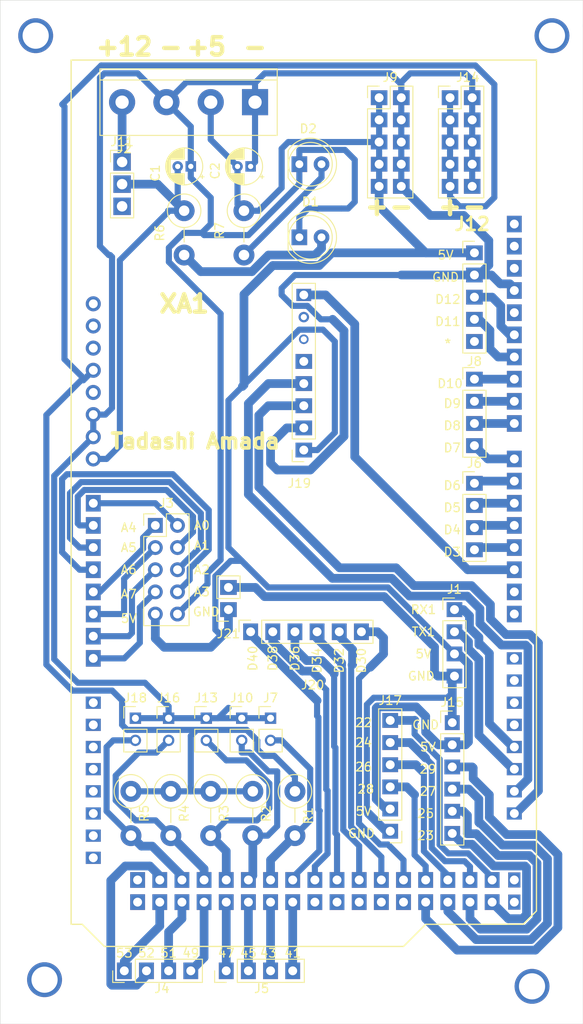
<source format=kicad_pcb>
(kicad_pcb (version 20171130) (host pcbnew "(5.1.2)-2")

  (general
    (thickness 1.6)
    (drawings 67)
    (tracks 566)
    (zones 0)
    (modules 33)
    (nets 93)
  )

  (page A4)
  (layers
    (0 F.Cu signal)
    (31 B.Cu signal)
    (32 B.Adhes user)
    (33 F.Adhes user)
    (34 B.Paste user)
    (35 F.Paste user)
    (36 B.SilkS user)
    (37 F.SilkS user)
    (38 B.Mask user)
    (39 F.Mask user)
    (40 Dwgs.User user)
    (41 Cmts.User user)
    (42 Eco1.User user)
    (43 Eco2.User user)
    (44 Edge.Cuts user)
    (45 Margin user)
    (46 B.CrtYd user)
    (47 F.CrtYd user)
    (48 B.Fab user)
    (49 F.Fab user)
  )

  (setup
    (last_trace_width 1)
    (user_trace_width 0.5)
    (user_trace_width 0.7)
    (user_trace_width 1)
    (trace_clearance 0.2)
    (zone_clearance 0.508)
    (zone_45_only no)
    (trace_min 0.2)
    (via_size 0.8)
    (via_drill 0.4)
    (via_min_size 0.4)
    (via_min_drill 0.3)
    (uvia_size 0.3)
    (uvia_drill 0.1)
    (uvias_allowed no)
    (uvia_min_size 0.2)
    (uvia_min_drill 0.1)
    (edge_width 0.05)
    (segment_width 0.2)
    (pcb_text_width 0.3)
    (pcb_text_size 1.5 1.5)
    (mod_edge_width 0.12)
    (mod_text_size 1 1)
    (mod_text_width 0.15)
    (pad_size 2 2)
    (pad_drill 1.2)
    (pad_to_mask_clearance 0.051)
    (solder_mask_min_width 0.25)
    (aux_axis_origin 0 0)
    (visible_elements 7FFFEFFF)
    (pcbplotparams
      (layerselection 0x010fc_ffffffff)
      (usegerberextensions false)
      (usegerberattributes false)
      (usegerberadvancedattributes false)
      (creategerberjobfile false)
      (excludeedgelayer true)
      (linewidth 0.100000)
      (plotframeref false)
      (viasonmask false)
      (mode 1)
      (useauxorigin false)
      (hpglpennumber 1)
      (hpglpenspeed 20)
      (hpglpendiameter 15.000000)
      (psnegative false)
      (psa4output false)
      (plotreference true)
      (plotvalue true)
      (plotinvisibletext false)
      (padsonsilk false)
      (subtractmaskfromsilk false)
      (outputformat 1)
      (mirror false)
      (drillshape 0)
      (scaleselection 1)
      (outputdirectory ""))
  )

  (net 0 "")
  (net 1 GND)
  (net 2 +12V)
  (net 3 +5V)
  (net 4 "Net-(D1-Pad2)")
  (net 5 "Net-(D2-Pad2)")
  (net 6 "Net-(J1-Pad1)")
  (net 7 "Net-(J1-Pad2)")
  (net 8 "Net-(J3-Pad2)")
  (net 9 "Net-(J3-Pad3)")
  (net 10 "Net-(J3-Pad4)")
  (net 11 "Net-(J3-Pad5)")
  (net 12 "Net-(J3-Pad6)")
  (net 13 "Net-(J3-Pad7)")
  (net 14 "Net-(J3-Pad8)")
  (net 15 "Net-(J4-Pad1)")
  (net 16 "Net-(J4-Pad2)")
  (net 17 "Net-(J4-Pad3)")
  (net 18 "Net-(J4-Pad4)")
  (net 19 "Net-(J5-Pad4)")
  (net 20 "Net-(J5-Pad3)")
  (net 21 "Net-(J5-Pad2)")
  (net 22 "Net-(J5-Pad1)")
  (net 23 "Net-(J6-Pad4)")
  (net 24 "Net-(J6-Pad3)")
  (net 25 "Net-(J6-Pad2)")
  (net 26 "Net-(J6-Pad1)")
  (net 27 "Net-(J7-Pad2)")
  (net 28 "Net-(J8-Pad1)")
  (net 29 "Net-(J8-Pad2)")
  (net 30 "Net-(J8-Pad3)")
  (net 31 "Net-(J8-Pad4)")
  (net 32 "Net-(J10-Pad2)")
  (net 33 "Net-(J12-Pad3)")
  (net 34 "Net-(J12-Pad4)")
  (net 35 "Net-(J12-Pad5)")
  (net 36 "Net-(J13-Pad2)")
  (net 37 +3V3)
  (net 38 "Net-(J15-Pad6)")
  (net 39 "Net-(J15-Pad5)")
  (net 40 "Net-(J15-Pad4)")
  (net 41 "Net-(J15-Pad3)")
  (net 42 "Net-(J16-Pad2)")
  (net 43 "Net-(J17-Pad3)")
  (net 44 "Net-(J17-Pad4)")
  (net 45 "Net-(J17-Pad5)")
  (net 46 "Net-(J17-Pad6)")
  (net 47 "Net-(J18-Pad2)")
  (net 48 SCL)
  (net 49 SDA)
  (net 50 "Net-(J19-Pad5)")
  (net 51 "Net-(J19-Pad6)")
  (net 52 "Net-(J19-Pad7)")
  (net 53 Interupt)
  (net 54 "Net-(J20-Pad1)")
  (net 55 "Net-(J20-Pad2)")
  (net 56 "Net-(J20-Pad3)")
  (net 57 "Net-(J20-Pad4)")
  (net 58 "Net-(J20-Pad5)")
  (net 59 "Net-(J20-Pad6)")
  (net 60 "Net-(XA1-Pad5V1)")
  (net 61 "Net-(XA1-PadRST1)")
  (net 62 "Net-(XA1-PadIORF)")
  (net 63 "Net-(XA1-PadD17)")
  (net 64 "Net-(XA1-PadD16)")
  (net 65 "Net-(XA1-PadD15)")
  (net 66 "Net-(XA1-PadD14)")
  (net 67 "Net-(XA1-PadD0)")
  (net 68 "Net-(XA1-PadD1)")
  (net 69 "Net-(XA1-PadSCL1)")
  (net 70 "Net-(XA1-PadSDA1)")
  (net 71 "Net-(XA1-PadAREF)")
  (net 72 "Net-(XA1-PadD13)")
  (net 73 "Net-(XA1-PadA8)")
  (net 74 "Net-(XA1-PadA9)")
  (net 75 "Net-(XA1-PadA10)")
  (net 76 "Net-(XA1-PadA11)")
  (net 77 "Net-(XA1-PadDAC0)")
  (net 78 "Net-(XA1-PadDAC1)")
  (net 79 "Net-(XA1-PadCANR)")
  (net 80 "Net-(XA1-PadCANT)")
  (net 81 "Net-(XA1-Pad5V3)")
  (net 82 "Net-(XA1-Pad5V4)")
  (net 83 "Net-(XA1-PadD31)")
  (net 84 "Net-(XA1-PadD33)")
  (net 85 "Net-(XA1-PadD35)")
  (net 86 "Net-(XA1-PadD37)")
  (net 87 "Net-(XA1-PadD39)")
  (net 88 "Net-(J3-Pad1)")
  (net 89 "Net-(XA1-PadGND5)")
  (net 90 "Net-(XA1-PadGND6)")
  (net 91 "Net-(J11-Pad1)")
  (net 92 "Net-(J11-Pad3)")

  (net_class Default "This is the default net class."
    (clearance 0.2)
    (trace_width 0.25)
    (via_dia 0.8)
    (via_drill 0.4)
    (uvia_dia 0.3)
    (uvia_drill 0.1)
    (add_net +12V)
    (add_net +3V3)
    (add_net +5V)
    (add_net GND)
    (add_net Interupt)
    (add_net "Net-(D1-Pad2)")
    (add_net "Net-(D2-Pad2)")
    (add_net "Net-(J1-Pad1)")
    (add_net "Net-(J1-Pad2)")
    (add_net "Net-(J10-Pad2)")
    (add_net "Net-(J11-Pad1)")
    (add_net "Net-(J11-Pad3)")
    (add_net "Net-(J12-Pad3)")
    (add_net "Net-(J12-Pad4)")
    (add_net "Net-(J12-Pad5)")
    (add_net "Net-(J13-Pad2)")
    (add_net "Net-(J15-Pad3)")
    (add_net "Net-(J15-Pad4)")
    (add_net "Net-(J15-Pad5)")
    (add_net "Net-(J15-Pad6)")
    (add_net "Net-(J16-Pad2)")
    (add_net "Net-(J17-Pad3)")
    (add_net "Net-(J17-Pad4)")
    (add_net "Net-(J17-Pad5)")
    (add_net "Net-(J17-Pad6)")
    (add_net "Net-(J18-Pad2)")
    (add_net "Net-(J19-Pad5)")
    (add_net "Net-(J19-Pad6)")
    (add_net "Net-(J19-Pad7)")
    (add_net "Net-(J20-Pad1)")
    (add_net "Net-(J20-Pad2)")
    (add_net "Net-(J20-Pad3)")
    (add_net "Net-(J20-Pad4)")
    (add_net "Net-(J20-Pad5)")
    (add_net "Net-(J20-Pad6)")
    (add_net "Net-(J3-Pad1)")
    (add_net "Net-(J3-Pad2)")
    (add_net "Net-(J3-Pad3)")
    (add_net "Net-(J3-Pad4)")
    (add_net "Net-(J3-Pad5)")
    (add_net "Net-(J3-Pad6)")
    (add_net "Net-(J3-Pad7)")
    (add_net "Net-(J3-Pad8)")
    (add_net "Net-(J4-Pad1)")
    (add_net "Net-(J4-Pad2)")
    (add_net "Net-(J4-Pad3)")
    (add_net "Net-(J4-Pad4)")
    (add_net "Net-(J5-Pad1)")
    (add_net "Net-(J5-Pad2)")
    (add_net "Net-(J5-Pad3)")
    (add_net "Net-(J5-Pad4)")
    (add_net "Net-(J6-Pad1)")
    (add_net "Net-(J6-Pad2)")
    (add_net "Net-(J6-Pad3)")
    (add_net "Net-(J6-Pad4)")
    (add_net "Net-(J7-Pad2)")
    (add_net "Net-(J8-Pad1)")
    (add_net "Net-(J8-Pad2)")
    (add_net "Net-(J8-Pad3)")
    (add_net "Net-(J8-Pad4)")
    (add_net "Net-(XA1-Pad5V1)")
    (add_net "Net-(XA1-Pad5V3)")
    (add_net "Net-(XA1-Pad5V4)")
    (add_net "Net-(XA1-PadA10)")
    (add_net "Net-(XA1-PadA11)")
    (add_net "Net-(XA1-PadA8)")
    (add_net "Net-(XA1-PadA9)")
    (add_net "Net-(XA1-PadAREF)")
    (add_net "Net-(XA1-PadCANR)")
    (add_net "Net-(XA1-PadCANT)")
    (add_net "Net-(XA1-PadD0)")
    (add_net "Net-(XA1-PadD1)")
    (add_net "Net-(XA1-PadD13)")
    (add_net "Net-(XA1-PadD14)")
    (add_net "Net-(XA1-PadD15)")
    (add_net "Net-(XA1-PadD16)")
    (add_net "Net-(XA1-PadD17)")
    (add_net "Net-(XA1-PadD31)")
    (add_net "Net-(XA1-PadD33)")
    (add_net "Net-(XA1-PadD35)")
    (add_net "Net-(XA1-PadD37)")
    (add_net "Net-(XA1-PadD39)")
    (add_net "Net-(XA1-PadDAC0)")
    (add_net "Net-(XA1-PadDAC1)")
    (add_net "Net-(XA1-PadGND5)")
    (add_net "Net-(XA1-PadGND6)")
    (add_net "Net-(XA1-PadIORF)")
    (add_net "Net-(XA1-PadRST1)")
    (add_net "Net-(XA1-PadSCL1)")
    (add_net "Net-(XA1-PadSDA1)")
    (add_net SCL)
    (add_net SDA)
  )

  (module Arduino:Arduino_Due_Shield (layer F.Cu) (tedit 5E93F365) (tstamp 5E8F2960)
    (at 96.266 40.894 270)
    (descr https://store.arduino.cc/arduino-due)
    (path /5E8FAD0D)
    (fp_text reference XA1 (at 27.94 -12.954 180) (layer F.SilkS)
      (effects (font (size 2 2) (thickness 0.5)))
    )
    (fp_text value Arduino_Due_Shield (at 15.494 -54.356 90) (layer F.Fab)
      (effects (font (size 1 1) (thickness 0.15)))
    )
    (fp_line (start 11.43 -12.065) (end 11.43 -3.175) (layer B.CrtYd) (width 0.15))
    (fp_line (start -1.905 -3.175) (end 11.43 -3.175) (layer B.CrtYd) (width 0.15))
    (fp_line (start -1.905 -12.065) (end -1.905 -3.175) (layer B.CrtYd) (width 0.15))
    (fp_line (start -1.905 -12.065) (end 11.43 -12.065) (layer B.CrtYd) (width 0.15))
    (fp_line (start 0 -53.34) (end 0 0) (layer F.SilkS) (width 0.15))
    (fp_line (start 99.06 -40.64) (end 99.06 -51.816) (layer F.SilkS) (width 0.15))
    (fp_line (start 101.6 -38.1) (end 99.06 -40.64) (layer F.SilkS) (width 0.15))
    (fp_line (start 101.6 -3.81) (end 101.6 -38.1) (layer F.SilkS) (width 0.15))
    (fp_line (start 99.06 -1.27) (end 101.6 -3.81) (layer F.SilkS) (width 0.15))
    (fp_line (start 99.06 0) (end 99.06 -1.27) (layer F.SilkS) (width 0.15))
    (fp_line (start 97.536 -53.34) (end 99.06 -51.816) (layer F.SilkS) (width 0.15))
    (fp_line (start 0 0) (end 99.06 0) (layer F.SilkS) (width 0.15))
    (fp_line (start 0 -53.34) (end 97.536 -53.34) (layer F.SilkS) (width 0.15))
    (pad A0 thru_hole rect (at 50.8 -2.54 270) (size 1.9 1.7) (drill 1.016) (layers *.Cu *.Mask)
      (net 8 "Net-(J3-Pad2)"))
    (pad VIN thru_hole oval (at 45.72 -2.54 270) (size 1.7272 1.7272) (drill 1.016) (layers *.Cu *.Mask)
      (net 2 +12V))
    (pad GND3 thru_hole oval (at 43.18 -2.54 270) (size 1.7272 1.7272) (drill 1.016) (layers *.Cu *.Mask)
      (net 1 GND))
    (pad GND2 thru_hole oval (at 40.64 -2.54 270) (size 1.7272 1.7272) (drill 1.016) (layers *.Cu *.Mask)
      (net 1 GND))
    (pad 5V1 thru_hole oval (at 38.1 -2.54 270) (size 1.7272 1.7272) (drill 1.016) (layers *.Cu *.Mask)
      (net 60 "Net-(XA1-Pad5V1)"))
    (pad 3V3 thru_hole oval (at 35.56 -2.54 270) (size 1.7272 1.7272) (drill 1.016) (layers *.Cu *.Mask)
      (net 37 +3V3))
    (pad RST1 thru_hole oval (at 33.02 -2.54 270) (size 1.7272 1.7272) (drill 1.016) (layers *.Cu *.Mask)
      (net 61 "Net-(XA1-PadRST1)"))
    (pad IORF thru_hole oval (at 30.48 -2.54 270) (size 1.7272 1.7272) (drill 1.016) (layers *.Cu *.Mask)
      (net 62 "Net-(XA1-PadIORF)"))
    (pad D21 thru_hole rect (at 86.36 -50.8 270) (size 1.4 1.7272) (drill 1.016) (layers *.Cu *.Mask)
      (net 48 SCL))
    (pad D20 thru_hole rect (at 83.82 -50.8 270) (size 1.4 1.7272) (drill 1.016) (layers *.Cu *.Mask)
      (net 49 SDA))
    (pad D19 thru_hole rect (at 81.28 -50.8 270) (size 1.4 1.7272) (drill 1.016) (layers *.Cu *.Mask)
      (net 7 "Net-(J1-Pad2)"))
    (pad D18 thru_hole rect (at 78.74 -50.8 270) (size 1.4 1.7272) (drill 1.016) (layers *.Cu *.Mask)
      (net 6 "Net-(J1-Pad1)"))
    (pad D17 thru_hole rect (at 76.2 -50.8 270) (size 1.4 1.7272) (drill 1.016) (layers *.Cu *.Mask)
      (net 63 "Net-(XA1-PadD17)"))
    (pad D16 thru_hole rect (at 73.66 -50.8 270) (size 1.4 1.7272) (drill 1.016) (layers *.Cu *.Mask)
      (net 64 "Net-(XA1-PadD16)"))
    (pad D15 thru_hole rect (at 71.12 -50.8 270) (size 1.4 1.7272) (drill 1.016) (layers *.Cu *.Mask)
      (net 65 "Net-(XA1-PadD15)"))
    (pad D14 thru_hole rect (at 68.58 -50.8 270) (size 1.4 1.7272) (drill 1.016) (layers *.Cu *.Mask)
      (net 66 "Net-(XA1-PadD14)"))
    (pad D0 thru_hole rect (at 63.5 -50.8 270) (size 1.9 1.7) (drill 1.016) (layers *.Cu *.Mask)
      (net 67 "Net-(XA1-PadD0)"))
    (pad D1 thru_hole rect (at 60.96 -50.8 270) (size 1.9 1.7) (drill 1.016) (layers *.Cu *.Mask)
      (net 68 "Net-(XA1-PadD1)"))
    (pad D2 thru_hole rect (at 58.42 -50.8 270) (size 1.9 1.7) (drill 1.016) (layers *.Cu *.Mask)
      (net 53 Interupt))
    (pad D3 thru_hole rect (at 55.88 -50.8 270) (size 1.9 1.7) (drill 1.016) (layers *.Cu *.Mask)
      (net 23 "Net-(J6-Pad4)"))
    (pad D4 thru_hole rect (at 53.34 -50.8 270) (size 1.9 1.7) (drill 1.016) (layers *.Cu *.Mask)
      (net 24 "Net-(J6-Pad3)"))
    (pad D5 thru_hole rect (at 50.8 -50.8 270) (size 1.9 1.7) (drill 1.016) (layers *.Cu *.Mask)
      (net 25 "Net-(J6-Pad2)"))
    (pad D6 thru_hole rect (at 48.26 -50.8 270) (size 1.9 1.7) (drill 1.016) (layers *.Cu *.Mask)
      (net 26 "Net-(J6-Pad1)"))
    (pad D7 thru_hole rect (at 45.72 -50.8 270) (size 1.9 1.7) (drill 1.016) (layers *.Cu *.Mask)
      (net 31 "Net-(J8-Pad4)"))
    (pad GND1 thru_hole rect (at 26.416 -50.8 270) (size 1.9 1.7) (drill 1.016) (layers *.Cu *.Mask)
      (net 1 GND))
    (pad D8 thru_hole rect (at 41.656 -50.8 270) (size 1.9 1.7) (drill 1.016) (layers *.Cu *.Mask)
      (net 30 "Net-(J8-Pad3)"))
    (pad D9 thru_hole rect (at 39.116 -50.8 270) (size 1.9 1.7) (drill 1.016) (layers *.Cu *.Mask)
      (net 29 "Net-(J8-Pad2)"))
    (pad D10 thru_hole rect (at 36.576 -50.8 270) (size 1.9 1.7) (drill 1.016) (layers *.Cu *.Mask)
      (net 28 "Net-(J8-Pad1)"))
    (pad SCL1 thru_hole rect (at 18.796 -50.8 270) (size 1.9 1.7) (drill 1.016) (layers *.Cu *.Mask)
      (net 69 "Net-(XA1-PadSCL1)"))
    (pad SDA1 thru_hole rect (at 21.336 -50.8 270) (size 1.9 1.7) (drill 1.016) (layers *.Cu *.Mask)
      (net 70 "Net-(XA1-PadSDA1)"))
    (pad AREF thru_hole rect (at 23.876 -50.8 270) (size 1.9 1.7) (drill 1.016) (layers *.Cu *.Mask)
      (net 71 "Net-(XA1-PadAREF)"))
    (pad D13 thru_hole rect (at 28.956 -50.8 270) (size 1.9 1.7) (drill 1.016) (layers *.Cu *.Mask)
      (net 72 "Net-(XA1-PadD13)"))
    (pad D12 thru_hole rect (at 31.496 -50.8 270) (size 1.9 1.7) (drill 1.016) (layers *.Cu *.Mask)
      (net 33 "Net-(J12-Pad3)"))
    (pad D11 thru_hole rect (at 34.036 -50.8 270) (size 1.9 1.7) (drill 1.016) (layers *.Cu *.Mask)
      (net 34 "Net-(J12-Pad4)"))
    (pad "" thru_hole oval (at 27.94 -2.54 270) (size 1.7272 1.7272) (drill 1.016) (layers *.Cu *.Mask))
    (pad A1 thru_hole rect (at 53.34 -2.54 270) (size 1.9 1.7) (drill 1.016) (layers *.Cu *.Mask)
      (net 10 "Net-(J3-Pad4)"))
    (pad A2 thru_hole rect (at 55.88 -2.54 270) (size 1.9 1.7) (drill 1.016) (layers *.Cu *.Mask)
      (net 12 "Net-(J3-Pad6)"))
    (pad A3 thru_hole rect (at 58.42 -2.54 270) (size 1.9 1.7) (drill 1.016) (layers *.Cu *.Mask)
      (net 14 "Net-(J3-Pad8)"))
    (pad A4 thru_hole rect (at 60.96 -2.54 270) (size 1.9 1.7) (drill 1.016) (layers *.Cu *.Mask)
      (net 88 "Net-(J3-Pad1)"))
    (pad A5 thru_hole rect (at 63.5 -2.54 270) (size 1.9 1.7) (drill 1.016) (layers *.Cu *.Mask)
      (net 9 "Net-(J3-Pad3)"))
    (pad A6 thru_hole rect (at 66.04 -2.54 270) (size 1.9 1.7) (drill 1.016) (layers *.Cu *.Mask)
      (net 11 "Net-(J3-Pad5)"))
    (pad A7 thru_hole rect (at 68.58 -2.54 270) (size 1.9 1.7) (drill 1.016) (layers *.Cu *.Mask)
      (net 13 "Net-(J3-Pad7)"))
    (pad A8 thru_hole rect (at 73.66 -2.54 270) (size 1.4 1.7272) (drill 1.016) (layers *.Cu *.Mask)
      (net 73 "Net-(XA1-PadA8)"))
    (pad A9 thru_hole rect (at 76.2 -2.54 270) (size 1.4 1.7272) (drill 1.016) (layers *.Cu *.Mask)
      (net 74 "Net-(XA1-PadA9)"))
    (pad A10 thru_hole rect (at 78.74 -2.54 270) (size 1.4 1.7272) (drill 1.016) (layers *.Cu *.Mask)
      (net 75 "Net-(XA1-PadA10)"))
    (pad A11 thru_hole rect (at 81.28 -2.54 270) (size 1.4 1.7272) (drill 1.016) (layers *.Cu *.Mask)
      (net 76 "Net-(XA1-PadA11)"))
    (pad DAC0 thru_hole rect (at 83.82 -2.54 270) (size 1.4 1.7272) (drill 1.016) (layers *.Cu *.Mask)
      (net 77 "Net-(XA1-PadDAC0)"))
    (pad DAC1 thru_hole rect (at 86.36 -2.54 270) (size 1.4 1.7272) (drill 1.016) (layers *.Cu *.Mask)
      (net 78 "Net-(XA1-PadDAC1)"))
    (pad CANR thru_hole rect (at 88.9 -2.54 270) (size 1.4 1.7272) (drill 1.016) (layers *.Cu *.Mask)
      (net 79 "Net-(XA1-PadCANR)"))
    (pad CANT thru_hole rect (at 91.44 -2.54 270) (size 1.4 1.7272) (drill 1.016) (layers *.Cu *.Mask)
      (net 80 "Net-(XA1-PadCANT)"))
    (pad 5V3 thru_hole rect (at 93.98 -50.8 270) (size 1.7272 1.4) (drill 1.016) (layers *.Cu *.Mask)
      (net 81 "Net-(XA1-Pad5V3)"))
    (pad 5V4 thru_hole rect (at 96.52 -50.8 270) (size 1.7272 1.4) (drill 1.016) (layers *.Cu *.Mask)
      (net 82 "Net-(XA1-Pad5V4)"))
    (pad D22 thru_hole rect (at 93.98 -48.26 270) (size 1.8 1.7) (drill 1.016) (layers *.Cu *.Mask)
      (net 46 "Net-(J17-Pad6)"))
    (pad D23 thru_hole rect (at 96.52 -48.26 270) (size 1.8 1.7) (drill 1.016) (layers *.Cu *.Mask)
      (net 38 "Net-(J15-Pad6)"))
    (pad D24 thru_hole rect (at 93.98 -45.72 270) (size 1.8 1.7) (drill 1.016) (layers *.Cu *.Mask)
      (net 45 "Net-(J17-Pad5)"))
    (pad D25 thru_hole rect (at 96.52 -45.72 270) (size 1.8 1.7) (drill 1.016) (layers *.Cu *.Mask)
      (net 39 "Net-(J15-Pad5)"))
    (pad D26 thru_hole rect (at 93.98 -43.18 270) (size 1.8 1.7) (drill 1.016) (layers *.Cu *.Mask)
      (net 44 "Net-(J17-Pad4)"))
    (pad D27 thru_hole rect (at 96.52 -43.18 270) (size 1.8 1.7) (drill 1.016) (layers *.Cu *.Mask)
      (net 40 "Net-(J15-Pad4)"))
    (pad D28 thru_hole rect (at 93.98 -40.64 270) (size 1.8 1.7) (drill 1.016) (layers *.Cu *.Mask)
      (net 43 "Net-(J17-Pad3)"))
    (pad D29 thru_hole rect (at 96.52 -40.64 270) (size 1.8 1.7) (drill 1.016) (layers *.Cu *.Mask)
      (net 41 "Net-(J15-Pad3)"))
    (pad D30 thru_hole rect (at 93.98 -38.1 270) (size 1.8 1.7) (drill 1.016) (layers *.Cu *.Mask)
      (net 59 "Net-(J20-Pad6)"))
    (pad D31 thru_hole rect (at 96.52 -38.1 270) (size 1.8 1.7) (drill 1.016) (layers *.Cu *.Mask)
      (net 83 "Net-(XA1-PadD31)"))
    (pad D32 thru_hole rect (at 93.98 -35.56 270) (size 1.8 1.7) (drill 1.016) (layers *.Cu *.Mask)
      (net 58 "Net-(J20-Pad5)"))
    (pad D33 thru_hole rect (at 96.52 -35.56 270) (size 1.8 1.7) (drill 1.016) (layers *.Cu *.Mask)
      (net 84 "Net-(XA1-PadD33)"))
    (pad D34 thru_hole rect (at 93.98 -33.02 270) (size 1.8 1.7) (drill 1.016) (layers *.Cu *.Mask)
      (net 57 "Net-(J20-Pad4)"))
    (pad D35 thru_hole rect (at 96.52 -33.02 270) (size 1.8 1.7) (drill 1.016) (layers *.Cu *.Mask)
      (net 85 "Net-(XA1-PadD35)"))
    (pad D36 thru_hole rect (at 93.98 -30.48 270) (size 1.8 1.7) (drill 1.016) (layers *.Cu *.Mask)
      (net 56 "Net-(J20-Pad3)"))
    (pad D37 thru_hole rect (at 96.52 -30.48 270) (size 1.8 1.7) (drill 1.016) (layers *.Cu *.Mask)
      (net 86 "Net-(XA1-PadD37)"))
    (pad D38 thru_hole rect (at 93.98 -27.94 270) (size 1.8 1.7) (drill 1.016) (layers *.Cu *.Mask)
      (net 55 "Net-(J20-Pad2)"))
    (pad D39 thru_hole rect (at 96.52 -27.94 270) (size 1.8 1.7) (drill 1.016) (layers *.Cu *.Mask)
      (net 87 "Net-(XA1-PadD39)"))
    (pad D40 thru_hole rect (at 93.98 -25.4 270) (size 1.8 1.7) (drill 1.016) (layers *.Cu *.Mask)
      (net 54 "Net-(J20-Pad1)"))
    (pad D41 thru_hole rect (at 96.52 -25.4 270) (size 1.8 1.7) (drill 1.016) (layers *.Cu *.Mask)
      (net 19 "Net-(J5-Pad4)"))
    (pad D42 thru_hole rect (at 93.98 -22.86 270) (size 1.8 1.7) (drill 1.016) (layers *.Cu *.Mask)
      (net 27 "Net-(J7-Pad2)"))
    (pad D43 thru_hole rect (at 96.52 -22.86 270) (size 1.8 1.7) (drill 1.016) (layers *.Cu *.Mask)
      (net 20 "Net-(J5-Pad3)"))
    (pad D44 thru_hole rect (at 93.98 -20.32 270) (size 1.8 1.7) (drill 1.016) (layers *.Cu *.Mask)
      (net 32 "Net-(J10-Pad2)"))
    (pad D45 thru_hole rect (at 96.52 -20.32 270) (size 1.8 1.7) (drill 1.016) (layers *.Cu *.Mask)
      (net 21 "Net-(J5-Pad2)"))
    (pad D46 thru_hole rect (at 93.98 -17.78 270) (size 1.8 1.7) (drill 1.016) (layers *.Cu *.Mask)
      (net 36 "Net-(J13-Pad2)"))
    (pad D47 thru_hole rect (at 96.52 -17.78 270) (size 1.8 1.7) (drill 1.016) (layers *.Cu *.Mask)
      (net 22 "Net-(J5-Pad1)"))
    (pad D48 thru_hole rect (at 93.98 -15.24 270) (size 1.8 1.7) (drill 1.016) (layers *.Cu *.Mask)
      (net 42 "Net-(J16-Pad2)"))
    (pad D49 thru_hole rect (at 96.52 -15.24 270) (size 1.8 1.7) (drill 1.016) (layers *.Cu *.Mask)
      (net 18 "Net-(J4-Pad4)"))
    (pad D50 thru_hole rect (at 93.98 -12.7 270) (size 1.8 1.7) (drill 1.016) (layers *.Cu *.Mask)
      (net 47 "Net-(J18-Pad2)"))
    (pad D51 thru_hole rect (at 96.52 -12.7 270) (size 1.8 1.7) (drill 1.016) (layers *.Cu *.Mask)
      (net 17 "Net-(J4-Pad3)"))
    (pad D52 thru_hole rect (at 93.98 -10.16 270) (size 1.8 1.7) (drill 1.016) (layers *.Cu *.Mask)
      (net 16 "Net-(J4-Pad2)"))
    (pad D53 thru_hole rect (at 96.52 -10.16 270) (size 1.8 1.7) (drill 1.016) (layers *.Cu *.Mask)
      (net 15 "Net-(J4-Pad1)"))
    (pad GND5 thru_hole rect (at 93.98 -7.62 270) (size 1.8 1.7) (drill 1.016) (layers *.Cu *.Mask)
      (net 89 "Net-(XA1-PadGND5)"))
    (pad GND6 thru_hole rect (at 96.52 -7.62 270) (size 1.8 1.7) (drill 1.016) (layers *.Cu *.Mask)
      (net 90 "Net-(XA1-PadGND6)"))
  )

  (module Connector_PinSocket_2.54mm:PinSocket_1x02_P2.54mm_Vertical (layer F.Cu) (tedit 5A19A420) (tstamp 5E8E36B4)
    (at 114.3 103.886 180)
    (descr "Through hole straight socket strip, 1x02, 2.54mm pitch, single row (from Kicad 4.0.7), script generated")
    (tags "Through hole socket strip THT 1x02 2.54mm single row")
    (path /5E9424A0)
    (fp_text reference J21 (at 0 -2.77) (layer F.SilkS)
      (effects (font (size 1 1) (thickness 0.15)))
    )
    (fp_text value power (at 0 5.31) (layer F.Fab)
      (effects (font (size 1 1) (thickness 0.15)))
    )
    (fp_line (start -1.27 -1.27) (end 0.635 -1.27) (layer F.Fab) (width 0.1))
    (fp_line (start 0.635 -1.27) (end 1.27 -0.635) (layer F.Fab) (width 0.1))
    (fp_line (start 1.27 -0.635) (end 1.27 3.81) (layer F.Fab) (width 0.1))
    (fp_line (start 1.27 3.81) (end -1.27 3.81) (layer F.Fab) (width 0.1))
    (fp_line (start -1.27 3.81) (end -1.27 -1.27) (layer F.Fab) (width 0.1))
    (fp_line (start -1.33 1.27) (end 1.33 1.27) (layer F.SilkS) (width 0.12))
    (fp_line (start -1.33 1.27) (end -1.33 3.87) (layer F.SilkS) (width 0.12))
    (fp_line (start -1.33 3.87) (end 1.33 3.87) (layer F.SilkS) (width 0.12))
    (fp_line (start 1.33 1.27) (end 1.33 3.87) (layer F.SilkS) (width 0.12))
    (fp_line (start 1.33 -1.33) (end 1.33 0) (layer F.SilkS) (width 0.12))
    (fp_line (start 0 -1.33) (end 1.33 -1.33) (layer F.SilkS) (width 0.12))
    (fp_line (start -1.8 -1.8) (end 1.75 -1.8) (layer F.CrtYd) (width 0.05))
    (fp_line (start 1.75 -1.8) (end 1.75 4.3) (layer F.CrtYd) (width 0.05))
    (fp_line (start 1.75 4.3) (end -1.8 4.3) (layer F.CrtYd) (width 0.05))
    (fp_line (start -1.8 4.3) (end -1.8 -1.8) (layer F.CrtYd) (width 0.05))
    (fp_text user %R (at 0.254 -1.524 90) (layer F.Fab)
      (effects (font (size 1 1) (thickness 0.15)))
    )
    (pad 1 thru_hole rect (at 0 0 180) (size 1.9 1.7) (drill 1.016) (layers *.Cu *.Mask)
      (net 3 +5V))
    (pad 2 thru_hole rect (at 0 2.54 180) (size 1.9 1.7) (drill 1.016) (layers *.Cu *.Mask)
      (net 1 GND))
    (model ${KISYS3DMOD}/Connector_PinSocket_2.54mm.3dshapes/PinSocket_1x02_P2.54mm_Vertical.wrl
      (at (xyz 0 0 0))
      (scale (xyz 1 1 1))
      (rotate (xyz 0 0 0))
    )
  )

  (module Connector_PinHeader_2.54mm:PinHeader_1x05_P2.54mm_Vertical (layer F.Cu) (tedit 59FED5CC) (tstamp 5E8E35D2)
    (at 142.494 62.992)
    (descr "Through hole straight pin header, 1x05, 2.54mm pitch, single row")
    (tags "Through hole pin header THT 1x05 2.54mm single row")
    (path /5E8D273C)
    (fp_text reference J12 (at -0.254 -3.302 180) (layer F.SilkS)
      (effects (font (size 1.5 1.5) (thickness 0.3)))
    )
    (fp_text value GPS (at 0 12.49) (layer F.Fab)
      (effects (font (size 1 1) (thickness 0.15)))
    )
    (fp_line (start -0.635 -1.27) (end 1.27 -1.27) (layer F.Fab) (width 0.1))
    (fp_line (start 1.27 -1.27) (end 1.27 11.43) (layer F.Fab) (width 0.1))
    (fp_line (start 1.27 11.43) (end -1.27 11.43) (layer F.Fab) (width 0.1))
    (fp_line (start -1.27 11.43) (end -1.27 -0.635) (layer F.Fab) (width 0.1))
    (fp_line (start -1.27 -0.635) (end -0.635 -1.27) (layer F.Fab) (width 0.1))
    (fp_line (start -1.33 11.49) (end 1.33 11.49) (layer F.SilkS) (width 0.12))
    (fp_line (start -1.33 1.27) (end -1.33 11.49) (layer F.SilkS) (width 0.12))
    (fp_line (start 1.33 1.27) (end 1.33 11.49) (layer F.SilkS) (width 0.12))
    (fp_line (start -1.33 1.27) (end 1.33 1.27) (layer F.SilkS) (width 0.12))
    (fp_line (start -1.33 0) (end -1.33 -1.33) (layer F.SilkS) (width 0.12))
    (fp_line (start -1.33 -1.33) (end 0 -1.33) (layer F.SilkS) (width 0.12))
    (fp_line (start -1.8 -1.8) (end -1.8 11.95) (layer F.CrtYd) (width 0.05))
    (fp_line (start -1.8 11.95) (end 1.8 11.95) (layer F.CrtYd) (width 0.05))
    (fp_line (start 1.8 11.95) (end 1.8 -1.8) (layer F.CrtYd) (width 0.05))
    (fp_line (start 1.8 -1.8) (end -1.8 -1.8) (layer F.CrtYd) (width 0.05))
    (fp_text user %R (at 0 5.08 90) (layer F.Fab)
      (effects (font (size 1 1) (thickness 0.15)))
    )
    (pad 1 thru_hole rect (at 0 0) (size 1.9 1.7) (drill 1.016) (layers *.Cu *.Mask)
      (net 3 +5V))
    (pad 2 thru_hole rect (at 0 2.54) (size 1.9 1.7) (drill 1.016) (layers *.Cu *.Mask)
      (net 1 GND))
    (pad 3 thru_hole rect (at 0 5.08) (size 1.9 1.7) (drill 1.016) (layers *.Cu *.Mask)
      (net 33 "Net-(J12-Pad3)"))
    (pad 4 thru_hole rect (at 0 7.62) (size 1.9 1.7) (drill 1.016) (layers *.Cu *.Mask)
      (net 34 "Net-(J12-Pad4)"))
    (pad 5 thru_hole rect (at 0 10.16) (size 1.9 1.7) (drill 1.016) (layers *.Cu *.Mask)
      (net 35 "Net-(J12-Pad5)"))
    (model ${KISYS3DMOD}/Connector_PinHeader_2.54mm.3dshapes/PinHeader_1x05_P2.54mm_Vertical.wrl
      (at (xyz 0 0 0))
      (scale (xyz 1 1 1))
      (rotate (xyz 0 0 0))
    )
  )

  (module Connector_PinHeader_2.54mm:PinHeader_1x06_P2.54mm_Vertical (layer F.Cu) (tedit 59FED5CC) (tstamp 5E8E3652)
    (at 132.842 129.286 180)
    (descr "Through hole straight pin header, 1x06, 2.54mm pitch, single row")
    (tags "Through hole pin header THT 1x06 2.54mm single row")
    (path /5E918641)
    (fp_text reference J17 (at 0 14.986) (layer F.SilkS)
      (effects (font (size 1 1) (thickness 0.15)))
    )
    (fp_text value Encoder_3_4 (at 0 15.03) (layer F.Fab)
      (effects (font (size 1 1) (thickness 0.15)))
    )
    (fp_line (start -0.635 -1.27) (end 1.27 -1.27) (layer F.Fab) (width 0.1))
    (fp_line (start 1.27 -1.27) (end 1.27 13.97) (layer F.Fab) (width 0.1))
    (fp_line (start 1.27 13.97) (end -1.27 13.97) (layer F.Fab) (width 0.1))
    (fp_line (start -1.27 13.97) (end -1.27 -0.635) (layer F.Fab) (width 0.1))
    (fp_line (start -1.27 -0.635) (end -0.635 -1.27) (layer F.Fab) (width 0.1))
    (fp_line (start -1.33 14.03) (end 1.33 14.03) (layer F.SilkS) (width 0.12))
    (fp_line (start -1.33 1.27) (end -1.33 14.03) (layer F.SilkS) (width 0.12))
    (fp_line (start 1.33 1.27) (end 1.33 14.03) (layer F.SilkS) (width 0.12))
    (fp_line (start -1.33 1.27) (end 1.33 1.27) (layer F.SilkS) (width 0.12))
    (fp_line (start -1.33 0) (end -1.33 -1.33) (layer F.SilkS) (width 0.12))
    (fp_line (start -1.33 -1.33) (end 0 -1.33) (layer F.SilkS) (width 0.12))
    (fp_line (start -1.8 -1.8) (end -1.8 14.5) (layer F.CrtYd) (width 0.05))
    (fp_line (start -1.8 14.5) (end 1.8 14.5) (layer F.CrtYd) (width 0.05))
    (fp_line (start 1.8 14.5) (end 1.8 -1.8) (layer F.CrtYd) (width 0.05))
    (fp_line (start 1.8 -1.8) (end -1.8 -1.8) (layer F.CrtYd) (width 0.05))
    (fp_text user %R (at 0 6.35 90) (layer F.Fab)
      (effects (font (size 1 1) (thickness 0.15)))
    )
    (pad 1 thru_hole rect (at 0 0 180) (size 1.8 1.7) (drill 1.016) (layers *.Cu *.Mask)
      (net 1 GND))
    (pad 2 thru_hole rect (at 0 2.54 180) (size 1.8 1.7) (drill 1.016) (layers *.Cu *.Mask)
      (net 3 +5V))
    (pad 3 thru_hole rect (at 0 5.08 180) (size 1.8 1.7) (drill 1.016) (layers *.Cu *.Mask)
      (net 43 "Net-(J17-Pad3)"))
    (pad 4 thru_hole rect (at 0 7.62 180) (size 1.8 1.7) (drill 1.016) (layers *.Cu *.Mask)
      (net 44 "Net-(J17-Pad4)"))
    (pad 5 thru_hole rect (at 0 10.16 180) (size 1.8 1.7) (drill 1.016) (layers *.Cu *.Mask)
      (net 45 "Net-(J17-Pad5)"))
    (pad 6 thru_hole rect (at 0 12.7 180) (size 1.8 1.7) (drill 1.016) (layers *.Cu *.Mask)
      (net 46 "Net-(J17-Pad6)"))
    (model ${KISYS3DMOD}/Connector_PinHeader_2.54mm.3dshapes/PinHeader_1x06_P2.54mm_Vertical.wrl
      (at (xyz 0 0 0))
      (scale (xyz 1 1 1))
      (rotate (xyz 0 0 0))
    )
  )

  (module Capacitor_THT:CP_Radial_D4.0mm_P1.50mm (layer F.Cu) (tedit 5AE50EF0) (tstamp 5E8E340E)
    (at 109.982 53.086 180)
    (descr "CP, Radial series, Radial, pin pitch=1.50mm, , diameter=4mm, Electrolytic Capacitor")
    (tags "CP Radial series Radial pin pitch 1.50mm  diameter 4mm Electrolytic Capacitor")
    (path /5EA449A1)
    (fp_text reference C1 (at 4.064 -0.762 90) (layer F.SilkS)
      (effects (font (size 1 1) (thickness 0.15)))
    )
    (fp_text value 0.1UF (at 0.75 3.25) (layer F.Fab)
      (effects (font (size 1 1) (thickness 0.15)))
    )
    (fp_circle (center 0.75 0) (end 2.75 0) (layer F.Fab) (width 0.1))
    (fp_circle (center 0.75 0) (end 2.87 0) (layer F.SilkS) (width 0.12))
    (fp_circle (center 0.75 0) (end 3 0) (layer F.CrtYd) (width 0.05))
    (fp_line (start -0.952554 -0.8675) (end -0.552554 -0.8675) (layer F.Fab) (width 0.1))
    (fp_line (start -0.752554 -1.0675) (end -0.752554 -0.6675) (layer F.Fab) (width 0.1))
    (fp_line (start 0.75 0.84) (end 0.75 2.08) (layer F.SilkS) (width 0.12))
    (fp_line (start 0.75 -2.08) (end 0.75 -0.84) (layer F.SilkS) (width 0.12))
    (fp_line (start 0.79 0.84) (end 0.79 2.08) (layer F.SilkS) (width 0.12))
    (fp_line (start 0.79 -2.08) (end 0.79 -0.84) (layer F.SilkS) (width 0.12))
    (fp_line (start 0.83 0.84) (end 0.83 2.079) (layer F.SilkS) (width 0.12))
    (fp_line (start 0.83 -2.079) (end 0.83 -0.84) (layer F.SilkS) (width 0.12))
    (fp_line (start 0.87 -2.077) (end 0.87 -0.84) (layer F.SilkS) (width 0.12))
    (fp_line (start 0.87 0.84) (end 0.87 2.077) (layer F.SilkS) (width 0.12))
    (fp_line (start 0.91 -2.074) (end 0.91 -0.84) (layer F.SilkS) (width 0.12))
    (fp_line (start 0.91 0.84) (end 0.91 2.074) (layer F.SilkS) (width 0.12))
    (fp_line (start 0.95 -2.071) (end 0.95 -0.84) (layer F.SilkS) (width 0.12))
    (fp_line (start 0.95 0.84) (end 0.95 2.071) (layer F.SilkS) (width 0.12))
    (fp_line (start 0.99 -2.067) (end 0.99 -0.84) (layer F.SilkS) (width 0.12))
    (fp_line (start 0.99 0.84) (end 0.99 2.067) (layer F.SilkS) (width 0.12))
    (fp_line (start 1.03 -2.062) (end 1.03 -0.84) (layer F.SilkS) (width 0.12))
    (fp_line (start 1.03 0.84) (end 1.03 2.062) (layer F.SilkS) (width 0.12))
    (fp_line (start 1.07 -2.056) (end 1.07 -0.84) (layer F.SilkS) (width 0.12))
    (fp_line (start 1.07 0.84) (end 1.07 2.056) (layer F.SilkS) (width 0.12))
    (fp_line (start 1.11 -2.05) (end 1.11 -0.84) (layer F.SilkS) (width 0.12))
    (fp_line (start 1.11 0.84) (end 1.11 2.05) (layer F.SilkS) (width 0.12))
    (fp_line (start 1.15 -2.042) (end 1.15 -0.84) (layer F.SilkS) (width 0.12))
    (fp_line (start 1.15 0.84) (end 1.15 2.042) (layer F.SilkS) (width 0.12))
    (fp_line (start 1.19 -2.034) (end 1.19 -0.84) (layer F.SilkS) (width 0.12))
    (fp_line (start 1.19 0.84) (end 1.19 2.034) (layer F.SilkS) (width 0.12))
    (fp_line (start 1.23 -2.025) (end 1.23 -0.84) (layer F.SilkS) (width 0.12))
    (fp_line (start 1.23 0.84) (end 1.23 2.025) (layer F.SilkS) (width 0.12))
    (fp_line (start 1.27 -2.016) (end 1.27 -0.84) (layer F.SilkS) (width 0.12))
    (fp_line (start 1.27 0.84) (end 1.27 2.016) (layer F.SilkS) (width 0.12))
    (fp_line (start 1.31 -2.005) (end 1.31 -0.84) (layer F.SilkS) (width 0.12))
    (fp_line (start 1.31 0.84) (end 1.31 2.005) (layer F.SilkS) (width 0.12))
    (fp_line (start 1.35 -1.994) (end 1.35 -0.84) (layer F.SilkS) (width 0.12))
    (fp_line (start 1.35 0.84) (end 1.35 1.994) (layer F.SilkS) (width 0.12))
    (fp_line (start 1.39 -1.982) (end 1.39 -0.84) (layer F.SilkS) (width 0.12))
    (fp_line (start 1.39 0.84) (end 1.39 1.982) (layer F.SilkS) (width 0.12))
    (fp_line (start 1.43 -1.968) (end 1.43 -0.84) (layer F.SilkS) (width 0.12))
    (fp_line (start 1.43 0.84) (end 1.43 1.968) (layer F.SilkS) (width 0.12))
    (fp_line (start 1.471 -1.954) (end 1.471 -0.84) (layer F.SilkS) (width 0.12))
    (fp_line (start 1.471 0.84) (end 1.471 1.954) (layer F.SilkS) (width 0.12))
    (fp_line (start 1.511 -1.94) (end 1.511 -0.84) (layer F.SilkS) (width 0.12))
    (fp_line (start 1.511 0.84) (end 1.511 1.94) (layer F.SilkS) (width 0.12))
    (fp_line (start 1.551 -1.924) (end 1.551 -0.84) (layer F.SilkS) (width 0.12))
    (fp_line (start 1.551 0.84) (end 1.551 1.924) (layer F.SilkS) (width 0.12))
    (fp_line (start 1.591 -1.907) (end 1.591 -0.84) (layer F.SilkS) (width 0.12))
    (fp_line (start 1.591 0.84) (end 1.591 1.907) (layer F.SilkS) (width 0.12))
    (fp_line (start 1.631 -1.889) (end 1.631 -0.84) (layer F.SilkS) (width 0.12))
    (fp_line (start 1.631 0.84) (end 1.631 1.889) (layer F.SilkS) (width 0.12))
    (fp_line (start 1.671 -1.87) (end 1.671 -0.84) (layer F.SilkS) (width 0.12))
    (fp_line (start 1.671 0.84) (end 1.671 1.87) (layer F.SilkS) (width 0.12))
    (fp_line (start 1.711 -1.851) (end 1.711 -0.84) (layer F.SilkS) (width 0.12))
    (fp_line (start 1.711 0.84) (end 1.711 1.851) (layer F.SilkS) (width 0.12))
    (fp_line (start 1.751 -1.83) (end 1.751 -0.84) (layer F.SilkS) (width 0.12))
    (fp_line (start 1.751 0.84) (end 1.751 1.83) (layer F.SilkS) (width 0.12))
    (fp_line (start 1.791 -1.808) (end 1.791 -0.84) (layer F.SilkS) (width 0.12))
    (fp_line (start 1.791 0.84) (end 1.791 1.808) (layer F.SilkS) (width 0.12))
    (fp_line (start 1.831 -1.785) (end 1.831 -0.84) (layer F.SilkS) (width 0.12))
    (fp_line (start 1.831 0.84) (end 1.831 1.785) (layer F.SilkS) (width 0.12))
    (fp_line (start 1.871 -1.76) (end 1.871 -0.84) (layer F.SilkS) (width 0.12))
    (fp_line (start 1.871 0.84) (end 1.871 1.76) (layer F.SilkS) (width 0.12))
    (fp_line (start 1.911 -1.735) (end 1.911 -0.84) (layer F.SilkS) (width 0.12))
    (fp_line (start 1.911 0.84) (end 1.911 1.735) (layer F.SilkS) (width 0.12))
    (fp_line (start 1.951 -1.708) (end 1.951 -0.84) (layer F.SilkS) (width 0.12))
    (fp_line (start 1.951 0.84) (end 1.951 1.708) (layer F.SilkS) (width 0.12))
    (fp_line (start 1.991 -1.68) (end 1.991 -0.84) (layer F.SilkS) (width 0.12))
    (fp_line (start 1.991 0.84) (end 1.991 1.68) (layer F.SilkS) (width 0.12))
    (fp_line (start 2.031 -1.65) (end 2.031 -0.84) (layer F.SilkS) (width 0.12))
    (fp_line (start 2.031 0.84) (end 2.031 1.65) (layer F.SilkS) (width 0.12))
    (fp_line (start 2.071 -1.619) (end 2.071 -0.84) (layer F.SilkS) (width 0.12))
    (fp_line (start 2.071 0.84) (end 2.071 1.619) (layer F.SilkS) (width 0.12))
    (fp_line (start 2.111 -1.587) (end 2.111 -0.84) (layer F.SilkS) (width 0.12))
    (fp_line (start 2.111 0.84) (end 2.111 1.587) (layer F.SilkS) (width 0.12))
    (fp_line (start 2.151 -1.552) (end 2.151 -0.84) (layer F.SilkS) (width 0.12))
    (fp_line (start 2.151 0.84) (end 2.151 1.552) (layer F.SilkS) (width 0.12))
    (fp_line (start 2.191 -1.516) (end 2.191 -0.84) (layer F.SilkS) (width 0.12))
    (fp_line (start 2.191 0.84) (end 2.191 1.516) (layer F.SilkS) (width 0.12))
    (fp_line (start 2.231 -1.478) (end 2.231 -0.84) (layer F.SilkS) (width 0.12))
    (fp_line (start 2.231 0.84) (end 2.231 1.478) (layer F.SilkS) (width 0.12))
    (fp_line (start 2.271 -1.438) (end 2.271 -0.84) (layer F.SilkS) (width 0.12))
    (fp_line (start 2.271 0.84) (end 2.271 1.438) (layer F.SilkS) (width 0.12))
    (fp_line (start 2.311 -1.396) (end 2.311 -0.84) (layer F.SilkS) (width 0.12))
    (fp_line (start 2.311 0.84) (end 2.311 1.396) (layer F.SilkS) (width 0.12))
    (fp_line (start 2.351 -1.351) (end 2.351 1.351) (layer F.SilkS) (width 0.12))
    (fp_line (start 2.391 -1.304) (end 2.391 1.304) (layer F.SilkS) (width 0.12))
    (fp_line (start 2.431 -1.254) (end 2.431 1.254) (layer F.SilkS) (width 0.12))
    (fp_line (start 2.471 -1.2) (end 2.471 1.2) (layer F.SilkS) (width 0.12))
    (fp_line (start 2.511 -1.142) (end 2.511 1.142) (layer F.SilkS) (width 0.12))
    (fp_line (start 2.551 -1.08) (end 2.551 1.08) (layer F.SilkS) (width 0.12))
    (fp_line (start 2.591 -1.013) (end 2.591 1.013) (layer F.SilkS) (width 0.12))
    (fp_line (start 2.631 -0.94) (end 2.631 0.94) (layer F.SilkS) (width 0.12))
    (fp_line (start 2.671 -0.859) (end 2.671 0.859) (layer F.SilkS) (width 0.12))
    (fp_line (start 2.711 -0.768) (end 2.711 0.768) (layer F.SilkS) (width 0.12))
    (fp_line (start 2.751 -0.664) (end 2.751 0.664) (layer F.SilkS) (width 0.12))
    (fp_line (start 2.791 -0.537) (end 2.791 0.537) (layer F.SilkS) (width 0.12))
    (fp_line (start 2.831 -0.37) (end 2.831 0.37) (layer F.SilkS) (width 0.12))
    (fp_line (start -1.519801 -1.195) (end -1.119801 -1.195) (layer F.SilkS) (width 0.12))
    (fp_line (start -1.319801 -1.395) (end -1.319801 -0.995) (layer F.SilkS) (width 0.12))
    (fp_text user %R (at 0.254 0) (layer F.Fab)
      (effects (font (size 0.8 0.8) (thickness 0.12)))
    )
    (pad 1 thru_hole rect (at 0 0 180) (size 1.2 1.2) (drill 0.6) (layers *.Cu *.Mask)
      (net 1 GND))
    (pad 2 thru_hole circle (at 1.5 0 180) (size 1.2 1.2) (drill 0.6) (layers *.Cu *.Mask)
      (net 2 +12V))
    (model ${KISYS3DMOD}/Capacitor_THT.3dshapes/CP_Radial_D4.0mm_P1.50mm.wrl
      (at (xyz 0 0 0))
      (scale (xyz 1 1 1))
      (rotate (xyz 0 0 0))
    )
  )

  (module Capacitor_THT:CP_Radial_D4.0mm_P1.50mm (layer F.Cu) (tedit 5AE50EF0) (tstamp 5E8E3479)
    (at 116.84 53.086 180)
    (descr "CP, Radial series, Radial, pin pitch=1.50mm, , diameter=4mm, Electrolytic Capacitor")
    (tags "CP Radial series Radial pin pitch 1.50mm  diameter 4mm Electrolytic Capacitor")
    (path /5EA6D546)
    (fp_text reference C2 (at 4.064 -0.508 90) (layer F.SilkS)
      (effects (font (size 1 1) (thickness 0.15)))
    )
    (fp_text value 0.1UF (at 0.75 3.25) (layer F.Fab)
      (effects (font (size 1 1) (thickness 0.15)))
    )
    (fp_text user %R (at 0.75 0) (layer F.Fab)
      (effects (font (size 0.8 0.8) (thickness 0.12)))
    )
    (fp_line (start -1.319801 -1.395) (end -1.319801 -0.995) (layer F.SilkS) (width 0.12))
    (fp_line (start -1.519801 -1.195) (end -1.119801 -1.195) (layer F.SilkS) (width 0.12))
    (fp_line (start 2.831 -0.37) (end 2.831 0.37) (layer F.SilkS) (width 0.12))
    (fp_line (start 2.791 -0.537) (end 2.791 0.537) (layer F.SilkS) (width 0.12))
    (fp_line (start 2.751 -0.664) (end 2.751 0.664) (layer F.SilkS) (width 0.12))
    (fp_line (start 2.711 -0.768) (end 2.711 0.768) (layer F.SilkS) (width 0.12))
    (fp_line (start 2.671 -0.859) (end 2.671 0.859) (layer F.SilkS) (width 0.12))
    (fp_line (start 2.631 -0.94) (end 2.631 0.94) (layer F.SilkS) (width 0.12))
    (fp_line (start 2.591 -1.013) (end 2.591 1.013) (layer F.SilkS) (width 0.12))
    (fp_line (start 2.551 -1.08) (end 2.551 1.08) (layer F.SilkS) (width 0.12))
    (fp_line (start 2.511 -1.142) (end 2.511 1.142) (layer F.SilkS) (width 0.12))
    (fp_line (start 2.471 -1.2) (end 2.471 1.2) (layer F.SilkS) (width 0.12))
    (fp_line (start 2.431 -1.254) (end 2.431 1.254) (layer F.SilkS) (width 0.12))
    (fp_line (start 2.391 -1.304) (end 2.391 1.304) (layer F.SilkS) (width 0.12))
    (fp_line (start 2.351 -1.351) (end 2.351 1.351) (layer F.SilkS) (width 0.12))
    (fp_line (start 2.311 0.84) (end 2.311 1.396) (layer F.SilkS) (width 0.12))
    (fp_line (start 2.311 -1.396) (end 2.311 -0.84) (layer F.SilkS) (width 0.12))
    (fp_line (start 2.271 0.84) (end 2.271 1.438) (layer F.SilkS) (width 0.12))
    (fp_line (start 2.271 -1.438) (end 2.271 -0.84) (layer F.SilkS) (width 0.12))
    (fp_line (start 2.231 0.84) (end 2.231 1.478) (layer F.SilkS) (width 0.12))
    (fp_line (start 2.231 -1.478) (end 2.231 -0.84) (layer F.SilkS) (width 0.12))
    (fp_line (start 2.191 0.84) (end 2.191 1.516) (layer F.SilkS) (width 0.12))
    (fp_line (start 2.191 -1.516) (end 2.191 -0.84) (layer F.SilkS) (width 0.12))
    (fp_line (start 2.151 0.84) (end 2.151 1.552) (layer F.SilkS) (width 0.12))
    (fp_line (start 2.151 -1.552) (end 2.151 -0.84) (layer F.SilkS) (width 0.12))
    (fp_line (start 2.111 0.84) (end 2.111 1.587) (layer F.SilkS) (width 0.12))
    (fp_line (start 2.111 -1.587) (end 2.111 -0.84) (layer F.SilkS) (width 0.12))
    (fp_line (start 2.071 0.84) (end 2.071 1.619) (layer F.SilkS) (width 0.12))
    (fp_line (start 2.071 -1.619) (end 2.071 -0.84) (layer F.SilkS) (width 0.12))
    (fp_line (start 2.031 0.84) (end 2.031 1.65) (layer F.SilkS) (width 0.12))
    (fp_line (start 2.031 -1.65) (end 2.031 -0.84) (layer F.SilkS) (width 0.12))
    (fp_line (start 1.991 0.84) (end 1.991 1.68) (layer F.SilkS) (width 0.12))
    (fp_line (start 1.991 -1.68) (end 1.991 -0.84) (layer F.SilkS) (width 0.12))
    (fp_line (start 1.951 0.84) (end 1.951 1.708) (layer F.SilkS) (width 0.12))
    (fp_line (start 1.951 -1.708) (end 1.951 -0.84) (layer F.SilkS) (width 0.12))
    (fp_line (start 1.911 0.84) (end 1.911 1.735) (layer F.SilkS) (width 0.12))
    (fp_line (start 1.911 -1.735) (end 1.911 -0.84) (layer F.SilkS) (width 0.12))
    (fp_line (start 1.871 0.84) (end 1.871 1.76) (layer F.SilkS) (width 0.12))
    (fp_line (start 1.871 -1.76) (end 1.871 -0.84) (layer F.SilkS) (width 0.12))
    (fp_line (start 1.831 0.84) (end 1.831 1.785) (layer F.SilkS) (width 0.12))
    (fp_line (start 1.831 -1.785) (end 1.831 -0.84) (layer F.SilkS) (width 0.12))
    (fp_line (start 1.791 0.84) (end 1.791 1.808) (layer F.SilkS) (width 0.12))
    (fp_line (start 1.791 -1.808) (end 1.791 -0.84) (layer F.SilkS) (width 0.12))
    (fp_line (start 1.751 0.84) (end 1.751 1.83) (layer F.SilkS) (width 0.12))
    (fp_line (start 1.751 -1.83) (end 1.751 -0.84) (layer F.SilkS) (width 0.12))
    (fp_line (start 1.711 0.84) (end 1.711 1.851) (layer F.SilkS) (width 0.12))
    (fp_line (start 1.711 -1.851) (end 1.711 -0.84) (layer F.SilkS) (width 0.12))
    (fp_line (start 1.671 0.84) (end 1.671 1.87) (layer F.SilkS) (width 0.12))
    (fp_line (start 1.671 -1.87) (end 1.671 -0.84) (layer F.SilkS) (width 0.12))
    (fp_line (start 1.631 0.84) (end 1.631 1.889) (layer F.SilkS) (width 0.12))
    (fp_line (start 1.631 -1.889) (end 1.631 -0.84) (layer F.SilkS) (width 0.12))
    (fp_line (start 1.591 0.84) (end 1.591 1.907) (layer F.SilkS) (width 0.12))
    (fp_line (start 1.591 -1.907) (end 1.591 -0.84) (layer F.SilkS) (width 0.12))
    (fp_line (start 1.551 0.84) (end 1.551 1.924) (layer F.SilkS) (width 0.12))
    (fp_line (start 1.551 -1.924) (end 1.551 -0.84) (layer F.SilkS) (width 0.12))
    (fp_line (start 1.511 0.84) (end 1.511 1.94) (layer F.SilkS) (width 0.12))
    (fp_line (start 1.511 -1.94) (end 1.511 -0.84) (layer F.SilkS) (width 0.12))
    (fp_line (start 1.471 0.84) (end 1.471 1.954) (layer F.SilkS) (width 0.12))
    (fp_line (start 1.471 -1.954) (end 1.471 -0.84) (layer F.SilkS) (width 0.12))
    (fp_line (start 1.43 0.84) (end 1.43 1.968) (layer F.SilkS) (width 0.12))
    (fp_line (start 1.43 -1.968) (end 1.43 -0.84) (layer F.SilkS) (width 0.12))
    (fp_line (start 1.39 0.84) (end 1.39 1.982) (layer F.SilkS) (width 0.12))
    (fp_line (start 1.39 -1.982) (end 1.39 -0.84) (layer F.SilkS) (width 0.12))
    (fp_line (start 1.35 0.84) (end 1.35 1.994) (layer F.SilkS) (width 0.12))
    (fp_line (start 1.35 -1.994) (end 1.35 -0.84) (layer F.SilkS) (width 0.12))
    (fp_line (start 1.31 0.84) (end 1.31 2.005) (layer F.SilkS) (width 0.12))
    (fp_line (start 1.31 -2.005) (end 1.31 -0.84) (layer F.SilkS) (width 0.12))
    (fp_line (start 1.27 0.84) (end 1.27 2.016) (layer F.SilkS) (width 0.12))
    (fp_line (start 1.27 -2.016) (end 1.27 -0.84) (layer F.SilkS) (width 0.12))
    (fp_line (start 1.23 0.84) (end 1.23 2.025) (layer F.SilkS) (width 0.12))
    (fp_line (start 1.23 -2.025) (end 1.23 -0.84) (layer F.SilkS) (width 0.12))
    (fp_line (start 1.19 0.84) (end 1.19 2.034) (layer F.SilkS) (width 0.12))
    (fp_line (start 1.19 -2.034) (end 1.19 -0.84) (layer F.SilkS) (width 0.12))
    (fp_line (start 1.15 0.84) (end 1.15 2.042) (layer F.SilkS) (width 0.12))
    (fp_line (start 1.15 -2.042) (end 1.15 -0.84) (layer F.SilkS) (width 0.12))
    (fp_line (start 1.11 0.84) (end 1.11 2.05) (layer F.SilkS) (width 0.12))
    (fp_line (start 1.11 -2.05) (end 1.11 -0.84) (layer F.SilkS) (width 0.12))
    (fp_line (start 1.07 0.84) (end 1.07 2.056) (layer F.SilkS) (width 0.12))
    (fp_line (start 1.07 -2.056) (end 1.07 -0.84) (layer F.SilkS) (width 0.12))
    (fp_line (start 1.03 0.84) (end 1.03 2.062) (layer F.SilkS) (width 0.12))
    (fp_line (start 1.03 -2.062) (end 1.03 -0.84) (layer F.SilkS) (width 0.12))
    (fp_line (start 0.99 0.84) (end 0.99 2.067) (layer F.SilkS) (width 0.12))
    (fp_line (start 0.99 -2.067) (end 0.99 -0.84) (layer F.SilkS) (width 0.12))
    (fp_line (start 0.95 0.84) (end 0.95 2.071) (layer F.SilkS) (width 0.12))
    (fp_line (start 0.95 -2.071) (end 0.95 -0.84) (layer F.SilkS) (width 0.12))
    (fp_line (start 0.91 0.84) (end 0.91 2.074) (layer F.SilkS) (width 0.12))
    (fp_line (start 0.91 -2.074) (end 0.91 -0.84) (layer F.SilkS) (width 0.12))
    (fp_line (start 0.87 0.84) (end 0.87 2.077) (layer F.SilkS) (width 0.12))
    (fp_line (start 0.87 -2.077) (end 0.87 -0.84) (layer F.SilkS) (width 0.12))
    (fp_line (start 0.83 -2.079) (end 0.83 -0.84) (layer F.SilkS) (width 0.12))
    (fp_line (start 0.83 0.84) (end 0.83 2.079) (layer F.SilkS) (width 0.12))
    (fp_line (start 0.79 -2.08) (end 0.79 -0.84) (layer F.SilkS) (width 0.12))
    (fp_line (start 0.79 0.84) (end 0.79 2.08) (layer F.SilkS) (width 0.12))
    (fp_line (start 0.75 -2.08) (end 0.75 -0.84) (layer F.SilkS) (width 0.12))
    (fp_line (start 0.75 0.84) (end 0.75 2.08) (layer F.SilkS) (width 0.12))
    (fp_line (start -0.752554 -1.0675) (end -0.752554 -0.6675) (layer F.Fab) (width 0.1))
    (fp_line (start -0.952554 -0.8675) (end -0.552554 -0.8675) (layer F.Fab) (width 0.1))
    (fp_circle (center 0.75 0) (end 3 0) (layer F.CrtYd) (width 0.05))
    (fp_circle (center 0.75 0) (end 2.87 0) (layer F.SilkS) (width 0.12))
    (fp_circle (center 0.75 0) (end 2.75 0) (layer F.Fab) (width 0.1))
    (pad 2 thru_hole circle (at 1.5 0 180) (size 1.2 1.2) (drill 0.6) (layers *.Cu *.Mask)
      (net 3 +5V))
    (pad 1 thru_hole rect (at 0 0 180) (size 1.2 1.2) (drill 0.6) (layers *.Cu *.Mask)
      (net 1 GND))
    (model ${KISYS3DMOD}/Capacitor_THT.3dshapes/CP_Radial_D4.0mm_P1.50mm.wrl
      (at (xyz 0 0 0))
      (scale (xyz 1 1 1))
      (rotate (xyz 0 0 0))
    )
  )

  (module LED_THT:LED_D5.0mm_Clear (layer F.Cu) (tedit 5A6C9BC0) (tstamp 5E8E348B)
    (at 122.428 61.214)
    (descr "LED, diameter 5.0mm, 2 pins, http://cdn-reichelt.de/documents/datenblatt/A500/LL-504BC2E-009.pdf")
    (tags "LED diameter 5.0mm 2 pins")
    (path /5EA87E5F)
    (fp_text reference D1 (at 1.27 -4.064) (layer F.SilkS)
      (effects (font (size 1 1) (thickness 0.15)))
    )
    (fp_text value LED (at 1.27 3.96) (layer F.Fab)
      (effects (font (size 1 1) (thickness 0.15)))
    )
    (fp_arc (start 1.27 0) (end -1.29 1.54483) (angle -148.9) (layer F.SilkS) (width 0.12))
    (fp_arc (start 1.27 0) (end -1.29 -1.54483) (angle 148.9) (layer F.SilkS) (width 0.12))
    (fp_arc (start 1.27 0) (end -1.23 -1.469694) (angle 299.1) (layer F.Fab) (width 0.1))
    (fp_circle (center 1.27 0) (end 3.77 0) (layer F.SilkS) (width 0.12))
    (fp_circle (center 1.27 0) (end 3.77 0) (layer F.Fab) (width 0.1))
    (fp_line (start 4.5 -3.25) (end -1.95 -3.25) (layer F.CrtYd) (width 0.05))
    (fp_line (start 4.5 3.25) (end 4.5 -3.25) (layer F.CrtYd) (width 0.05))
    (fp_line (start -1.95 3.25) (end 4.5 3.25) (layer F.CrtYd) (width 0.05))
    (fp_line (start -1.95 -3.25) (end -1.95 3.25) (layer F.CrtYd) (width 0.05))
    (fp_line (start -1.29 -1.545) (end -1.29 1.545) (layer F.SilkS) (width 0.12))
    (fp_line (start -1.23 -1.469694) (end -1.23 1.469694) (layer F.Fab) (width 0.1))
    (fp_text user %R (at 1.016 1.27) (layer F.Fab)
      (effects (font (size 0.8 0.8) (thickness 0.2)))
    )
    (pad 2 thru_hole circle (at 2.54 0) (size 1.8 1.8) (drill 0.9) (layers *.Cu *.Mask)
      (net 4 "Net-(D1-Pad2)"))
    (pad 1 thru_hole rect (at 0 0) (size 1.8 1.8) (drill 0.9) (layers *.Cu *.Mask)
      (net 1 GND))
    (model ${KISYS3DMOD}/LED_THT.3dshapes/LED_D5.0mm_Clear.wrl
      (at (xyz 0 0 0))
      (scale (xyz 1 1 1))
      (rotate (xyz 0 0 0))
    )
  )

  (module LED_THT:LED_D5.0mm_Clear (layer F.Cu) (tedit 5A6C9BC0) (tstamp 5E8E349D)
    (at 122.428 52.832)
    (descr "LED, diameter 5.0mm, 2 pins, http://cdn-reichelt.de/documents/datenblatt/A500/LL-504BC2E-009.pdf")
    (tags "LED diameter 5.0mm 2 pins")
    (path /5EA8AFC7)
    (fp_text reference D2 (at 1.016 -4.064) (layer F.SilkS)
      (effects (font (size 1 1) (thickness 0.15)))
    )
    (fp_text value LED (at 1.27 3.96) (layer F.Fab)
      (effects (font (size 1 1) (thickness 0.15)))
    )
    (fp_text user %R (at 1.25 0) (layer F.Fab)
      (effects (font (size 0.8 0.8) (thickness 0.2)))
    )
    (fp_line (start -1.23 -1.469694) (end -1.23 1.469694) (layer F.Fab) (width 0.1))
    (fp_line (start -1.29 -1.545) (end -1.29 1.545) (layer F.SilkS) (width 0.12))
    (fp_line (start -1.95 -3.25) (end -1.95 3.25) (layer F.CrtYd) (width 0.05))
    (fp_line (start -1.95 3.25) (end 4.5 3.25) (layer F.CrtYd) (width 0.05))
    (fp_line (start 4.5 3.25) (end 4.5 -3.25) (layer F.CrtYd) (width 0.05))
    (fp_line (start 4.5 -3.25) (end -1.95 -3.25) (layer F.CrtYd) (width 0.05))
    (fp_circle (center 1.27 0) (end 3.77 0) (layer F.Fab) (width 0.1))
    (fp_circle (center 1.27 0) (end 3.77 0) (layer F.SilkS) (width 0.12))
    (fp_arc (start 1.27 0) (end -1.23 -1.469694) (angle 299.1) (layer F.Fab) (width 0.1))
    (fp_arc (start 1.27 0) (end -1.29 -1.54483) (angle 148.9) (layer F.SilkS) (width 0.12))
    (fp_arc (start 1.27 0) (end -1.29 1.54483) (angle -148.9) (layer F.SilkS) (width 0.12))
    (pad 1 thru_hole rect (at 0 0) (size 1.8 1.8) (drill 0.9) (layers *.Cu *.Mask)
      (net 1 GND))
    (pad 2 thru_hole circle (at 2.54 0) (size 1.8 1.8) (drill 0.9) (layers *.Cu *.Mask)
      (net 5 "Net-(D2-Pad2)"))
    (model ${KISYS3DMOD}/LED_THT.3dshapes/LED_D5.0mm_Clear.wrl
      (at (xyz 0 0 0))
      (scale (xyz 1 1 1))
      (rotate (xyz 0 0 0))
    )
  )

  (module Connector_PinHeader_2.54mm:PinHeader_1x04_P2.54mm_Vertical (layer F.Cu) (tedit 59FED5CC) (tstamp 5E8F2C65)
    (at 140.208 103.886)
    (descr "Through hole straight pin header, 1x04, 2.54mm pitch, single row")
    (tags "Through hole pin header THT 1x04 2.54mm single row")
    (path /5E96779E)
    (fp_text reference J1 (at 0 -2.33) (layer F.SilkS)
      (effects (font (size 1 1) (thickness 0.15)))
    )
    (fp_text value Serial (at 0 9.95) (layer F.Fab)
      (effects (font (size 1 1) (thickness 0.15)))
    )
    (fp_line (start -0.635 -1.27) (end 1.27 -1.27) (layer F.Fab) (width 0.1))
    (fp_line (start 1.27 -1.27) (end 1.27 8.89) (layer F.Fab) (width 0.1))
    (fp_line (start 1.27 8.89) (end -1.27 8.89) (layer F.Fab) (width 0.1))
    (fp_line (start -1.27 8.89) (end -1.27 -0.635) (layer F.Fab) (width 0.1))
    (fp_line (start -1.27 -0.635) (end -0.635 -1.27) (layer F.Fab) (width 0.1))
    (fp_line (start -1.33 8.95) (end 1.33 8.95) (layer F.SilkS) (width 0.12))
    (fp_line (start -1.33 1.27) (end -1.33 8.95) (layer F.SilkS) (width 0.12))
    (fp_line (start 1.33 1.27) (end 1.33 8.95) (layer F.SilkS) (width 0.12))
    (fp_line (start -1.33 1.27) (end 1.33 1.27) (layer F.SilkS) (width 0.12))
    (fp_line (start -1.33 0) (end -1.33 -1.33) (layer F.SilkS) (width 0.12))
    (fp_line (start -1.33 -1.33) (end 0 -1.33) (layer F.SilkS) (width 0.12))
    (fp_line (start -1.8 -1.8) (end -1.8 9.4) (layer F.CrtYd) (width 0.05))
    (fp_line (start -1.8 9.4) (end 1.8 9.4) (layer F.CrtYd) (width 0.05))
    (fp_line (start 1.8 9.4) (end 1.8 -1.8) (layer F.CrtYd) (width 0.05))
    (fp_line (start 1.8 -1.8) (end -1.8 -1.8) (layer F.CrtYd) (width 0.05))
    (fp_text user %R (at 0 3.81 90) (layer F.Fab)
      (effects (font (size 1 1) (thickness 0.15)))
    )
    (pad 1 thru_hole rect (at 0 0) (size 1.8 1.7) (drill 1.016) (layers *.Cu *.Mask)
      (net 6 "Net-(J1-Pad1)"))
    (pad 2 thru_hole rect (at 0 2.54) (size 1.8 1.7) (drill 1.016) (layers *.Cu *.Mask)
      (net 7 "Net-(J1-Pad2)"))
    (pad 3 thru_hole rect (at 0 5.08) (size 1.8 1.7) (drill 1.016) (layers *.Cu *.Mask)
      (net 3 +5V))
    (pad 4 thru_hole rect (at 0 7.62) (size 1.8 1.7) (drill 1.016) (layers *.Cu *.Mask)
      (net 1 GND))
    (model ${KISYS3DMOD}/Connector_PinHeader_2.54mm.3dshapes/PinHeader_1x04_P2.54mm_Vertical.wrl
      (at (xyz 0 0 0))
      (scale (xyz 1 1 1))
      (rotate (xyz 0 0 0))
    )
  )

  (module TerminalBlock:TerminalBlock_bornier-4_P5.08mm (layer F.Cu) (tedit 59FF03D1) (tstamp 5E8E34CD)
    (at 117.348 45.72 180)
    (descr "simple 4-pin terminal block, pitch 5.08mm, revamped version of bornier4")
    (tags "terminal block bornier4")
    (path /5E950CD9)
    (fp_text reference J2 (at 14.986 -5.334) (layer F.SilkS)
      (effects (font (size 1 1) (thickness 0.15)))
    )
    (fp_text value "Power " (at 7.6 4.75) (layer F.Fab)
      (effects (font (size 1 1) (thickness 0.15)))
    )
    (fp_text user %R (at 7.62 0) (layer F.Fab)
      (effects (font (size 1 1) (thickness 0.15)))
    )
    (fp_line (start -2.48 2.55) (end 17.72 2.55) (layer F.Fab) (width 0.1))
    (fp_line (start -2.43 3.75) (end -2.48 3.75) (layer F.Fab) (width 0.1))
    (fp_line (start -2.48 3.75) (end -2.48 -3.75) (layer F.Fab) (width 0.1))
    (fp_line (start -2.48 -3.75) (end 17.72 -3.75) (layer F.Fab) (width 0.1))
    (fp_line (start 17.72 -3.75) (end 17.72 3.75) (layer F.Fab) (width 0.1))
    (fp_line (start 17.72 3.75) (end -2.43 3.75) (layer F.Fab) (width 0.1))
    (fp_line (start -2.54 -3.81) (end -2.54 3.81) (layer F.SilkS) (width 0.12))
    (fp_line (start 17.78 3.81) (end 17.78 -3.81) (layer F.SilkS) (width 0.12))
    (fp_line (start 17.78 2.54) (end -2.54 2.54) (layer F.SilkS) (width 0.12))
    (fp_line (start -2.54 -3.81) (end 17.78 -3.81) (layer F.SilkS) (width 0.12))
    (fp_line (start -2.54 3.81) (end 17.78 3.81) (layer F.SilkS) (width 0.12))
    (fp_line (start -2.73 -4) (end 17.97 -4) (layer F.CrtYd) (width 0.05))
    (fp_line (start -2.73 -4) (end -2.73 4) (layer F.CrtYd) (width 0.05))
    (fp_line (start 17.97 4) (end 17.97 -4) (layer F.CrtYd) (width 0.05))
    (fp_line (start 17.97 4) (end -2.73 4) (layer F.CrtYd) (width 0.05))
    (pad 2 thru_hole circle (at 5.08 0 180) (size 3 3) (drill 1.52) (layers *.Cu *.Mask)
      (net 3 +5V))
    (pad 3 thru_hole circle (at 10.16 0 180) (size 3 3) (drill 1.52) (layers *.Cu *.Mask)
      (net 1 GND))
    (pad 1 thru_hole rect (at 0 0 180) (size 3 3) (drill 1.52) (layers *.Cu *.Mask)
      (net 1 GND))
    (pad 4 thru_hole circle (at 15.24 0 180) (size 3 3) (drill 1.52) (layers *.Cu *.Mask)
      (net 91 "Net-(J11-Pad1)"))
    (model ${KISYS3DMOD}/TerminalBlock.3dshapes/TerminalBlock_bornier-4_P5.08mm.wrl
      (offset (xyz 7.619999885559082 0 0))
      (scale (xyz 1 1 1))
      (rotate (xyz 0 0 0))
    )
  )

  (module Connector_PinHeader_2.54mm:PinHeader_1x04_P2.54mm_Vertical (layer F.Cu) (tedit 59FED5CC) (tstamp 5E8E3505)
    (at 102.362 145.288 90)
    (descr "Through hole straight pin header, 1x04, 2.54mm pitch, single row")
    (tags "Through hole pin header THT 1x04 2.54mm single row")
    (path /5E9B2292)
    (fp_text reference J4 (at -2.032 4.318 180) (layer F.SilkS)
      (effects (font (size 1 1) (thickness 0.15)))
    )
    (fp_text value "digital pin" (at 0 9.95 90) (layer F.Fab)
      (effects (font (size 1 1) (thickness 0.15)))
    )
    (fp_line (start -0.635 -1.27) (end 1.27 -1.27) (layer F.Fab) (width 0.1))
    (fp_line (start 1.27 -1.27) (end 1.27 8.89) (layer F.Fab) (width 0.1))
    (fp_line (start 1.27 8.89) (end -1.27 8.89) (layer F.Fab) (width 0.1))
    (fp_line (start -1.27 8.89) (end -1.27 -0.635) (layer F.Fab) (width 0.1))
    (fp_line (start -1.27 -0.635) (end -0.635 -1.27) (layer F.Fab) (width 0.1))
    (fp_line (start -1.33 8.95) (end 1.33 8.95) (layer F.SilkS) (width 0.12))
    (fp_line (start -1.33 1.27) (end -1.33 8.95) (layer F.SilkS) (width 0.12))
    (fp_line (start 1.33 1.27) (end 1.33 8.95) (layer F.SilkS) (width 0.12))
    (fp_line (start -1.33 1.27) (end 1.33 1.27) (layer F.SilkS) (width 0.12))
    (fp_line (start -1.33 0) (end -1.33 -1.33) (layer F.SilkS) (width 0.12))
    (fp_line (start -1.33 -1.33) (end 0 -1.33) (layer F.SilkS) (width 0.12))
    (fp_line (start -1.8 -1.8) (end -1.8 9.4) (layer F.CrtYd) (width 0.05))
    (fp_line (start -1.8 9.4) (end 1.8 9.4) (layer F.CrtYd) (width 0.05))
    (fp_line (start 1.8 9.4) (end 1.8 -1.8) (layer F.CrtYd) (width 0.05))
    (fp_line (start 1.8 -1.8) (end -1.8 -1.8) (layer F.CrtYd) (width 0.05))
    (fp_text user %R (at 0 3.81) (layer F.Fab)
      (effects (font (size 1 1) (thickness 0.15)))
    )
    (pad 1 thru_hole rect (at 0 0 90) (size 1.9 1.7) (drill 1.016) (layers *.Cu *.Mask)
      (net 15 "Net-(J4-Pad1)"))
    (pad 2 thru_hole rect (at 0 2.54 90) (size 1.9 1.7) (drill 1.016) (layers *.Cu *.Mask)
      (net 16 "Net-(J4-Pad2)"))
    (pad 3 thru_hole rect (at 0 5.08 90) (size 1.9 1.7) (drill 1.016) (layers *.Cu *.Mask)
      (net 17 "Net-(J4-Pad3)"))
    (pad 4 thru_hole rect (at 0 7.62 90) (size 1.9 1.7) (drill 1.016) (layers *.Cu *.Mask)
      (net 18 "Net-(J4-Pad4)"))
    (model ${KISYS3DMOD}/Connector_PinHeader_2.54mm.3dshapes/PinHeader_1x04_P2.54mm_Vertical.wrl
      (at (xyz 0 0 0))
      (scale (xyz 1 1 1))
      (rotate (xyz 0 0 0))
    )
  )

  (module Connector_PinHeader_2.54mm:PinHeader_1x04_P2.54mm_Vertical (layer F.Cu) (tedit 59FED5CC) (tstamp 5E8E351D)
    (at 114.046 145.288 90)
    (descr "Through hole straight pin header, 1x04, 2.54mm pitch, single row")
    (tags "Through hole pin header THT 1x04 2.54mm single row")
    (path /5E97546A)
    (fp_text reference J5 (at -2.032 4.064 180) (layer F.SilkS)
      (effects (font (size 1 1) (thickness 0.15)))
    )
    (fp_text value "digital pin" (at 0 9.95 90) (layer F.Fab)
      (effects (font (size 1 1) (thickness 0.15)))
    )
    (fp_text user %R (at 0 3.81) (layer F.Fab)
      (effects (font (size 1 1) (thickness 0.15)))
    )
    (fp_line (start 1.8 -1.8) (end -1.8 -1.8) (layer F.CrtYd) (width 0.05))
    (fp_line (start 1.8 9.4) (end 1.8 -1.8) (layer F.CrtYd) (width 0.05))
    (fp_line (start -1.8 9.4) (end 1.8 9.4) (layer F.CrtYd) (width 0.05))
    (fp_line (start -1.8 -1.8) (end -1.8 9.4) (layer F.CrtYd) (width 0.05))
    (fp_line (start -1.33 -1.33) (end 0 -1.33) (layer F.SilkS) (width 0.12))
    (fp_line (start -1.33 0) (end -1.33 -1.33) (layer F.SilkS) (width 0.12))
    (fp_line (start -1.33 1.27) (end 1.33 1.27) (layer F.SilkS) (width 0.12))
    (fp_line (start 1.33 1.27) (end 1.33 8.95) (layer F.SilkS) (width 0.12))
    (fp_line (start -1.33 1.27) (end -1.33 8.95) (layer F.SilkS) (width 0.12))
    (fp_line (start -1.33 8.95) (end 1.33 8.95) (layer F.SilkS) (width 0.12))
    (fp_line (start -1.27 -0.635) (end -0.635 -1.27) (layer F.Fab) (width 0.1))
    (fp_line (start -1.27 8.89) (end -1.27 -0.635) (layer F.Fab) (width 0.1))
    (fp_line (start 1.27 8.89) (end -1.27 8.89) (layer F.Fab) (width 0.1))
    (fp_line (start 1.27 -1.27) (end 1.27 8.89) (layer F.Fab) (width 0.1))
    (fp_line (start -0.635 -1.27) (end 1.27 -1.27) (layer F.Fab) (width 0.1))
    (pad 4 thru_hole rect (at 0 7.62 90) (size 1.9 1.7) (drill 1.016) (layers *.Cu *.Mask)
      (net 19 "Net-(J5-Pad4)"))
    (pad 3 thru_hole rect (at 0 5.08 90) (size 1.9 1.7) (drill 1.016) (layers *.Cu *.Mask)
      (net 20 "Net-(J5-Pad3)"))
    (pad 2 thru_hole rect (at 0 2.54 90) (size 1.9 1.7) (drill 1.016) (layers *.Cu *.Mask)
      (net 21 "Net-(J5-Pad2)"))
    (pad 1 thru_hole rect (at 0 0 90) (size 1.9 1.7) (drill 1.016) (layers *.Cu *.Mask)
      (net 22 "Net-(J5-Pad1)"))
    (model ${KISYS3DMOD}/Connector_PinHeader_2.54mm.3dshapes/PinHeader_1x04_P2.54mm_Vertical.wrl
      (at (xyz 0 0 0))
      (scale (xyz 1 1 1))
      (rotate (xyz 0 0 0))
    )
  )

  (module Connector_PinHeader_2.54mm:PinHeader_1x04_P2.54mm_Vertical (layer F.Cu) (tedit 59FED5CC) (tstamp 5E8E3535)
    (at 142.494 89.408)
    (descr "Through hole straight pin header, 1x04, 2.54mm pitch, single row")
    (tags "Through hole pin header THT 1x04 2.54mm single row")
    (path /5E910BE3)
    (fp_text reference J6 (at 0 -2.286 180) (layer F.SilkS)
      (effects (font (size 1 1) (thickness 0.15)))
    )
    (fp_text value Motor_1_2 (at 0 9.95) (layer F.Fab)
      (effects (font (size 1 1) (thickness 0.15)))
    )
    (fp_text user %R (at 0 3.81 90) (layer F.Fab)
      (effects (font (size 1 1) (thickness 0.15)))
    )
    (fp_line (start 1.8 -1.8) (end -1.8 -1.8) (layer F.CrtYd) (width 0.05))
    (fp_line (start 1.8 9.4) (end 1.8 -1.8) (layer F.CrtYd) (width 0.05))
    (fp_line (start -1.8 9.4) (end 1.8 9.4) (layer F.CrtYd) (width 0.05))
    (fp_line (start -1.8 -1.8) (end -1.8 9.4) (layer F.CrtYd) (width 0.05))
    (fp_line (start -1.33 -1.33) (end 0 -1.33) (layer F.SilkS) (width 0.12))
    (fp_line (start -1.33 0) (end -1.33 -1.33) (layer F.SilkS) (width 0.12))
    (fp_line (start -1.33 1.27) (end 1.33 1.27) (layer F.SilkS) (width 0.12))
    (fp_line (start 1.33 1.27) (end 1.33 8.95) (layer F.SilkS) (width 0.12))
    (fp_line (start -1.33 1.27) (end -1.33 8.95) (layer F.SilkS) (width 0.12))
    (fp_line (start -1.33 8.95) (end 1.33 8.95) (layer F.SilkS) (width 0.12))
    (fp_line (start -1.27 -0.635) (end -0.635 -1.27) (layer F.Fab) (width 0.1))
    (fp_line (start -1.27 8.89) (end -1.27 -0.635) (layer F.Fab) (width 0.1))
    (fp_line (start 1.27 8.89) (end -1.27 8.89) (layer F.Fab) (width 0.1))
    (fp_line (start 1.27 -1.27) (end 1.27 8.89) (layer F.Fab) (width 0.1))
    (fp_line (start -0.635 -1.27) (end 1.27 -1.27) (layer F.Fab) (width 0.1))
    (pad 4 thru_hole rect (at 0 7.62) (size 1.9 1.7) (drill 1.016) (layers *.Cu *.Mask)
      (net 23 "Net-(J6-Pad4)"))
    (pad 3 thru_hole rect (at 0 5.08) (size 1.9 1.7) (drill 1.016) (layers *.Cu *.Mask)
      (net 24 "Net-(J6-Pad3)"))
    (pad 2 thru_hole rect (at 0 2.54) (size 1.9 1.7) (drill 1.016) (layers *.Cu *.Mask)
      (net 25 "Net-(J6-Pad2)"))
    (pad 1 thru_hole rect (at 0 0) (size 1.9 1.7) (drill 1.016) (layers *.Cu *.Mask)
      (net 26 "Net-(J6-Pad1)"))
    (model ${KISYS3DMOD}/Connector_PinHeader_2.54mm.3dshapes/PinHeader_1x04_P2.54mm_Vertical.wrl
      (at (xyz 0 0 0))
      (scale (xyz 1 1 1))
      (rotate (xyz 0 0 0))
    )
  )

  (module Connector_PinHeader_2.54mm:PinHeader_1x02_P2.54mm_Vertical (layer F.Cu) (tedit 5E8CC7B3) (tstamp 5E8E354B)
    (at 119.126 116.332)
    (descr "Through hole straight pin header, 1x02, 2.54mm pitch, single row")
    (tags "Through hole pin header THT 1x02 2.54mm single row")
    (path /5E908583)
    (fp_text reference J7 (at 0 -2.33) (layer F.SilkS)
      (effects (font (size 1 1) (thickness 0.15)))
    )
    (fp_text value push1 (at 0 4.87) (layer F.Fab)
      (effects (font (size 1 1) (thickness 0.15)))
    )
    (fp_line (start -0.635 -1.27) (end 1.27 -1.27) (layer F.Fab) (width 0.1))
    (fp_line (start 1.27 -1.27) (end 1.27 3.81) (layer F.Fab) (width 0.1))
    (fp_line (start 1.27 3.81) (end -1.27 3.81) (layer F.Fab) (width 0.1))
    (fp_line (start -1.27 3.81) (end -1.27 -0.635) (layer F.Fab) (width 0.1))
    (fp_line (start -1.27 -0.635) (end -0.635 -1.27) (layer F.Fab) (width 0.1))
    (fp_line (start -1.33 3.87) (end 1.33 3.87) (layer F.SilkS) (width 0.12))
    (fp_line (start -1.33 1.27) (end -1.33 3.87) (layer F.SilkS) (width 0.12))
    (fp_line (start 1.33 1.27) (end 1.33 3.87) (layer F.SilkS) (width 0.12))
    (fp_line (start -1.33 1.27) (end 1.33 1.27) (layer F.SilkS) (width 0.12))
    (fp_line (start -1.33 0) (end -1.33 -1.33) (layer F.SilkS) (width 0.12))
    (fp_line (start -1.33 -1.33) (end 0 -1.33) (layer F.SilkS) (width 0.12))
    (fp_line (start -1.8 -1.8) (end -1.8 4.35) (layer F.CrtYd) (width 0.05))
    (fp_line (start -1.8 4.35) (end 1.8 4.35) (layer F.CrtYd) (width 0.05))
    (fp_line (start 1.8 4.35) (end 1.8 -1.8) (layer F.CrtYd) (width 0.05))
    (fp_line (start 1.8 -1.8) (end -1.8 -1.8) (layer F.CrtYd) (width 0.05))
    (fp_text user %R (at 0 1.27 90) (layer F.Fab)
      (effects (font (size 1 1) (thickness 0.15)))
    )
    (pad 1 thru_hole rect (at 0 0) (size 1.3 1.3) (drill 0.8) (layers *.Cu *.Mask)
      (net 1 GND))
    (pad 2 thru_hole oval (at 0 2.54) (size 1.3 1.3) (drill 0.8) (layers *.Cu *.Mask)
      (net 27 "Net-(J7-Pad2)"))
    (model ${KISYS3DMOD}/Connector_PinHeader_2.54mm.3dshapes/PinHeader_1x02_P2.54mm_Vertical.wrl
      (at (xyz 0 0 0))
      (scale (xyz 1 1 1))
      (rotate (xyz 0 0 0))
    )
  )

  (module Connector_PinHeader_2.54mm:PinHeader_1x04_P2.54mm_Vertical (layer F.Cu) (tedit 59FED5CC) (tstamp 5E8E3563)
    (at 142.494 77.47)
    (descr "Through hole straight pin header, 1x04, 2.54mm pitch, single row")
    (tags "Through hole pin header THT 1x04 2.54mm single row")
    (path /5E91366A)
    (fp_text reference J8 (at 0 -2.032) (layer F.SilkS)
      (effects (font (size 1 1) (thickness 0.15)))
    )
    (fp_text value Motor_3_4 (at -6.858 5.588 270) (layer F.Fab)
      (effects (font (size 1 1) (thickness 0.15)))
    )
    (fp_line (start -0.635 -1.27) (end 1.27 -1.27) (layer F.Fab) (width 0.1))
    (fp_line (start 1.27 -1.27) (end 1.27 8.89) (layer F.Fab) (width 0.1))
    (fp_line (start 1.27 8.89) (end -1.27 8.89) (layer F.Fab) (width 0.1))
    (fp_line (start -1.27 8.89) (end -1.27 -0.635) (layer F.Fab) (width 0.1))
    (fp_line (start -1.27 -0.635) (end -0.635 -1.27) (layer F.Fab) (width 0.1))
    (fp_line (start -1.33 8.95) (end 1.33 8.95) (layer F.SilkS) (width 0.12))
    (fp_line (start -1.33 1.27) (end -1.33 8.95) (layer F.SilkS) (width 0.12))
    (fp_line (start 1.33 1.27) (end 1.33 8.95) (layer F.SilkS) (width 0.12))
    (fp_line (start -1.33 1.27) (end 1.33 1.27) (layer F.SilkS) (width 0.12))
    (fp_line (start -1.33 0) (end -1.33 -1.33) (layer F.SilkS) (width 0.12))
    (fp_line (start -1.33 -1.33) (end 0 -1.33) (layer F.SilkS) (width 0.12))
    (fp_line (start -1.8 -1.8) (end -1.8 9.4) (layer F.CrtYd) (width 0.05))
    (fp_line (start -1.8 9.4) (end 1.8 9.4) (layer F.CrtYd) (width 0.05))
    (fp_line (start 1.8 9.4) (end 1.8 -1.8) (layer F.CrtYd) (width 0.05))
    (fp_line (start 1.8 -1.8) (end -1.8 -1.8) (layer F.CrtYd) (width 0.05))
    (fp_text user %R (at 0 3.81 90) (layer F.Fab)
      (effects (font (size 1 1) (thickness 0.15)))
    )
    (pad 1 thru_hole rect (at 0 0) (size 1.9 1.7) (drill 1.016) (layers *.Cu *.Mask)
      (net 28 "Net-(J8-Pad1)"))
    (pad 2 thru_hole rect (at 0 2.54) (size 1.9 1.7) (drill 1.016) (layers *.Cu *.Mask)
      (net 29 "Net-(J8-Pad2)"))
    (pad 3 thru_hole rect (at 0 5.08) (size 1.9 1.7) (drill 1.016) (layers *.Cu *.Mask)
      (net 30 "Net-(J8-Pad3)"))
    (pad 4 thru_hole rect (at 0 7.62) (size 1.9 1.7) (drill 1.016) (layers *.Cu *.Mask)
      (net 31 "Net-(J8-Pad4)"))
    (model ${KISYS3DMOD}/Connector_PinHeader_2.54mm.3dshapes/PinHeader_1x04_P2.54mm_Vertical.wrl
      (at (xyz 0 0 0))
      (scale (xyz 1 1 1))
      (rotate (xyz 0 0 0))
    )
  )

  (module Connector_PinHeader_2.54mm:PinHeader_1x02_P2.54mm_Vertical (layer F.Cu) (tedit 5E8CC77F) (tstamp 5E8E3599)
    (at 115.824 116.332)
    (descr "Through hole straight pin header, 1x02, 2.54mm pitch, single row")
    (tags "Through hole pin header THT 1x02 2.54mm single row")
    (path /5E9376EF)
    (fp_text reference J10 (at 0 -2.33) (layer F.SilkS)
      (effects (font (size 1 1) (thickness 0.15)))
    )
    (fp_text value push2 (at 0 4.87) (layer F.Fab)
      (effects (font (size 1 1) (thickness 0.15)))
    )
    (fp_text user %R (at 0 1.27 90) (layer F.Fab)
      (effects (font (size 1 1) (thickness 0.15)))
    )
    (fp_line (start 1.8 -1.8) (end -1.8 -1.8) (layer F.CrtYd) (width 0.05))
    (fp_line (start 1.8 4.35) (end 1.8 -1.8) (layer F.CrtYd) (width 0.05))
    (fp_line (start -1.8 4.35) (end 1.8 4.35) (layer F.CrtYd) (width 0.05))
    (fp_line (start -1.8 -1.8) (end -1.8 4.35) (layer F.CrtYd) (width 0.05))
    (fp_line (start -1.33 -1.33) (end 0 -1.33) (layer F.SilkS) (width 0.12))
    (fp_line (start -1.33 0) (end -1.33 -1.33) (layer F.SilkS) (width 0.12))
    (fp_line (start -1.33 1.27) (end 1.33 1.27) (layer F.SilkS) (width 0.12))
    (fp_line (start 1.33 1.27) (end 1.33 3.87) (layer F.SilkS) (width 0.12))
    (fp_line (start -1.33 1.27) (end -1.33 3.87) (layer F.SilkS) (width 0.12))
    (fp_line (start -1.33 3.87) (end 1.33 3.87) (layer F.SilkS) (width 0.12))
    (fp_line (start -1.27 -0.635) (end -0.635 -1.27) (layer F.Fab) (width 0.1))
    (fp_line (start -1.27 3.81) (end -1.27 -0.635) (layer F.Fab) (width 0.1))
    (fp_line (start 1.27 3.81) (end -1.27 3.81) (layer F.Fab) (width 0.1))
    (fp_line (start 1.27 -1.27) (end 1.27 3.81) (layer F.Fab) (width 0.1))
    (fp_line (start -0.635 -1.27) (end 1.27 -1.27) (layer F.Fab) (width 0.1))
    (pad 2 thru_hole oval (at 0 2.54) (size 1.3 1.3) (drill 0.8) (layers *.Cu *.Mask)
      (net 32 "Net-(J10-Pad2)"))
    (pad 1 thru_hole rect (at 0 0) (size 1.3 1.3) (drill 0.8) (layers *.Cu *.Mask)
      (net 1 GND))
    (model ${KISYS3DMOD}/Connector_PinHeader_2.54mm.3dshapes/PinHeader_1x02_P2.54mm_Vertical.wrl
      (at (xyz 0 0 0))
      (scale (xyz 1 1 1))
      (rotate (xyz 0 0 0))
    )
  )

  (module Connector_PinHeader_2.54mm:PinHeader_1x02_P2.54mm_Vertical (layer F.Cu) (tedit 59FED5CC) (tstamp 5E8E35E8)
    (at 111.76 116.332)
    (descr "Through hole straight pin header, 1x02, 2.54mm pitch, single row")
    (tags "Through hole pin header THT 1x02 2.54mm single row")
    (path /5E9437BC)
    (fp_text reference J13 (at 0 -2.33) (layer F.SilkS)
      (effects (font (size 1 1) (thickness 0.15)))
    )
    (fp_text value push3 (at 0 4.87) (layer F.Fab)
      (effects (font (size 1 1) (thickness 0.15)))
    )
    (fp_line (start -0.635 -1.27) (end 1.27 -1.27) (layer F.Fab) (width 0.1))
    (fp_line (start 1.27 -1.27) (end 1.27 3.81) (layer F.Fab) (width 0.1))
    (fp_line (start 1.27 3.81) (end -1.27 3.81) (layer F.Fab) (width 0.1))
    (fp_line (start -1.27 3.81) (end -1.27 -0.635) (layer F.Fab) (width 0.1))
    (fp_line (start -1.27 -0.635) (end -0.635 -1.27) (layer F.Fab) (width 0.1))
    (fp_line (start -1.33 3.87) (end 1.33 3.87) (layer F.SilkS) (width 0.12))
    (fp_line (start -1.33 1.27) (end -1.33 3.87) (layer F.SilkS) (width 0.12))
    (fp_line (start 1.33 1.27) (end 1.33 3.87) (layer F.SilkS) (width 0.12))
    (fp_line (start -1.33 1.27) (end 1.33 1.27) (layer F.SilkS) (width 0.12))
    (fp_line (start -1.33 0) (end -1.33 -1.33) (layer F.SilkS) (width 0.12))
    (fp_line (start -1.33 -1.33) (end 0 -1.33) (layer F.SilkS) (width 0.12))
    (fp_line (start -1.8 -1.8) (end -1.8 4.35) (layer F.CrtYd) (width 0.05))
    (fp_line (start -1.8 4.35) (end 1.8 4.35) (layer F.CrtYd) (width 0.05))
    (fp_line (start 1.8 4.35) (end 1.8 -1.8) (layer F.CrtYd) (width 0.05))
    (fp_line (start 1.8 -1.8) (end -1.8 -1.8) (layer F.CrtYd) (width 0.05))
    (fp_text user %R (at 0 1.27 90) (layer F.Fab)
      (effects (font (size 1 1) (thickness 0.15)))
    )
    (pad 1 thru_hole rect (at 0 0) (size 1.3 1.3) (drill 0.8) (layers *.Cu *.Mask)
      (net 1 GND))
    (pad 2 thru_hole oval (at 0 2.54) (size 1.3 1.3) (drill 0.8) (layers *.Cu *.Mask)
      (net 36 "Net-(J13-Pad2)"))
    (model ${KISYS3DMOD}/Connector_PinHeader_2.54mm.3dshapes/PinHeader_1x02_P2.54mm_Vertical.wrl
      (at (xyz 0 0 0))
      (scale (xyz 1 1 1))
      (rotate (xyz 0 0 0))
    )
  )

  (module Connector_PinHeader_2.54mm:PinHeader_1x06_P2.54mm_Vertical (layer F.Cu) (tedit 59FED5CC) (tstamp 5E8E3622)
    (at 139.954 116.84)
    (descr "Through hole straight pin header, 1x06, 2.54mm pitch, single row")
    (tags "Through hole pin header THT 1x06 2.54mm single row")
    (path /5E917756)
    (fp_text reference J15 (at 0 -2.33) (layer F.SilkS)
      (effects (font (size 1 1) (thickness 0.15)))
    )
    (fp_text value Encoder_1_2 (at 0 15.03) (layer F.Fab)
      (effects (font (size 1 1) (thickness 0.15)))
    )
    (fp_text user %R (at 0 6.35 90) (layer F.Fab)
      (effects (font (size 1 1) (thickness 0.15)))
    )
    (fp_line (start 1.8 -1.8) (end -1.8 -1.8) (layer F.CrtYd) (width 0.05))
    (fp_line (start 1.8 14.5) (end 1.8 -1.8) (layer F.CrtYd) (width 0.05))
    (fp_line (start -1.8 14.5) (end 1.8 14.5) (layer F.CrtYd) (width 0.05))
    (fp_line (start -1.8 -1.8) (end -1.8 14.5) (layer F.CrtYd) (width 0.05))
    (fp_line (start -1.33 -1.33) (end 0 -1.33) (layer F.SilkS) (width 0.12))
    (fp_line (start -1.33 0) (end -1.33 -1.33) (layer F.SilkS) (width 0.12))
    (fp_line (start -1.33 1.27) (end 1.33 1.27) (layer F.SilkS) (width 0.12))
    (fp_line (start 1.33 1.27) (end 1.33 14.03) (layer F.SilkS) (width 0.12))
    (fp_line (start -1.33 1.27) (end -1.33 14.03) (layer F.SilkS) (width 0.12))
    (fp_line (start -1.33 14.03) (end 1.33 14.03) (layer F.SilkS) (width 0.12))
    (fp_line (start -1.27 -0.635) (end -0.635 -1.27) (layer F.Fab) (width 0.1))
    (fp_line (start -1.27 13.97) (end -1.27 -0.635) (layer F.Fab) (width 0.1))
    (fp_line (start 1.27 13.97) (end -1.27 13.97) (layer F.Fab) (width 0.1))
    (fp_line (start 1.27 -1.27) (end 1.27 13.97) (layer F.Fab) (width 0.1))
    (fp_line (start -0.635 -1.27) (end 1.27 -1.27) (layer F.Fab) (width 0.1))
    (pad 6 thru_hole rect (at 0 12.7) (size 1.8 1.7) (drill 1.016) (layers *.Cu *.Mask)
      (net 38 "Net-(J15-Pad6)"))
    (pad 5 thru_hole rect (at 0 10.16) (size 1.8 1.7) (drill 1.016) (layers *.Cu *.Mask)
      (net 39 "Net-(J15-Pad5)"))
    (pad 4 thru_hole rect (at 0 7.62) (size 1.8 1.7) (drill 1.016) (layers *.Cu *.Mask)
      (net 40 "Net-(J15-Pad4)"))
    (pad 3 thru_hole rect (at 0 5.08) (size 1.8 1.7) (drill 1.016) (layers *.Cu *.Mask)
      (net 41 "Net-(J15-Pad3)"))
    (pad 2 thru_hole rect (at 0 2.54) (size 1.8 1.7) (drill 1.016) (layers *.Cu *.Mask)
      (net 3 +5V))
    (pad 1 thru_hole rect (at 0 0) (size 1.7 1.7) (drill 1) (layers *.Cu *.Mask)
      (net 1 GND))
    (model ${KISYS3DMOD}/Connector_PinHeader_2.54mm.3dshapes/PinHeader_1x06_P2.54mm_Vertical.wrl
      (at (xyz 0 0 0))
      (scale (xyz 1 1 1))
      (rotate (xyz 0 0 0))
    )
  )

  (module Connector_PinHeader_2.54mm:PinHeader_1x02_P2.54mm_Vertical (layer F.Cu) (tedit 59FED5CC) (tstamp 5E8E3638)
    (at 107.442 116.332)
    (descr "Through hole straight pin header, 1x02, 2.54mm pitch, single row")
    (tags "Through hole pin header THT 1x02 2.54mm single row")
    (path /5E94E972)
    (fp_text reference J16 (at 0 -2.33) (layer F.SilkS)
      (effects (font (size 1 1) (thickness 0.15)))
    )
    (fp_text value push4 (at 0 4.87) (layer F.Fab)
      (effects (font (size 1 1) (thickness 0.15)))
    )
    (fp_text user %R (at -0.508 1.27 90) (layer F.Fab)
      (effects (font (size 1 1) (thickness 0.15)))
    )
    (fp_line (start 1.8 -1.8) (end -1.8 -1.8) (layer F.CrtYd) (width 0.05))
    (fp_line (start 1.8 4.35) (end 1.8 -1.8) (layer F.CrtYd) (width 0.05))
    (fp_line (start -1.8 4.35) (end 1.8 4.35) (layer F.CrtYd) (width 0.05))
    (fp_line (start -1.8 -1.8) (end -1.8 4.35) (layer F.CrtYd) (width 0.05))
    (fp_line (start -1.33 -1.33) (end 0 -1.33) (layer F.SilkS) (width 0.12))
    (fp_line (start -1.33 0) (end -1.33 -1.33) (layer F.SilkS) (width 0.12))
    (fp_line (start -1.33 1.27) (end 1.33 1.27) (layer F.SilkS) (width 0.12))
    (fp_line (start 1.33 1.27) (end 1.33 3.87) (layer F.SilkS) (width 0.12))
    (fp_line (start -1.33 1.27) (end -1.33 3.87) (layer F.SilkS) (width 0.12))
    (fp_line (start -1.33 3.87) (end 1.33 3.87) (layer F.SilkS) (width 0.12))
    (fp_line (start -1.27 -0.635) (end -0.635 -1.27) (layer F.Fab) (width 0.1))
    (fp_line (start -1.27 3.81) (end -1.27 -0.635) (layer F.Fab) (width 0.1))
    (fp_line (start 1.27 3.81) (end -1.27 3.81) (layer F.Fab) (width 0.1))
    (fp_line (start 1.27 -1.27) (end 1.27 3.81) (layer F.Fab) (width 0.1))
    (fp_line (start -0.635 -1.27) (end 1.27 -1.27) (layer F.Fab) (width 0.1))
    (pad 2 thru_hole oval (at 0 2.54) (size 1.3 1.3) (drill 0.8) (layers *.Cu *.Mask)
      (net 42 "Net-(J16-Pad2)"))
    (pad 1 thru_hole rect (at 0 0) (size 1.3 1.3) (drill 0.8) (layers *.Cu *.Mask)
      (net 1 GND))
    (model ${KISYS3DMOD}/Connector_PinHeader_2.54mm.3dshapes/PinHeader_1x02_P2.54mm_Vertical.wrl
      (at (xyz 0 0 0))
      (scale (xyz 1 1 1))
      (rotate (xyz 0 0 0))
    )
  )

  (module Connector_PinHeader_2.54mm:PinHeader_1x02_P2.54mm_Vertical (layer F.Cu) (tedit 59FED5CC) (tstamp 5E8EA8D2)
    (at 103.632 116.332)
    (descr "Through hole straight pin header, 1x02, 2.54mm pitch, single row")
    (tags "Through hole pin header THT 1x02 2.54mm single row")
    (path /5E962046)
    (fp_text reference J18 (at 0 -2.33) (layer F.SilkS)
      (effects (font (size 1 1) (thickness 0.15)))
    )
    (fp_text value push5 (at 0 4.87) (layer F.Fab)
      (effects (font (size 1 1) (thickness 0.15)))
    )
    (fp_line (start -0.635 -1.27) (end 1.27 -1.27) (layer F.Fab) (width 0.1))
    (fp_line (start 1.27 -1.27) (end 1.27 3.81) (layer F.Fab) (width 0.1))
    (fp_line (start 1.27 3.81) (end -1.27 3.81) (layer F.Fab) (width 0.1))
    (fp_line (start -1.27 3.81) (end -1.27 -0.635) (layer F.Fab) (width 0.1))
    (fp_line (start -1.27 -0.635) (end -0.635 -1.27) (layer F.Fab) (width 0.1))
    (fp_line (start -1.33 3.87) (end 1.33 3.87) (layer F.SilkS) (width 0.12))
    (fp_line (start -1.33 1.27) (end -1.33 3.87) (layer F.SilkS) (width 0.12))
    (fp_line (start 1.33 1.27) (end 1.33 3.87) (layer F.SilkS) (width 0.12))
    (fp_line (start -1.33 1.27) (end 1.33 1.27) (layer F.SilkS) (width 0.12))
    (fp_line (start -1.33 0) (end -1.33 -1.33) (layer F.SilkS) (width 0.12))
    (fp_line (start -1.33 -1.33) (end 0 -1.33) (layer F.SilkS) (width 0.12))
    (fp_line (start -1.8 -1.8) (end -1.8 4.35) (layer F.CrtYd) (width 0.05))
    (fp_line (start -1.8 4.35) (end 1.8 4.35) (layer F.CrtYd) (width 0.05))
    (fp_line (start 1.8 4.35) (end 1.8 -1.8) (layer F.CrtYd) (width 0.05))
    (fp_line (start 1.8 -1.8) (end -1.8 -1.8) (layer F.CrtYd) (width 0.05))
    (fp_text user %R (at 0 1.524 90) (layer F.Fab)
      (effects (font (size 1 1) (thickness 0.15)))
    )
    (pad 1 thru_hole rect (at 0 0) (size 1.3 1.3) (drill 0.8) (layers *.Cu *.Mask)
      (net 1 GND))
    (pad 2 thru_hole oval (at 0 2.54) (size 1.3 1.3) (drill 0.8) (layers *.Cu *.Mask)
      (net 47 "Net-(J18-Pad2)"))
    (model ${KISYS3DMOD}/Connector_PinHeader_2.54mm.3dshapes/PinHeader_1x02_P2.54mm_Vertical.wrl
      (at (xyz 0 0 0))
      (scale (xyz 1 1 1))
      (rotate (xyz 0 0 0))
    )
  )

  (module Connector_PinSocket_2.54mm:PinSocket_1x08_P2.54mm_Vertical (layer F.Cu) (tedit 5E93F6CC) (tstamp 5E8E3684)
    (at 122.936 85.598 180)
    (descr "Through hole straight socket strip, 1x08, 2.54mm pitch, single row (from Kicad 4.0.7), script generated")
    (tags "Through hole socket strip THT 1x08 2.54mm single row")
    (path /5E901451)
    (fp_text reference J19 (at 0.508 -3.81) (layer F.SilkS)
      (effects (font (size 1 1) (thickness 0.15)))
    )
    (fp_text value MPU6050 (at 0 20.55) (layer F.Fab)
      (effects (font (size 1 1) (thickness 0.15)))
    )
    (fp_line (start -1.27 -1.27) (end 0.635 -1.27) (layer F.Fab) (width 0.1))
    (fp_line (start 0.635 -1.27) (end 1.27 -0.635) (layer F.Fab) (width 0.1))
    (fp_line (start 1.27 -0.635) (end 1.27 19.05) (layer F.Fab) (width 0.1))
    (fp_line (start 1.27 19.05) (end -1.27 19.05) (layer F.Fab) (width 0.1))
    (fp_line (start -1.27 19.05) (end -1.27 -1.27) (layer F.Fab) (width 0.1))
    (fp_line (start -1.33 1.27) (end 1.33 1.27) (layer F.SilkS) (width 0.12))
    (fp_line (start -1.33 1.27) (end -1.33 19.11) (layer F.SilkS) (width 0.12))
    (fp_line (start -1.33 19.11) (end 1.33 19.11) (layer F.SilkS) (width 0.12))
    (fp_line (start 1.33 1.27) (end 1.33 19.11) (layer F.SilkS) (width 0.12))
    (fp_line (start 1.33 -1.33) (end 1.33 0) (layer F.SilkS) (width 0.12))
    (fp_line (start 0 -1.33) (end 1.33 -1.33) (layer F.SilkS) (width 0.12))
    (fp_line (start -1.8 -1.8) (end 1.75 -1.8) (layer F.CrtYd) (width 0.05))
    (fp_line (start 1.75 -1.8) (end 1.75 19.55) (layer F.CrtYd) (width 0.05))
    (fp_line (start 1.75 19.55) (end -1.8 19.55) (layer F.CrtYd) (width 0.05))
    (fp_line (start -1.8 19.55) (end -1.8 -1.8) (layer F.CrtYd) (width 0.05))
    (fp_text user %R (at 0 8.89 90) (layer F.Fab)
      (effects (font (size 1 1) (thickness 0.15)))
    )
    (pad 1 thru_hole rect (at 0 0 180) (size 1.9 1.7) (drill 1.016) (layers *.Cu *.Mask)
      (net 3 +5V))
    (pad 2 thru_hole rect (at 0 2.54 180) (size 1.9 1.7) (drill 1.016) (layers *.Cu *.Mask)
      (net 1 GND))
    (pad 3 thru_hole rect (at 0 5.08 180) (size 1.9 1.7) (drill 1.016) (layers *.Cu *.Mask)
      (net 48 SCL))
    (pad 4 thru_hole rect (at 0 7.62 180) (size 1.9 1.7) (drill 1.016) (layers *.Cu *.Mask)
      (net 49 SDA))
    (pad 5 thru_hole rect (at 0 10.16 180) (size 1.9 1.7) (drill 1.016) (layers *.Cu *.Mask)
      (net 50 "Net-(J19-Pad5)"))
    (pad 6 thru_hole oval (at 0 12.7 180) (size 1.1 1.1) (drill 0.7) (layers *.Cu *.Mask)
      (net 51 "Net-(J19-Pad6)"))
    (pad 7 thru_hole oval (at 0 15.24 180) (size 1.2 1.2) (drill 0.7) (layers *.Cu *.Mask)
      (net 52 "Net-(J19-Pad7)"))
    (pad 8 thru_hole rect (at 0 17.78 180) (size 1.7 1.4) (drill 1) (layers *.Cu *.Mask)
      (net 53 Interupt))
    (model "E:/kicad/kicad 3e/ardumower-master/pcb/KiCad/modules/packages3d/Zimprich.3dshapes/MPU6050.WRL"
      (offset (xyz 7.5 -1.5 -16))
      (scale (xyz 0.4001 0.7 0.3))
      (rotate (xyz 90 180 -90))
    )
  )

  (module Connector_PinSocket_2.54mm:PinSocket_1x06_P2.54mm_Vertical (layer F.Cu) (tedit 5A19A430) (tstamp 5E8F335D)
    (at 116.84 106.426 90)
    (descr "Through hole straight socket strip, 1x06, 2.54mm pitch, single row (from Kicad 4.0.7), script generated")
    (tags "Through hole socket strip THT 1x06 2.54mm single row")
    (path /5E938750)
    (fp_text reference J20 (at -6.096 7.112) (layer F.SilkS)
      (effects (font (size 1 1) (thickness 0.15)))
    )
    (fp_text value Flysky (at 0 15.47 90) (layer F.Fab)
      (effects (font (size 1 1) (thickness 0.15)))
    )
    (fp_line (start -1.27 -1.27) (end 0.635 -1.27) (layer F.Fab) (width 0.1))
    (fp_line (start 0.635 -1.27) (end 1.27 -0.635) (layer F.Fab) (width 0.1))
    (fp_line (start 1.27 -0.635) (end 1.27 13.97) (layer F.Fab) (width 0.1))
    (fp_line (start 1.27 13.97) (end -1.27 13.97) (layer F.Fab) (width 0.1))
    (fp_line (start -1.27 13.97) (end -1.27 -1.27) (layer F.Fab) (width 0.1))
    (fp_line (start -1.33 1.27) (end 1.33 1.27) (layer F.SilkS) (width 0.12))
    (fp_line (start -1.33 1.27) (end -1.33 14.03) (layer F.SilkS) (width 0.12))
    (fp_line (start -1.33 14.03) (end 1.33 14.03) (layer F.SilkS) (width 0.12))
    (fp_line (start 1.33 1.27) (end 1.33 14.03) (layer F.SilkS) (width 0.12))
    (fp_line (start 1.33 -1.33) (end 1.33 0) (layer F.SilkS) (width 0.12))
    (fp_line (start 0 -1.33) (end 1.33 -1.33) (layer F.SilkS) (width 0.12))
    (fp_line (start -1.8 -1.8) (end 1.75 -1.8) (layer F.CrtYd) (width 0.05))
    (fp_line (start 1.75 -1.8) (end 1.75 14.45) (layer F.CrtYd) (width 0.05))
    (fp_line (start 1.75 14.45) (end -1.8 14.45) (layer F.CrtYd) (width 0.05))
    (fp_line (start -1.8 14.45) (end -1.8 -1.8) (layer F.CrtYd) (width 0.05))
    (fp_text user %R (at 0 6.35) (layer F.Fab)
      (effects (font (size 1 1) (thickness 0.15)))
    )
    (pad 1 thru_hole rect (at 0 0 90) (size 1.9 1.7) (drill 1.016) (layers *.Cu *.Mask)
      (net 54 "Net-(J20-Pad1)"))
    (pad 2 thru_hole rect (at 0 2.54 90) (size 1.9 1.7) (drill 1.016) (layers *.Cu *.Mask)
      (net 55 "Net-(J20-Pad2)"))
    (pad 3 thru_hole rect (at 0 5.08 90) (size 1.9 1.7) (drill 1.016) (layers *.Cu *.Mask)
      (net 56 "Net-(J20-Pad3)"))
    (pad 4 thru_hole rect (at 0 7.62 90) (size 1.9 1.7) (drill 1.016) (layers *.Cu *.Mask)
      (net 57 "Net-(J20-Pad4)"))
    (pad 5 thru_hole rect (at 0 10.16 90) (size 1.9 1.7) (drill 1.016) (layers *.Cu *.Mask)
      (net 58 "Net-(J20-Pad5)"))
    (pad 6 thru_hole rect (at 0 12.7 90) (size 1.9 1.7) (drill 1.016) (layers *.Cu *.Mask)
      (net 59 "Net-(J20-Pad6)"))
    (model ${KISYS3DMOD}/Connector_PinSocket_2.54mm.3dshapes/PinSocket_1x06_P2.54mm_Vertical.wrl
      (at (xyz 0 0 0))
      (scale (xyz 1 1 1))
      (rotate (xyz 0 0 0))
    )
  )

  (module Resistor_THT:R_Axial_DIN0411_L9.9mm_D3.6mm_P5.08mm_Vertical (layer F.Cu) (tedit 5AE5139B) (tstamp 5E8E936B)
    (at 121.92 124.714 270)
    (descr "Resistor, Axial_DIN0411 series, Axial, Vertical, pin pitch=5.08mm, 1W, length*diameter=9.9*3.6mm^2")
    (tags "Resistor Axial_DIN0411 series Axial Vertical pin pitch 5.08mm 1W length 9.9mm diameter 3.6mm")
    (path /5E90F82C)
    (fp_text reference R1 (at 2.794 -1.524 90) (layer F.SilkS)
      (effects (font (size 1 1) (thickness 0.15)))
    )
    (fp_text value 10k (at 2.54 2.92 90) (layer F.Fab)
      (effects (font (size 1 1) (thickness 0.15)))
    )
    (fp_circle (center 0 0) (end 1.8 0) (layer F.Fab) (width 0.1))
    (fp_circle (center 0 0) (end 1.92 0) (layer F.SilkS) (width 0.12))
    (fp_line (start 0 0) (end 5.08 0) (layer F.Fab) (width 0.1))
    (fp_line (start 1.92 0) (end 3.58 0) (layer F.SilkS) (width 0.12))
    (fp_line (start -2.05 -2.05) (end -2.05 2.05) (layer F.CrtYd) (width 0.05))
    (fp_line (start -2.05 2.05) (end 6.53 2.05) (layer F.CrtYd) (width 0.05))
    (fp_line (start 6.53 2.05) (end 6.53 -2.05) (layer F.CrtYd) (width 0.05))
    (fp_line (start 6.53 -2.05) (end -2.05 -2.05) (layer F.CrtYd) (width 0.05))
    (fp_text user %R (at 2.54 -2.92 90) (layer F.Fab)
      (effects (font (size 1 1) (thickness 0.15)))
    )
    (pad 1 thru_hole circle (at 0 0 270) (size 2.4 2.4) (drill 1.2) (layers *.Cu *.Mask)
      (net 37 +3V3))
    (pad 2 thru_hole oval (at 5.08 0 270) (size 2.4 2.4) (drill 1.2) (layers *.Cu *.Mask)
      (net 27 "Net-(J7-Pad2)"))
    (model ${KISYS3DMOD}/Resistor_THT.3dshapes/R_Axial_DIN0411_L9.9mm_D3.6mm_P5.08mm_Vertical.wrl
      (at (xyz 0 0 0))
      (scale (xyz 1 1 1))
      (rotate (xyz 0 0 0))
    )
  )

  (module Resistor_THT:R_Axial_DIN0411_L9.9mm_D3.6mm_P5.08mm_Vertical (layer F.Cu) (tedit 5AE5139B) (tstamp 5E8E937A)
    (at 117.094 124.714 270)
    (descr "Resistor, Axial_DIN0411 series, Axial, Vertical, pin pitch=5.08mm, 1W, length*diameter=9.9*3.6mm^2")
    (tags "Resistor Axial_DIN0411 series Axial Vertical pin pitch 5.08mm 1W length 9.9mm diameter 3.6mm")
    (path /5E9376E3)
    (fp_text reference R2 (at 2.54 -1.524 90) (layer F.SilkS)
      (effects (font (size 1 1) (thickness 0.15)))
    )
    (fp_text value 10k (at 2.54 2.92 90) (layer F.Fab)
      (effects (font (size 1 1) (thickness 0.15)))
    )
    (fp_text user %R (at 2.54 -2.92 90) (layer F.Fab)
      (effects (font (size 1 1) (thickness 0.15)))
    )
    (fp_line (start 6.53 -2.05) (end -2.05 -2.05) (layer F.CrtYd) (width 0.05))
    (fp_line (start 6.53 2.05) (end 6.53 -2.05) (layer F.CrtYd) (width 0.05))
    (fp_line (start -2.05 2.05) (end 6.53 2.05) (layer F.CrtYd) (width 0.05))
    (fp_line (start -2.05 -2.05) (end -2.05 2.05) (layer F.CrtYd) (width 0.05))
    (fp_line (start 1.92 0) (end 3.58 0) (layer F.SilkS) (width 0.12))
    (fp_line (start 0 0) (end 5.08 0) (layer F.Fab) (width 0.1))
    (fp_circle (center 0 0) (end 1.92 0) (layer F.SilkS) (width 0.12))
    (fp_circle (center 0 0) (end 1.8 0) (layer F.Fab) (width 0.1))
    (pad 2 thru_hole oval (at 5.08 0 270) (size 2.4 2.4) (drill 1.2) (layers *.Cu *.Mask)
      (net 32 "Net-(J10-Pad2)"))
    (pad 1 thru_hole circle (at 0 0 270) (size 2.4 2.4) (drill 1.2) (layers *.Cu *.Mask)
      (net 37 +3V3))
    (model ${KISYS3DMOD}/Resistor_THT.3dshapes/R_Axial_DIN0411_L9.9mm_D3.6mm_P5.08mm_Vertical.wrl
      (at (xyz 0 0 0))
      (scale (xyz 1 1 1))
      (rotate (xyz 0 0 0))
    )
  )

  (module Resistor_THT:R_Axial_DIN0411_L9.9mm_D3.6mm_P5.08mm_Vertical (layer F.Cu) (tedit 5AE5139B) (tstamp 5E8E9389)
    (at 112.268 124.714 270)
    (descr "Resistor, Axial_DIN0411 series, Axial, Vertical, pin pitch=5.08mm, 1W, length*diameter=9.9*3.6mm^2")
    (tags "Resistor Axial_DIN0411 series Axial Vertical pin pitch 5.08mm 1W length 9.9mm diameter 3.6mm")
    (path /5E9437B0)
    (fp_text reference R3 (at 2.54 -1.524 90) (layer F.SilkS)
      (effects (font (size 1 1) (thickness 0.15)))
    )
    (fp_text value 10k (at 2.54 2.92 90) (layer F.Fab)
      (effects (font (size 1 1) (thickness 0.15)))
    )
    (fp_circle (center 0 0) (end 1.8 0) (layer F.Fab) (width 0.1))
    (fp_circle (center 0 0) (end 1.92 0) (layer F.SilkS) (width 0.12))
    (fp_line (start 0 0) (end 5.08 0) (layer F.Fab) (width 0.1))
    (fp_line (start 1.92 0) (end 3.58 0) (layer F.SilkS) (width 0.12))
    (fp_line (start -2.05 -2.05) (end -2.05 2.05) (layer F.CrtYd) (width 0.05))
    (fp_line (start -2.05 2.05) (end 6.53 2.05) (layer F.CrtYd) (width 0.05))
    (fp_line (start 6.53 2.05) (end 6.53 -2.05) (layer F.CrtYd) (width 0.05))
    (fp_line (start 6.53 -2.05) (end -2.05 -2.05) (layer F.CrtYd) (width 0.05))
    (fp_text user %R (at 2.54 -2.92 90) (layer F.Fab)
      (effects (font (size 1 1) (thickness 0.15)))
    )
    (pad 1 thru_hole circle (at 0 0 270) (size 2.4 2.4) (drill 1.2) (layers *.Cu *.Mask)
      (net 37 +3V3))
    (pad 2 thru_hole oval (at 5.08 0 270) (size 2.4 2.4) (drill 1.2) (layers *.Cu *.Mask)
      (net 36 "Net-(J13-Pad2)"))
    (model ${KISYS3DMOD}/Resistor_THT.3dshapes/R_Axial_DIN0411_L9.9mm_D3.6mm_P5.08mm_Vertical.wrl
      (at (xyz 0 0 0))
      (scale (xyz 1 1 1))
      (rotate (xyz 0 0 0))
    )
  )

  (module Resistor_THT:R_Axial_DIN0411_L9.9mm_D3.6mm_P5.08mm_Vertical (layer F.Cu) (tedit 5AE5139B) (tstamp 5E8E9398)
    (at 107.696 124.714 270)
    (descr "Resistor, Axial_DIN0411 series, Axial, Vertical, pin pitch=5.08mm, 1W, length*diameter=9.9*3.6mm^2")
    (tags "Resistor Axial_DIN0411 series Axial Vertical pin pitch 5.08mm 1W length 9.9mm diameter 3.6mm")
    (path /5E94E966)
    (fp_text reference R4 (at 2.54 -1.524 90) (layer F.SilkS)
      (effects (font (size 1 1) (thickness 0.15)))
    )
    (fp_text value 10k (at 2.54 2.92 90) (layer F.Fab)
      (effects (font (size 1 1) (thickness 0.15)))
    )
    (fp_text user %R (at 2.54 -2.92 90) (layer F.Fab)
      (effects (font (size 1 1) (thickness 0.15)))
    )
    (fp_line (start 6.53 -2.05) (end -2.05 -2.05) (layer F.CrtYd) (width 0.05))
    (fp_line (start 6.53 2.05) (end 6.53 -2.05) (layer F.CrtYd) (width 0.05))
    (fp_line (start -2.05 2.05) (end 6.53 2.05) (layer F.CrtYd) (width 0.05))
    (fp_line (start -2.05 -2.05) (end -2.05 2.05) (layer F.CrtYd) (width 0.05))
    (fp_line (start 1.92 0) (end 3.58 0) (layer F.SilkS) (width 0.12))
    (fp_line (start 0 0) (end 5.08 0) (layer F.Fab) (width 0.1))
    (fp_circle (center 0 0) (end 1.92 0) (layer F.SilkS) (width 0.12))
    (fp_circle (center 0 0) (end 1.8 0) (layer F.Fab) (width 0.1))
    (pad 2 thru_hole oval (at 5.08 0 270) (size 2.4 2.4) (drill 1.2) (layers *.Cu *.Mask)
      (net 42 "Net-(J16-Pad2)"))
    (pad 1 thru_hole circle (at 0 0 270) (size 2.4 2.4) (drill 1.2) (layers *.Cu *.Mask)
      (net 37 +3V3))
    (model ${KISYS3DMOD}/Resistor_THT.3dshapes/R_Axial_DIN0411_L9.9mm_D3.6mm_P5.08mm_Vertical.wrl
      (at (xyz 0 0 0))
      (scale (xyz 1 1 1))
      (rotate (xyz 0 0 0))
    )
  )

  (module Resistor_THT:R_Axial_DIN0411_L9.9mm_D3.6mm_P5.08mm_Vertical (layer F.Cu) (tedit 5AE5139B) (tstamp 5E8E93A7)
    (at 103.124 124.714 270)
    (descr "Resistor, Axial_DIN0411 series, Axial, Vertical, pin pitch=5.08mm, 1W, length*diameter=9.9*3.6mm^2")
    (tags "Resistor Axial_DIN0411 series Axial Vertical pin pitch 5.08mm 1W length 9.9mm diameter 3.6mm")
    (path /5E96203A)
    (fp_text reference R5 (at 2.54 -1.524 90) (layer F.SilkS)
      (effects (font (size 1 1) (thickness 0.15)))
    )
    (fp_text value 10k (at 2.54 2.92 90) (layer F.Fab)
      (effects (font (size 1 1) (thickness 0.15)))
    )
    (fp_circle (center 0 0) (end 1.8 0) (layer F.Fab) (width 0.1))
    (fp_circle (center 0 0) (end 1.92 0) (layer F.SilkS) (width 0.12))
    (fp_line (start 0 0) (end 5.08 0) (layer F.Fab) (width 0.1))
    (fp_line (start 1.92 0) (end 3.58 0) (layer F.SilkS) (width 0.12))
    (fp_line (start -2.05 -2.05) (end -2.05 2.05) (layer F.CrtYd) (width 0.05))
    (fp_line (start -2.05 2.05) (end 6.53 2.05) (layer F.CrtYd) (width 0.05))
    (fp_line (start 6.53 2.05) (end 6.53 -2.05) (layer F.CrtYd) (width 0.05))
    (fp_line (start 6.53 -2.05) (end -2.05 -2.05) (layer F.CrtYd) (width 0.05))
    (fp_text user %R (at 2.54 -2.92 90) (layer F.Fab)
      (effects (font (size 1 1) (thickness 0.15)))
    )
    (pad 1 thru_hole circle (at 0 0 270) (size 2.4 2.4) (drill 1.2) (layers *.Cu *.Mask)
      (net 37 +3V3))
    (pad 2 thru_hole oval (at 5.08 0 270) (size 2.4 2.4) (drill 1.2) (layers *.Cu *.Mask)
      (net 47 "Net-(J18-Pad2)"))
    (model ${KISYS3DMOD}/Resistor_THT.3dshapes/R_Axial_DIN0411_L9.9mm_D3.6mm_P5.08mm_Vertical.wrl
      (at (xyz 0 0 0))
      (scale (xyz 1 1 1))
      (rotate (xyz 0 0 0))
    )
  )

  (module Connector_PinHeader_2.54mm:PinHeader_2x05_P2.54mm_Vertical (layer F.Cu) (tedit 59FED5CC) (tstamp 5E8EB908)
    (at 131.572 45.212)
    (descr "Through hole straight pin header, 2x05, 2.54mm pitch, double rows")
    (tags "Through hole pin header THT 2x05 2.54mm double row")
    (path /5EBDB854)
    (fp_text reference J9 (at 1.27 -2.33) (layer F.SilkS)
      (effects (font (size 1 1) (thickness 0.15)))
    )
    (fp_text value "power out" (at 1.27 12.49) (layer F.Fab)
      (effects (font (size 1 1) (thickness 0.15)))
    )
    (fp_line (start 0 -1.27) (end 3.81 -1.27) (layer F.Fab) (width 0.1))
    (fp_line (start 3.81 -1.27) (end 3.81 11.43) (layer F.Fab) (width 0.1))
    (fp_line (start 3.81 11.43) (end -1.27 11.43) (layer F.Fab) (width 0.1))
    (fp_line (start -1.27 11.43) (end -1.27 0) (layer F.Fab) (width 0.1))
    (fp_line (start -1.27 0) (end 0 -1.27) (layer F.Fab) (width 0.1))
    (fp_line (start -1.33 11.49) (end 3.87 11.49) (layer F.SilkS) (width 0.12))
    (fp_line (start -1.33 1.27) (end -1.33 11.49) (layer F.SilkS) (width 0.12))
    (fp_line (start 3.87 -1.33) (end 3.87 11.49) (layer F.SilkS) (width 0.12))
    (fp_line (start -1.33 1.27) (end 1.27 1.27) (layer F.SilkS) (width 0.12))
    (fp_line (start 1.27 1.27) (end 1.27 -1.33) (layer F.SilkS) (width 0.12))
    (fp_line (start 1.27 -1.33) (end 3.87 -1.33) (layer F.SilkS) (width 0.12))
    (fp_line (start -1.33 0) (end -1.33 -1.33) (layer F.SilkS) (width 0.12))
    (fp_line (start -1.33 -1.33) (end 0 -1.33) (layer F.SilkS) (width 0.12))
    (fp_line (start -1.8 -1.8) (end -1.8 11.95) (layer F.CrtYd) (width 0.05))
    (fp_line (start -1.8 11.95) (end 4.35 11.95) (layer F.CrtYd) (width 0.05))
    (fp_line (start 4.35 11.95) (end 4.35 -1.8) (layer F.CrtYd) (width 0.05))
    (fp_line (start 4.35 -1.8) (end -1.8 -1.8) (layer F.CrtYd) (width 0.05))
    (fp_text user %R (at 1.27 5.08 90) (layer F.Fab)
      (effects (font (size 1 1) (thickness 0.15)))
    )
    (pad 1 thru_hole rect (at 0 0) (size 1.9 1.7) (drill 1.016) (layers *.Cu *.Mask)
      (net 3 +5V))
    (pad 2 thru_hole rect (at 2.54 0) (size 1.9 1.7) (drill 1.016) (layers *.Cu *.Mask)
      (net 1 GND))
    (pad 3 thru_hole rect (at 0 2.54) (size 1.9 1.7) (drill 1.016) (layers *.Cu *.Mask)
      (net 3 +5V))
    (pad 4 thru_hole rect (at 2.54 2.54) (size 1.9 1.7) (drill 1.016) (layers *.Cu *.Mask)
      (net 1 GND))
    (pad 5 thru_hole rect (at 0 5.08) (size 1.9 1.7) (drill 1.016) (layers *.Cu *.Mask)
      (net 3 +5V))
    (pad 6 thru_hole rect (at 2.54 5.08) (size 1.9 1.7) (drill 1.016) (layers *.Cu *.Mask)
      (net 1 GND))
    (pad 7 thru_hole rect (at 0 7.62) (size 1.9 1.7) (drill 1.016) (layers *.Cu *.Mask)
      (net 3 +5V))
    (pad 8 thru_hole rect (at 2.54 7.62) (size 1.9 1.7) (drill 1.016) (layers *.Cu *.Mask)
      (net 1 GND))
    (pad 9 thru_hole rect (at 0 10.16) (size 1.9 1.7) (drill 1.016) (layers *.Cu *.Mask)
      (net 3 +5V))
    (pad 10 thru_hole rect (at 2.54 10.16) (size 1.9 1.7) (drill 1.016) (layers *.Cu *.Mask)
      (net 1 GND))
    (model ${KISYS3DMOD}/Connector_PinHeader_2.54mm.3dshapes/PinHeader_2x05_P2.54mm_Vertical.wrl
      (at (xyz 0 0 0))
      (scale (xyz 1 1 1))
      (rotate (xyz 0 0 0))
    )
  )

  (module Connector_PinHeader_2.54mm:PinHeader_2x05_P2.54mm_Vertical (layer F.Cu) (tedit 59FED5CC) (tstamp 5E8EB948)
    (at 139.7 45.212)
    (descr "Through hole straight pin header, 2x05, 2.54mm pitch, double rows")
    (tags "Through hole pin header THT 2x05 2.54mm double row")
    (path /5EC41957)
    (fp_text reference J14 (at 2.032 -2.33) (layer F.SilkS)
      (effects (font (size 1 1) (thickness 0.15)))
    )
    (fp_text value "power out" (at 1.27 12.49) (layer F.Fab)
      (effects (font (size 1 1) (thickness 0.15)))
    )
    (fp_line (start 0 -1.27) (end 3.81 -1.27) (layer F.Fab) (width 0.1))
    (fp_line (start 3.81 -1.27) (end 3.81 11.43) (layer F.Fab) (width 0.1))
    (fp_line (start 3.81 11.43) (end -1.27 11.43) (layer F.Fab) (width 0.1))
    (fp_line (start -1.27 11.43) (end -1.27 0) (layer F.Fab) (width 0.1))
    (fp_line (start -1.27 0) (end 0 -1.27) (layer F.Fab) (width 0.1))
    (fp_line (start -1.33 11.49) (end 3.87 11.49) (layer F.SilkS) (width 0.12))
    (fp_line (start -1.33 1.27) (end -1.33 11.49) (layer F.SilkS) (width 0.12))
    (fp_line (start 3.87 -1.33) (end 3.87 11.49) (layer F.SilkS) (width 0.12))
    (fp_line (start -1.33 1.27) (end 1.27 1.27) (layer F.SilkS) (width 0.12))
    (fp_line (start 1.27 1.27) (end 1.27 -1.33) (layer F.SilkS) (width 0.12))
    (fp_line (start 1.27 -1.33) (end 3.87 -1.33) (layer F.SilkS) (width 0.12))
    (fp_line (start -1.33 0) (end -1.33 -1.33) (layer F.SilkS) (width 0.12))
    (fp_line (start -1.33 -1.33) (end 0 -1.33) (layer F.SilkS) (width 0.12))
    (fp_line (start -1.8 -1.8) (end -1.8 11.95) (layer F.CrtYd) (width 0.05))
    (fp_line (start -1.8 11.95) (end 4.35 11.95) (layer F.CrtYd) (width 0.05))
    (fp_line (start 4.35 11.95) (end 4.35 -1.8) (layer F.CrtYd) (width 0.05))
    (fp_line (start 4.35 -1.8) (end -1.8 -1.8) (layer F.CrtYd) (width 0.05))
    (fp_text user %R (at 1.27 5.08 90) (layer F.Fab)
      (effects (font (size 1 1) (thickness 0.15)))
    )
    (pad 1 thru_hole rect (at 0 0) (size 1.9 1.7) (drill 1.016) (layers *.Cu *.Mask)
      (net 37 +3V3))
    (pad 2 thru_hole rect (at 2.54 0) (size 1.9 1.7) (drill 1.016) (layers *.Cu *.Mask)
      (net 1 GND))
    (pad 3 thru_hole rect (at 0 2.54) (size 1.9 1.7) (drill 1.016) (layers *.Cu *.Mask)
      (net 37 +3V3))
    (pad 4 thru_hole rect (at 2.54 2.54) (size 1.9 1.7) (drill 1.016) (layers *.Cu *.Mask)
      (net 1 GND))
    (pad 5 thru_hole rect (at 0 5.08) (size 1.9 1.7) (drill 1.016) (layers *.Cu *.Mask)
      (net 37 +3V3))
    (pad 6 thru_hole rect (at 2.54 5.08) (size 1.9 1.7) (drill 1.016) (layers *.Cu *.Mask)
      (net 1 GND))
    (pad 7 thru_hole rect (at 0 7.62) (size 1.9 1.7) (drill 1.016) (layers *.Cu *.Mask)
      (net 37 +3V3))
    (pad 8 thru_hole rect (at 2.54 7.62) (size 1.9 1.7) (drill 1.016) (layers *.Cu *.Mask)
      (net 1 GND))
    (pad 9 thru_hole rect (at 0 10.16) (size 1.9 1.7) (drill 1.016) (layers *.Cu *.Mask)
      (net 37 +3V3))
    (pad 10 thru_hole rect (at 2.54 10.16) (size 1.9 1.7) (drill 1.016) (layers *.Cu *.Mask)
      (net 1 GND))
    (model ${KISYS3DMOD}/Connector_PinHeader_2.54mm.3dshapes/PinHeader_2x05_P2.54mm_Vertical.wrl
      (at (xyz 0 0 0))
      (scale (xyz 1 1 1))
      (rotate (xyz 0 0 0))
    )
  )

  (module Resistor_THT:R_Axial_DIN0411_L9.9mm_D3.6mm_P5.08mm_Vertical (layer F.Cu) (tedit 5AE5139B) (tstamp 5E8EC6B2)
    (at 109.22 58.166 270)
    (descr "Resistor, Axial_DIN0411 series, Axial, Vertical, pin pitch=5.08mm, 1W, length*diameter=9.9*3.6mm^2")
    (tags "Resistor Axial_DIN0411 series Axial Vertical pin pitch 5.08mm 1W length 9.9mm diameter 3.6mm")
    (path /5EA871B7)
    (fp_text reference R6 (at 2.54 2.794 90) (layer F.SilkS)
      (effects (font (size 1 1) (thickness 0.15)))
    )
    (fp_text value 1K (at 2.54 2.92 90) (layer F.Fab)
      (effects (font (size 1 1) (thickness 0.15)))
    )
    (fp_text user %R (at 2.54 -2.92 90) (layer F.Fab)
      (effects (font (size 1 1) (thickness 0.15)))
    )
    (fp_line (start 6.53 -2.05) (end -2.05 -2.05) (layer F.CrtYd) (width 0.05))
    (fp_line (start 6.53 2.05) (end 6.53 -2.05) (layer F.CrtYd) (width 0.05))
    (fp_line (start -2.05 2.05) (end 6.53 2.05) (layer F.CrtYd) (width 0.05))
    (fp_line (start -2.05 -2.05) (end -2.05 2.05) (layer F.CrtYd) (width 0.05))
    (fp_line (start 1.92 0) (end 3.58 0) (layer F.SilkS) (width 0.12))
    (fp_line (start 0 0) (end 5.08 0) (layer F.Fab) (width 0.1))
    (fp_circle (center 0 0) (end 1.92 0) (layer F.SilkS) (width 0.12))
    (fp_circle (center 0 0) (end 1.8 0) (layer F.Fab) (width 0.1))
    (pad 2 thru_hole oval (at 5.08 0 270) (size 2.4 2.4) (drill 1.2) (layers *.Cu *.Mask)
      (net 4 "Net-(D1-Pad2)"))
    (pad 1 thru_hole circle (at 0 0 270) (size 2.4 2.4) (drill 1.2) (layers *.Cu *.Mask)
      (net 2 +12V))
    (model ${KISYS3DMOD}/Resistor_THT.3dshapes/R_Axial_DIN0411_L9.9mm_D3.6mm_P5.08mm_Vertical.wrl
      (at (xyz 0 0 0))
      (scale (xyz 1 1 1))
      (rotate (xyz 0 0 0))
    )
  )

  (module Resistor_THT:R_Axial_DIN0411_L9.9mm_D3.6mm_P5.08mm_Vertical (layer F.Cu) (tedit 5AE5139B) (tstamp 5E8EC6C0)
    (at 116.078 58.166 270)
    (descr "Resistor, Axial_DIN0411 series, Axial, Vertical, pin pitch=5.08mm, 1W, length*diameter=9.9*3.6mm^2")
    (tags "Resistor Axial_DIN0411 series Axial Vertical pin pitch 5.08mm 1W length 9.9mm diameter 3.6mm")
    (path /5EA8A226)
    (fp_text reference R7 (at 2.286 2.794 90) (layer F.SilkS)
      (effects (font (size 1 1) (thickness 0.15)))
    )
    (fp_text value 1K (at 2.54 2.92 90) (layer F.Fab)
      (effects (font (size 1 1) (thickness 0.15)))
    )
    (fp_circle (center 0 0) (end 1.8 0) (layer F.Fab) (width 0.1))
    (fp_circle (center 0 0) (end 1.92 0) (layer F.SilkS) (width 0.12))
    (fp_line (start 0 0) (end 5.08 0) (layer F.Fab) (width 0.1))
    (fp_line (start 1.92 0) (end 3.58 0) (layer F.SilkS) (width 0.12))
    (fp_line (start -2.05 -2.05) (end -2.05 2.05) (layer F.CrtYd) (width 0.05))
    (fp_line (start -2.05 2.05) (end 6.53 2.05) (layer F.CrtYd) (width 0.05))
    (fp_line (start 6.53 2.05) (end 6.53 -2.05) (layer F.CrtYd) (width 0.05))
    (fp_line (start 6.53 -2.05) (end -2.05 -2.05) (layer F.CrtYd) (width 0.05))
    (fp_text user %R (at 2.54 -2.92 90) (layer F.Fab)
      (effects (font (size 1 1) (thickness 0.15)))
    )
    (pad 1 thru_hole circle (at 0 0 270) (size 2.4 2.4) (drill 1.2) (layers *.Cu *.Mask)
      (net 3 +5V))
    (pad 2 thru_hole oval (at 5.08 0 270) (size 2.4 2.4) (drill 1.2) (layers *.Cu *.Mask)
      (net 5 "Net-(D2-Pad2)"))
    (model ${KISYS3DMOD}/Resistor_THT.3dshapes/R_Axial_DIN0411_L9.9mm_D3.6mm_P5.08mm_Vertical.wrl
      (at (xyz 0 0 0))
      (scale (xyz 1 1 1))
      (rotate (xyz 0 0 0))
    )
  )

  (module Connector_PinHeader_2.54mm:PinHeader_2x05_P2.54mm_Vertical (layer F.Cu) (tedit 59FED5CC) (tstamp 5E8F2F23)
    (at 105.918 94.234)
    (descr "Through hole straight pin header, 2x05, 2.54mm pitch, double rows")
    (tags "Through hole pin header THT 2x05 2.54mm double row")
    (path /5ED537A4)
    (fp_text reference J3 (at 1.27 -2.54) (layer F.SilkS)
      (effects (font (size 1 1) (thickness 0.15)))
    )
    (fp_text value analog (at 1.27 12.49) (layer F.Fab)
      (effects (font (size 1 1) (thickness 0.15)))
    )
    (fp_line (start 0 -1.27) (end 3.81 -1.27) (layer F.Fab) (width 0.1))
    (fp_line (start 3.81 -1.27) (end 3.81 11.43) (layer F.Fab) (width 0.1))
    (fp_line (start 3.81 11.43) (end -1.27 11.43) (layer F.Fab) (width 0.1))
    (fp_line (start -1.27 11.43) (end -1.27 0) (layer F.Fab) (width 0.1))
    (fp_line (start -1.27 0) (end 0 -1.27) (layer F.Fab) (width 0.1))
    (fp_line (start -1.33 11.49) (end 3.87 11.49) (layer F.SilkS) (width 0.12))
    (fp_line (start -1.33 1.27) (end -1.33 11.49) (layer F.SilkS) (width 0.12))
    (fp_line (start 3.87 -1.33) (end 3.87 11.49) (layer F.SilkS) (width 0.12))
    (fp_line (start -1.33 1.27) (end 1.27 1.27) (layer F.SilkS) (width 0.12))
    (fp_line (start 1.27 1.27) (end 1.27 -1.33) (layer F.SilkS) (width 0.12))
    (fp_line (start 1.27 -1.33) (end 3.87 -1.33) (layer F.SilkS) (width 0.12))
    (fp_line (start -1.33 0) (end -1.33 -1.33) (layer F.SilkS) (width 0.12))
    (fp_line (start -1.33 -1.33) (end 0 -1.33) (layer F.SilkS) (width 0.12))
    (fp_line (start -1.8 -1.8) (end -1.8 11.95) (layer F.CrtYd) (width 0.05))
    (fp_line (start -1.8 11.95) (end 4.35 11.95) (layer F.CrtYd) (width 0.05))
    (fp_line (start 4.35 11.95) (end 4.35 -1.8) (layer F.CrtYd) (width 0.05))
    (fp_line (start 4.35 -1.8) (end -1.8 -1.8) (layer F.CrtYd) (width 0.05))
    (fp_text user %R (at 1.27 5.08 90) (layer F.Fab)
      (effects (font (size 1 1) (thickness 0.15)))
    )
    (pad 1 thru_hole rect (at 0 0) (size 1.7 1.7) (drill 1) (layers *.Cu *.Mask)
      (net 88 "Net-(J3-Pad1)"))
    (pad 2 thru_hole oval (at 2.54 0) (size 1.7 1.7) (drill 1) (layers *.Cu *.Mask)
      (net 8 "Net-(J3-Pad2)"))
    (pad 3 thru_hole oval (at 0 2.54) (size 1.7 1.7) (drill 1) (layers *.Cu *.Mask)
      (net 9 "Net-(J3-Pad3)"))
    (pad 4 thru_hole oval (at 2.54 2.54) (size 1.7 1.7) (drill 1) (layers *.Cu *.Mask)
      (net 10 "Net-(J3-Pad4)"))
    (pad 5 thru_hole oval (at 0 5.08) (size 1.7 1.7) (drill 1) (layers *.Cu *.Mask)
      (net 11 "Net-(J3-Pad5)"))
    (pad 6 thru_hole oval (at 2.54 5.08) (size 1.7 1.7) (drill 1) (layers *.Cu *.Mask)
      (net 12 "Net-(J3-Pad6)"))
    (pad 7 thru_hole oval (at 0 7.62) (size 1.7 1.7) (drill 1) (layers *.Cu *.Mask)
      (net 13 "Net-(J3-Pad7)"))
    (pad 8 thru_hole oval (at 2.54 7.62) (size 1.7 1.7) (drill 1) (layers *.Cu *.Mask)
      (net 14 "Net-(J3-Pad8)"))
    (pad 9 thru_hole oval (at 0 10.16) (size 1.7 1.7) (drill 1) (layers *.Cu *.Mask)
      (net 3 +5V))
    (pad 10 thru_hole oval (at 2.54 10.16) (size 1.7 1.7) (drill 1) (layers *.Cu *.Mask)
      (net 1 GND))
    (model ${KISYS3DMOD}/Connector_PinHeader_2.54mm.3dshapes/PinHeader_2x05_P2.54mm_Vertical.wrl
      (at (xyz 0 0 0))
      (scale (xyz 1 1 1))
      (rotate (xyz 0 0 0))
    )
  )

  (module Connector_PinHeader_2.54mm:PinHeader_1x03_P2.54mm_Vertical (layer F.Cu) (tedit 5E940199) (tstamp 5E9434A0)
    (at 102.108 52.578)
    (descr "Through hole straight pin header, 1x03, 2.54mm pitch, single row")
    (tags "Through hole pin header THT 1x03 2.54mm single row")
    (path /5E94A76E)
    (fp_text reference J11 (at 0 -2.33) (layer F.SilkS)
      (effects (font (size 1 1) (thickness 0.15)))
    )
    (fp_text value Barrel_Jack_Switch (at 0 7.41) (layer F.Fab)
      (effects (font (size 1 1) (thickness 0.15)))
    )
    (fp_line (start -0.635 -1.27) (end 1.27 -1.27) (layer F.Fab) (width 0.1))
    (fp_line (start 1.27 -1.27) (end 1.27 6.35) (layer F.Fab) (width 0.1))
    (fp_line (start 1.27 6.35) (end -1.27 6.35) (layer F.Fab) (width 0.1))
    (fp_line (start -1.27 6.35) (end -1.27 -0.635) (layer F.Fab) (width 0.1))
    (fp_line (start -1.27 -0.635) (end -0.635 -1.27) (layer F.Fab) (width 0.1))
    (fp_line (start -1.33 6.41) (end 1.33 6.41) (layer F.SilkS) (width 0.12))
    (fp_line (start -1.33 1.27) (end -1.33 6.41) (layer F.SilkS) (width 0.12))
    (fp_line (start 1.33 1.27) (end 1.33 6.41) (layer F.SilkS) (width 0.12))
    (fp_line (start -1.33 1.27) (end 1.33 1.27) (layer F.SilkS) (width 0.12))
    (fp_line (start -1.33 0) (end -1.33 -1.33) (layer F.SilkS) (width 0.12))
    (fp_line (start -1.33 -1.33) (end 0 -1.33) (layer F.SilkS) (width 0.12))
    (fp_line (start -1.8 -1.8) (end -1.8 6.85) (layer F.CrtYd) (width 0.05))
    (fp_line (start -1.8 6.85) (end 1.8 6.85) (layer F.CrtYd) (width 0.05))
    (fp_line (start 1.8 6.85) (end 1.8 -1.8) (layer F.CrtYd) (width 0.05))
    (fp_line (start 1.8 -1.8) (end -1.8 -1.8) (layer F.CrtYd) (width 0.05))
    (fp_text user %R (at 0 2.54 90) (layer F.Fab)
      (effects (font (size 1 1) (thickness 0.15)))
    )
    (pad 1 thru_hole rect (at 0 0) (size 2 2) (drill 1.2) (layers *.Cu *.Mask)
      (net 91 "Net-(J11-Pad1)"))
    (pad 2 thru_hole rect (at 0 2.54) (size 2 2) (drill 1.2) (layers *.Cu *.Mask)
      (net 2 +12V))
    (pad 3 thru_hole rect (at 0 5.08) (size 2 2) (drill 1.2) (layers *.Cu *.Mask)
      (net 92 "Net-(J11-Pad3)"))
    (model ${KISYS3DMOD}/Connector_PinHeader_2.54mm.3dshapes/PinHeader_1x03_P2.54mm_Vertical.wrl
      (at (xyz 0 0 0))
      (scale (xyz 1 1 1))
      (rotate (xyz 0 0 0))
    )
  )

  (gr_line (start 154.94 34.036) (end 154.94 37.084) (layer Edge.Cuts) (width 0.05))
  (gr_line (start 88.138 34.036) (end 154.94 34.036) (layer Edge.Cuts) (width 0.05))
  (gr_line (start 88.138 151.384) (end 88.138 34.036) (layer Edge.Cuts) (width 0.05))
  (gr_line (start 154.94 151.384) (end 88.138 151.384) (layer Edge.Cuts) (width 0.05))
  (gr_line (start 154.94 36.83) (end 154.94 151.384) (layer Edge.Cuts) (width 0.05))
  (gr_text 53 (at 102.362 143.256) (layer F.SilkS)
    (effects (font (size 1 1) (thickness 0.15)))
  )
  (gr_text 52 (at 104.902 143.256) (layer F.SilkS)
    (effects (font (size 1 1) (thickness 0.15)))
  )
  (gr_text 51 (at 107.442 143.256) (layer F.SilkS)
    (effects (font (size 1 1) (thickness 0.15)))
  )
  (gr_text 49 (at 109.982 143.256) (layer F.SilkS)
    (effects (font (size 1 1) (thickness 0.15)))
  )
  (gr_text 47 (at 114.046 143.256) (layer F.SilkS)
    (effects (font (size 1 1) (thickness 0.15)))
  )
  (gr_text 45 (at 116.586 143.256) (layer F.SilkS)
    (effects (font (size 1 1) (thickness 0.15)))
  )
  (gr_text 43 (at 118.872 143.256) (layer F.SilkS)
    (effects (font (size 1 1) (thickness 0.15)))
  )
  (gr_text 41 (at 121.666 143.256) (layer F.SilkS)
    (effects (font (size 1 1) (thickness 0.15)))
  )
  (gr_text A4 (at 102.87 94.488) (layer F.SilkS)
    (effects (font (size 1 1) (thickness 0.15)))
  )
  (gr_text "A7\n" (at 102.87 102.108) (layer F.SilkS)
    (effects (font (size 1 1) (thickness 0.15)))
  )
  (gr_text A5 (at 102.87 96.774) (layer F.SilkS)
    (effects (font (size 1 1) (thickness 0.15)))
  )
  (gr_text A6 (at 102.87 99.314) (layer F.SilkS)
    (effects (font (size 1 1) (thickness 0.15)))
  )
  (gr_text 5V (at 102.87 104.902) (layer F.SilkS)
    (effects (font (size 1 1) (thickness 0.15)))
  )
  (gr_text "GND\n" (at 111.76 104.14) (layer F.SilkS)
    (effects (font (size 1 1) (thickness 0.15)))
  )
  (gr_text A3 (at 111.252 101.854) (layer F.SilkS)
    (effects (font (size 1 1) (thickness 0.15)))
  )
  (gr_text A2 (at 111.252 99.314) (layer F.SilkS)
    (effects (font (size 1 1) (thickness 0.15)))
  )
  (gr_text A1 (at 111.252 96.52) (layer F.SilkS)
    (effects (font (size 1 1) (thickness 0.15)))
  )
  (gr_text "A0\n" (at 111.252 94.234) (layer F.SilkS)
    (effects (font (size 1 1) (thickness 0.15)))
  )
  (gr_text D40 (at 117.094 109.474 90) (layer F.SilkS)
    (effects (font (size 1 1) (thickness 0.15)))
  )
  (gr_text D38 (at 119.38 109.474 90) (layer F.SilkS)
    (effects (font (size 1 1) (thickness 0.15)))
  )
  (gr_text D36 (at 121.92 109.474 90) (layer F.SilkS)
    (effects (font (size 1 1) (thickness 0.15)))
  )
  (gr_text D34 (at 124.46 109.728 90) (layer F.SilkS)
    (effects (font (size 1 1) (thickness 0.15)))
  )
  (gr_text D32 (at 127 109.728 90) (layer F.SilkS)
    (effects (font (size 1 1) (thickness 0.15)))
  )
  (gr_text D30 (at 129.54 109.728 90) (layer F.SilkS)
    (effects (font (size 1 1) (thickness 0.15)))
  )
  (gr_text 22 (at 129.794 116.84) (layer F.SilkS)
    (effects (font (size 1 1) (thickness 0.15)))
  )
  (gr_text 24 (at 129.794 119.126) (layer F.SilkS)
    (effects (font (size 1 1) (thickness 0.15)))
  )
  (gr_text 26 (at 129.794 121.92) (layer F.SilkS)
    (effects (font (size 1 1) (thickness 0.15)))
  )
  (gr_text 28 (at 130.048 124.46) (layer F.SilkS)
    (effects (font (size 1 1) (thickness 0.15)))
  )
  (gr_text 5V (at 129.794 127) (layer F.SilkS)
    (effects (font (size 1 1) (thickness 0.15)))
  )
  (gr_text GND (at 129.54 129.54) (layer F.SilkS)
    (effects (font (size 1 1) (thickness 0.15)))
  )
  (gr_text 29 (at 137.16 122.174) (layer F.SilkS)
    (effects (font (size 1 1) (thickness 0.15)))
  )
  (gr_text 27 (at 137.16 124.714) (layer F.SilkS)
    (effects (font (size 1 1) (thickness 0.15)))
  )
  (gr_text 25 (at 136.906 127.254) (layer F.SilkS)
    (effects (font (size 1 1) (thickness 0.15)))
  )
  (gr_text 23 (at 136.906 129.794) (layer F.SilkS)
    (effects (font (size 1 1) (thickness 0.15)))
  )
  (gr_text "5V\n" (at 137.16 119.634) (layer F.SilkS)
    (effects (font (size 1 1) (thickness 0.15)))
  )
  (gr_text "GND\n" (at 136.906 117.094) (layer F.SilkS)
    (effects (font (size 1 1) (thickness 0.15)))
  )
  (gr_text "GND\n" (at 136.398 111.506) (layer F.SilkS)
    (effects (font (size 1 1) (thickness 0.15)))
  )
  (gr_text 5V (at 136.652 108.966) (layer F.SilkS)
    (effects (font (size 1 1) (thickness 0.15)))
  )
  (gr_text TX1 (at 136.652 106.426) (layer F.SilkS)
    (effects (font (size 1 1) (thickness 0.15)))
  )
  (gr_text RX1 (at 136.652 103.886) (layer F.SilkS)
    (effects (font (size 1 1) (thickness 0.15)))
  )
  (gr_text 5V (at 139.192 63.246) (layer F.SilkS)
    (effects (font (size 1 1) (thickness 0.15)))
  )
  (gr_text GND (at 139.192 65.786) (layer F.SilkS)
    (effects (font (size 1 1) (thickness 0.15)))
  )
  (gr_text * (at 139.446 73.406) (layer F.SilkS)
    (effects (font (size 1 1) (thickness 0.15)))
  )
  (gr_text D12 (at 139.446 68.326) (layer F.SilkS)
    (effects (font (size 1 1) (thickness 0.15)))
  )
  (gr_text D11 (at 139.446 70.866) (layer F.SilkS)
    (effects (font (size 1 1) (thickness 0.15)))
  )
  (gr_text D10 (at 139.7 77.978) (layer F.SilkS)
    (effects (font (size 1 1) (thickness 0.15)))
  )
  (gr_text D9 (at 139.954 80.264) (layer F.SilkS)
    (effects (font (size 1 1) (thickness 0.15)))
  )
  (gr_text D8 (at 139.954 82.804) (layer F.SilkS)
    (effects (font (size 1 1) (thickness 0.15)))
  )
  (gr_text "D7\n" (at 139.954 85.344) (layer F.SilkS)
    (effects (font (size 1 1) (thickness 0.15)))
  )
  (gr_text D6 (at 139.954 89.662) (layer F.SilkS)
    (effects (font (size 1 1) (thickness 0.15)))
  )
  (gr_text D5 (at 139.954 92.202) (layer F.SilkS)
    (effects (font (size 1 1) (thickness 0.15)))
  )
  (gr_text D4 (at 139.954 94.742) (layer F.SilkS)
    (effects (font (size 1 1) (thickness 0.15)))
  )
  (gr_text D3 (at 139.954 97.282) (layer F.SilkS)
    (effects (font (size 1 1) (thickness 0.15)))
  )
  (gr_text "Tadashi Amada" (at 110.49 84.582) (layer F.SilkS)
    (effects (font (size 1.7 1.7) (thickness 0.425)))
  )
  (gr_text - (at 142.494 57.658) (layer F.SilkS)
    (effects (font (size 2 2) (thickness 0.5)))
  )
  (gr_text + (at 139.7 57.658) (layer F.SilkS)
    (effects (font (size 2 2) (thickness 0.5)))
  )
  (gr_text - (at 134.112 57.658) (layer F.SilkS)
    (effects (font (size 2 2) (thickness 0.5)))
  )
  (gr_text + (at 131.318 57.658) (layer F.SilkS)
    (effects (font (size 2 2) (thickness 0.5)))
  )
  (gr_text - (at 117.348 39.37) (layer F.SilkS)
    (effects (font (size 2 2) (thickness 0.5)))
  )
  (gr_text +5 (at 111.76 39.37) (layer F.SilkS)
    (effects (font (size 2 2) (thickness 0.5)))
  )
  (gr_text "-\n" (at 107.696 39.37) (layer F.SilkS)
    (effects (font (size 2 2) (thickness 0.5)))
  )
  (gr_text +12 (at 102.362 39.37) (layer F.SilkS)
    (effects (font (size 2 2) (thickness 0.5)))
  )

  (via (at 151.384 38.1) (size 4) (drill 3) (layers F.Cu B.Cu) (net 0))
  (via (at 92.202 38.1) (size 4) (drill 3) (layers F.Cu B.Cu) (net 0))
  (via (at 93.218 146.304) (size 4) (drill 3) (layers F.Cu B.Cu) (net 0))
  (via (at 149.098 147.066) (size 4) (drill 3) (layers F.Cu B.Cu) (net 0))
  (segment (start 142.24 45.212) (end 142.24 47.752) (width 0.7) (layer B.Cu) (net 1))
  (segment (start 142.24 47.752) (end 142.24 50.292) (width 0.7) (layer B.Cu) (net 1))
  (segment (start 142.24 50.292) (end 142.24 52.832) (width 0.7) (layer B.Cu) (net 1))
  (segment (start 142.24 52.832) (end 142.24 55.372) (width 0.7) (layer B.Cu) (net 1))
  (segment (start 109.982 48.514) (end 107.188 45.72) (width 0.7) (layer B.Cu) (net 1))
  (segment (start 109.982 53.086) (end 109.982 48.514) (width 0.7) (layer B.Cu) (net 1))
  (segment (start 117.348 52.578) (end 116.84 53.086) (width 0.7) (layer B.Cu) (net 1))
  (segment (start 117.348 45.72) (end 117.348 52.578) (width 0.7) (layer B.Cu) (net 1))
  (segment (start 122.46799 51.19201) (end 127.64601 51.19201) (width 0.7) (layer B.Cu) (net 1))
  (segment (start 122.428 52.832) (end 122.428 51.232) (width 0.7) (layer B.Cu) (net 1))
  (segment (start 122.428 51.232) (end 122.46799 51.19201) (width 0.7) (layer B.Cu) (net 1))
  (segment (start 127.64601 51.19201) (end 128.778 52.324) (width 0.7) (layer B.Cu) (net 1))
  (segment (start 128.778 52.324) (end 128.778 57.15) (width 0.7) (layer B.Cu) (net 1))
  (segment (start 128.778 57.15) (end 128.016 57.912) (width 0.7) (layer B.Cu) (net 1))
  (segment (start 122.428 58.928) (end 122.428 61.214) (width 0.7) (layer B.Cu) (net 1))
  (segment (start 123.444 57.912) (end 122.428 58.928) (width 0.7) (layer B.Cu) (net 1))
  (segment (start 117.348 43.52) (end 117.348 45.72) (width 0.7) (layer B.Cu) (net 1))
  (segment (start 117.262 43.434) (end 117.348 43.52) (width 0.7) (layer B.Cu) (net 1))
  (segment (start 109.474 43.434) (end 117.262 43.434) (width 0.7) (layer B.Cu) (net 1))
  (segment (start 107.188 45.72) (end 109.474 43.434) (width 0.7) (layer B.Cu) (net 1))
  (segment (start 117.348 43.52) (end 118.45 42.418) (width 0.7) (layer B.Cu) (net 1))
  (segment (start 118.45 42.418) (end 132.842 42.418) (width 0.7) (layer B.Cu) (net 1))
  (segment (start 134.112 43.688) (end 134.112 45.212) (width 0.7) (layer B.Cu) (net 1))
  (segment (start 132.842 42.418) (end 134.112 43.688) (width 0.7) (layer B.Cu) (net 1))
  (segment (start 134.112 45.212) (end 134.112 43.434) (width 0.7) (layer B.Cu) (net 1))
  (segment (start 134.112 43.434) (end 135.128 42.418) (width 0.7) (layer B.Cu) (net 1))
  (segment (start 135.128 42.418) (end 141.478 42.418) (width 0.7) (layer B.Cu) (net 1))
  (segment (start 142.24 43.18) (end 142.24 43.942) (width 0.7) (layer B.Cu) (net 1))
  (segment (start 141.478 42.418) (end 142.24 43.18) (width 0.7) (layer B.Cu) (net 1))
  (segment (start 142.24 43.942) (end 142.24 45.212) (width 0.7) (layer B.Cu) (net 1))
  (segment (start 111.76 116.332) (end 115.824 116.332) (width 0.7) (layer B.Cu) (net 1))
  (segment (start 119.126 116.332) (end 115.824 116.332) (width 0.7) (layer B.Cu) (net 1))
  (segment (start 107.442 116.332) (end 103.632 116.332) (width 0.7) (layer B.Cu) (net 1))
  (segment (start 134.112 45.212) (end 134.112 47.752) (width 0.7) (layer B.Cu) (net 1))
  (segment (start 134.112 47.752) (end 134.112 50.292) (width 0.7) (layer B.Cu) (net 1))
  (segment (start 134.112 50.292) (end 134.112 52.832) (width 0.7) (layer B.Cu) (net 1))
  (segment (start 134.112 55.372) (end 134.112 52.832) (width 0.7) (layer B.Cu) (net 1))
  (segment (start 98.806 81.534) (end 98.806 84.074) (width 0.7) (layer B.Cu) (net 1))
  (segment (start 113.11 116.332) (end 111.76 116.332) (width 0.7) (layer B.Cu) (net 1))
  (segment (start 114.3 115.142) (end 113.11 116.332) (width 0.7) (layer B.Cu) (net 1))
  (segment (start 127.254 57.912) (end 123.444 57.912) (width 0.7) (layer B.Cu) (net 1))
  (segment (start 128.016 57.912) (end 127.254 57.912) (width 0.7) (layer B.Cu) (net 1))
  (segment (start 109.982 54.386) (end 109.982 53.086) (width 0.7) (layer B.Cu) (net 1))
  (segment (start 112.268 56.672) (end 109.982 54.386) (width 0.7) (layer B.Cu) (net 1))
  (segment (start 112.268 59.69) (end 112.268 56.672) (width 0.7) (layer B.Cu) (net 1))
  (segment (start 103.886 42.418) (end 100.078806 42.418) (width 0.7) (layer B.Cu) (net 1))
  (segment (start 107.188 45.72) (end 103.886 42.418) (width 0.7) (layer B.Cu) (net 1))
  (segment (start 99.568 42.928806) (end 99.568 62.23) (width 0.7) (layer B.Cu) (net 1))
  (segment (start 100.078806 42.418) (end 99.568 42.928806) (width 0.7) (layer B.Cu) (net 1))
  (segment (start 100.737844 63.246) (end 100.95399 63.462148) (width 0.7) (layer B.Cu) (net 1))
  (segment (start 99.568 62.23) (end 100.584 63.246) (width 0.7) (layer B.Cu) (net 1))
  (segment (start 100.584 63.246) (end 100.737844 63.246) (width 0.7) (layer B.Cu) (net 1))
  (segment (start 100.95399 63.462148) (end 100.95399 80.772) (width 0.7) (layer B.Cu) (net 1))
  (segment (start 100.19199 81.534) (end 98.806 81.534) (width 0.7) (layer B.Cu) (net 1))
  (segment (start 100.95399 80.772) (end 100.19199 81.534) (width 0.7) (layer B.Cu) (net 1))
  (segment (start 122.428 52.832) (end 122.428 55.118) (width 0.7) (layer B.Cu) (net 1))
  (segment (start 122.428 55.118) (end 116.586 60.96) (width 0.7) (layer B.Cu) (net 1))
  (segment (start 111.506 60.96) (end 111.252 60.706) (width 0.7) (layer B.Cu) (net 1))
  (segment (start 116.586 60.96) (end 111.506 60.96) (width 0.7) (layer B.Cu) (net 1))
  (segment (start 111.252 60.706) (end 112.268 59.69) (width 0.7) (layer B.Cu) (net 1))
  (segment (start 107.442 116.332) (end 111.76 116.332) (width 0.7) (layer B.Cu) (net 1))
  (segment (start 132.371998 129.286) (end 130.339998 127.254) (width 1) (layer B.Cu) (net 1))
  (segment (start 132.842 129.286) (end 132.371998 129.286) (width 1) (layer B.Cu) (net 1))
  (segment (start 139.954 111.76) (end 140.208 111.506) (width 1) (layer B.Cu) (net 1))
  (segment (start 139.579978 113.792) (end 139.954 113.792) (width 0.7) (layer B.Cu) (net 1))
  (segment (start 139.385989 113.985989) (end 139.579978 113.792) (width 0.7) (layer B.Cu) (net 1))
  (segment (start 139.954 116.84) (end 139.954 113.792) (width 1) (layer B.Cu) (net 1))
  (segment (start 130.339998 127.254) (end 130.163991 127.077993) (width 0.7) (layer B.Cu) (net 1))
  (segment (start 139.954 113.792) (end 139.954 111.76) (width 1) (layer B.Cu) (net 1))
  (segment (start 130.163991 127.077993) (end 130.163991 114.769069) (width 0.7) (layer B.Cu) (net 1))
  (segment (start 130.163991 114.769069) (end 130.947071 113.985989) (width 0.7) (layer B.Cu) (net 1))
  (segment (start 130.947071 113.985989) (end 139.385989 113.985989) (width 0.7) (layer B.Cu) (net 1))
  (segment (start 147.066 67.056) (end 146.558 66.548) (width 1) (layer B.Cu) (net 1))
  (segment (start 147.066 67.31) (end 147.066 67.056) (width 1) (layer B.Cu) (net 1))
  (segment (start 144.444 65.532) (end 142.494 65.532) (width 1) (layer B.Cu) (net 1))
  (segment (start 145.46 66.548) (end 144.444 65.532) (width 1) (layer B.Cu) (net 1))
  (segment (start 146.558 66.548) (end 145.46 66.548) (width 1) (layer B.Cu) (net 1))
  (segment (start 134.961999 56.221999) (end 134.112 55.372) (width 1) (layer B.Cu) (net 1))
  (segment (start 137.44801 58.70801) (end 134.961999 56.221999) (width 1) (layer B.Cu) (net 1))
  (segment (start 141.270012 58.70801) (end 137.44801 58.70801) (width 1) (layer B.Cu) (net 1))
  (segment (start 144.144001 61.581999) (end 141.270012 58.70801) (width 1) (layer B.Cu) (net 1))
  (segment (start 144.144001 64.402001) (end 144.144001 61.581999) (width 1) (layer B.Cu) (net 1))
  (segment (start 143.014002 65.532) (end 144.144001 64.402001) (width 1) (layer B.Cu) (net 1))
  (segment (start 142.494 65.532) (end 143.014002 65.532) (width 1) (layer B.Cu) (net 1))
  (segment (start 120.986 83.058) (end 119.126 84.918) (width 1) (layer B.Cu) (net 1))
  (segment (start 122.936 83.058) (end 120.986 83.058) (width 1) (layer B.Cu) (net 1))
  (segment (start 119.126 84.918) (end 119.126 87.122) (width 1) (layer B.Cu) (net 1))
  (segment (start 119.126 87.122) (end 119.888 87.884) (width 1) (layer B.Cu) (net 1))
  (segment (start 123.684938 87.884) (end 127.54201 84.026928) (width 1) (layer B.Cu) (net 1))
  (segment (start 119.888 87.884) (end 123.684938 87.884) (width 1) (layer B.Cu) (net 1))
  (segment (start 127.54201 84.026928) (end 127.54201 71.91601) (width 1) (layer B.Cu) (net 1))
  (segment (start 127.54201 71.91601) (end 126.238 70.612) (width 1) (layer B.Cu) (net 1))
  (segment (start 121.645999 69.068001) (end 120.396 67.818002) (width 0.7) (layer B.Cu) (net 1))
  (segment (start 123.348003 69.068001) (end 121.645999 69.068001) (width 0.7) (layer B.Cu) (net 1))
  (segment (start 126.238 70.612) (end 124.892002 70.612) (width 0.7) (layer B.Cu) (net 1))
  (segment (start 124.892002 70.612) (end 123.348003 69.068001) (width 0.7) (layer B.Cu) (net 1))
  (segment (start 120.396 67.056) (end 121.92 65.532) (width 0.7) (layer B.Cu) (net 1))
  (segment (start 120.396 67.818002) (end 120.396 67.056) (width 0.7) (layer B.Cu) (net 1))
  (segment (start 121.92 65.532) (end 134.112 65.532) (width 0.7) (layer B.Cu) (net 1))
  (segment (start 142.494 65.532) (end 140.544 65.532) (width 1) (layer B.Cu) (net 1))
  (segment (start 140.544 65.532) (end 134.112 65.532) (width 1) (layer B.Cu) (net 1))
  (segment (start 117.387062 101.346) (end 118.437072 102.39601) (width 1) (layer B.Cu) (net 1))
  (segment (start 114.3 101.346) (end 117.387062 101.346) (width 1) (layer B.Cu) (net 1))
  (segment (start 118.437072 102.39601) (end 132.153072 102.39601) (width 1) (layer B.Cu) (net 1))
  (segment (start 132.153072 102.39601) (end 137.922 108.164938) (width 1) (layer B.Cu) (net 1))
  (segment (start 138.308 111.506) (end 140.208 111.506) (width 1) (layer B.Cu) (net 1))
  (segment (start 137.922 111.12) (end 138.308 111.506) (width 1) (layer B.Cu) (net 1))
  (segment (start 137.922 108.164938) (end 137.922 111.12) (width 1) (layer B.Cu) (net 1))
  (segment (start 107.469999 62.405999) (end 109.169998 60.706) (width 0.7) (layer B.Cu) (net 1))
  (segment (start 108.458 104.394) (end 111.899989 100.952011) (width 0.7) (layer B.Cu) (net 1))
  (segment (start 111.89999 99.683202) (end 113.399991 98.183201) (width 0.7) (layer B.Cu) (net 1))
  (segment (start 113.399991 98.183201) (end 113.399991 69.965991) (width 0.7) (layer B.Cu) (net 1))
  (segment (start 109.169998 60.706) (end 111.252 60.706) (width 0.7) (layer B.Cu) (net 1))
  (segment (start 111.899989 100.952011) (end 111.89999 99.683202) (width 0.7) (layer B.Cu) (net 1))
  (segment (start 113.399991 69.965991) (end 107.469999 64.035999) (width 0.7) (layer B.Cu) (net 1))
  (segment (start 107.469999 64.035999) (end 107.469999 62.405999) (width 0.7) (layer B.Cu) (net 1))
  (segment (start 97.942401 84.937599) (end 98.806 84.074) (width 0.7) (layer B.Cu) (net 1))
  (segment (start 107.442 116.332) (end 107.442 114.982) (width 0.7) (layer B.Cu) (net 1))
  (segment (start 104.728 112.268) (end 97.028 112.268) (width 0.7) (layer B.Cu) (net 1))
  (segment (start 97.028 112.268) (end 94.327972 109.567972) (width 0.7) (layer B.Cu) (net 1))
  (segment (start 94.327972 109.567972) (end 94.327972 88.552028) (width 0.7) (layer B.Cu) (net 1))
  (segment (start 107.442 114.982) (end 104.728 112.268) (width 0.7) (layer B.Cu) (net 1))
  (segment (start 94.327972 88.552028) (end 97.942401 84.937599) (width 0.7) (layer B.Cu) (net 1))
  (segment (start 108.482 57.428) (end 109.22 58.166) (width 0.7) (layer B.Cu) (net 2))
  (segment (start 108.482 53.086) (end 108.482 57.428) (width 0.7) (layer B.Cu) (net 2))
  (segment (start 109.22 58.166) (end 107.38187 58.166) (width 0.7) (layer B.Cu) (net 2))
  (segment (start 100.33 86.614) (end 98.806 86.614) (width 0.7) (layer B.Cu) (net 2))
  (segment (start 101.854 85.09) (end 100.33 86.614) (width 0.7) (layer B.Cu) (net 2))
  (segment (start 101.854 63.834944) (end 101.854 85.09) (width 0.7) (layer B.Cu) (net 2))
  (segment (start 109.22 58.166) (end 107.522944 58.166) (width 0.7) (layer B.Cu) (net 2))
  (segment (start 107.522944 58.166) (end 101.854 63.834944) (width 0.7) (layer B.Cu) (net 2))
  (segment (start 106.172 55.118) (end 109.22 58.166) (width 1) (layer B.Cu) (net 2))
  (segment (start 102.108 55.118) (end 106.172 55.118) (width 1) (layer B.Cu) (net 2))
  (segment (start 131.572 45.212) (end 131.572 47.752) (width 0.7) (layer B.Cu) (net 3))
  (segment (start 131.572 47.752) (end 131.572 50.292) (width 0.7) (layer B.Cu) (net 3))
  (segment (start 131.572 50.292) (end 131.572 52.832) (width 0.7) (layer B.Cu) (net 3))
  (segment (start 131.572 52.832) (end 131.572 55.372) (width 0.7) (layer B.Cu) (net 3))
  (segment (start 112.268 50.014) (end 115.34 53.086) (width 0.7) (layer B.Cu) (net 3))
  (segment (start 112.268 45.72) (end 112.268 50.014) (width 0.7) (layer B.Cu) (net 3))
  (segment (start 115.34 57.428) (end 116.078 58.166) (width 0.7) (layer B.Cu) (net 3))
  (segment (start 115.34 53.086) (end 115.34 57.428) (width 0.7) (layer B.Cu) (net 3))
  (segment (start 117.775056 58.166) (end 120.396 55.545056) (width 0.7) (layer B.Cu) (net 3))
  (segment (start 116.078 58.166) (end 117.775056 58.166) (width 0.7) (layer B.Cu) (net 3))
  (segment (start 120.396 55.545056) (end 120.396 51.054) (width 0.7) (layer B.Cu) (net 3))
  (segment (start 121.158 50.292) (end 131.572 50.292) (width 0.7) (layer B.Cu) (net 3))
  (segment (start 120.396 51.054) (end 121.158 50.292) (width 0.7) (layer B.Cu) (net 3))
  (segment (start 124.486 85.598) (end 126.492 83.592) (width 0.7) (layer B.Cu) (net 3))
  (segment (start 122.936 85.598) (end 124.486 85.598) (width 0.7) (layer B.Cu) (net 3))
  (segment (start 126.492 83.592) (end 126.492 73.152) (width 0.7) (layer B.Cu) (net 3))
  (segment (start 125.137999 71.797999) (end 122.407999 71.797999) (width 0.7) (layer B.Cu) (net 3))
  (segment (start 126.492 73.152) (end 125.137999 71.797999) (width 0.7) (layer B.Cu) (net 3))
  (segment (start 132.588 101.346) (end 140.208 108.966) (width 0.7) (layer B.Cu) (net 3))
  (segment (start 132.588 101.346) (end 118.872 101.346) (width 0.7) (layer B.Cu) (net 3))
  (segment (start 114.3 96.774) (end 114.3 79.905998) (width 0.7) (layer B.Cu) (net 3))
  (segment (start 118.872 101.346) (end 116.205 98.679) (width 0.7) (layer B.Cu) (net 3))
  (segment (start 136.906 116.119868) (end 136.906 117.934124) (width 1) (layer B.Cu) (net 3))
  (segment (start 132.371998 126.746) (end 131.241999 125.616001) (width 1) (layer B.Cu) (net 3))
  (segment (start 132.842 126.746) (end 132.371998 126.746) (width 1) (layer B.Cu) (net 3))
  (segment (start 131.241999 125.616001) (end 131.241999 115.175999) (width 1) (layer B.Cu) (net 3))
  (segment (start 131.241999 115.175999) (end 131.381999 115.035999) (width 1) (layer B.Cu) (net 3))
  (segment (start 131.381999 115.035999) (end 135.822131 115.035999) (width 1) (layer B.Cu) (net 3))
  (segment (start 135.822131 115.035999) (end 136.906 116.119868) (width 1) (layer B.Cu) (net 3))
  (segment (start 138.351876 119.38) (end 139.954 119.38) (width 1) (layer B.Cu) (net 3))
  (segment (start 136.906 117.934124) (end 138.351876 119.38) (width 1) (layer B.Cu) (net 3))
  (segment (start 141.808001 110.095999) (end 141.808001 119.049999) (width 1) (layer B.Cu) (net 3))
  (segment (start 140.208 108.966) (end 140.678002 108.966) (width 1) (layer B.Cu) (net 3))
  (segment (start 140.678002 108.966) (end 141.808001 110.095999) (width 1) (layer B.Cu) (net 3))
  (segment (start 141.478 119.38) (end 139.954 119.38) (width 1) (layer B.Cu) (net 3))
  (segment (start 141.808001 119.049999) (end 141.478 119.38) (width 1) (layer B.Cu) (net 3))
  (segment (start 131.572 57.658) (end 131.572 55.372) (width 1) (layer B.Cu) (net 3))
  (segment (start 136.906 62.992) (end 131.572 57.658) (width 1) (layer B.Cu) (net 3))
  (segment (start 142.494 62.992) (end 136.906 62.992) (width 1) (layer B.Cu) (net 3))
  (segment (start 126.159862 62.992) (end 124.705852 64.44601) (width 1) (layer B.Cu) (net 3))
  (segment (start 142.494 62.992) (end 126.159862 62.992) (width 1) (layer B.Cu) (net 3))
  (segment (start 119.387062 64.44601) (end 116.078 67.755072) (width 1) (layer B.Cu) (net 3))
  (segment (start 124.705852 64.44601) (end 119.387062 64.44601) (width 1) (layer B.Cu) (net 3))
  (segment (start 116.078 78.127998) (end 115.898999 78.306999) (width 1) (layer B.Cu) (net 3))
  (segment (start 116.078 67.755072) (end 116.078 78.127998) (width 1) (layer B.Cu) (net 3))
  (segment (start 122.407999 71.797999) (end 115.898999 78.306999) (width 0.7) (layer B.Cu) (net 3))
  (segment (start 115.898999 78.306999) (end 114.3 79.905998) (width 0.7) (layer B.Cu) (net 3))
  (segment (start 105.918 104.394) (end 105.918 107.188) (width 1) (layer B.Cu) (net 3))
  (segment (start 105.918 107.188) (end 106.934 108.204) (width 1) (layer B.Cu) (net 3))
  (segment (start 106.934 108.204) (end 112.268 108.204) (width 1) (layer B.Cu) (net 3))
  (segment (start 114.3 106.172) (end 114.3 103.886) (width 1) (layer B.Cu) (net 3))
  (segment (start 112.799999 106.195999) (end 113.538 106.934) (width 0.7) (layer B.Cu) (net 3))
  (segment (start 112.799999 100.055999) (end 112.799999 106.195999) (width 0.7) (layer B.Cu) (net 3))
  (segment (start 114.557998 98.298) (end 112.799999 100.055999) (width 0.7) (layer B.Cu) (net 3))
  (segment (start 115.824 98.298) (end 114.557998 98.298) (width 0.7) (layer B.Cu) (net 3))
  (segment (start 116.205 98.679) (end 115.824 98.298) (width 0.7) (layer B.Cu) (net 3))
  (segment (start 115.824 98.298) (end 114.3 96.774) (width 0.7) (layer B.Cu) (net 3))
  (segment (start 112.268 108.204) (end 113.538 106.934) (width 1) (layer B.Cu) (net 3))
  (segment (start 113.538 106.934) (end 114.3 106.172) (width 1) (layer B.Cu) (net 3))
  (segment (start 124.968 62.486792) (end 124.208792 63.246) (width 1) (layer B.Cu) (net 4))
  (segment (start 124.968 61.214) (end 124.968 62.486792) (width 1) (layer B.Cu) (net 4))
  (segment (start 110.419999 64.445999) (end 109.22 63.246) (width 1) (layer B.Cu) (net 4))
  (segment (start 111.120001 65.146001) (end 110.419999 64.445999) (width 1) (layer B.Cu) (net 4))
  (segment (start 116.990001 65.146001) (end 111.120001 65.146001) (width 1) (layer B.Cu) (net 4))
  (segment (start 118.890002 63.246) (end 116.990001 65.146001) (width 1) (layer B.Cu) (net 4))
  (segment (start 124.208792 63.246) (end 118.890002 63.246) (width 1) (layer B.Cu) (net 4))
  (segment (start 124.968 54.356) (end 116.078 63.246) (width 0.7) (layer B.Cu) (net 5))
  (segment (start 124.968 52.832) (end 124.968 54.356) (width 0.7) (layer B.Cu) (net 5))
  (segment (start 146.9024 119.634) (end 144.208019 116.939619) (width 1) (layer B.Cu) (net 6))
  (segment (start 147.066 119.634) (end 146.9024 119.634) (width 1) (layer B.Cu) (net 6))
  (segment (start 143.256 107.95) (end 143.056142 107.95) (width 1) (layer B.Cu) (net 6))
  (segment (start 144.208019 116.939619) (end 144.208019 108.902019) (width 1) (layer B.Cu) (net 6))
  (segment (start 144.208019 108.902019) (end 143.256 107.95) (width 1) (layer B.Cu) (net 6))
  (segment (start 143.00801 107.901868) (end 143.00801 107.058938) (width 1) (layer B.Cu) (net 6))
  (segment (start 143.056142 107.95) (end 143.00801 107.901868) (width 1) (layer B.Cu) (net 6))
  (segment (start 143.00801 107.058938) (end 141.926536 105.977464) (width 1) (layer B.Cu) (net 6))
  (segment (start 141.926536 105.977464) (end 141.926536 104.588536) (width 1) (layer B.Cu) (net 6))
  (segment (start 141.224 103.886) (end 140.208 103.886) (width 1) (layer B.Cu) (net 6))
  (segment (start 141.926536 104.588536) (end 141.224 103.886) (width 1) (layer B.Cu) (net 6))
  (segment (start 143.008011 118.279611) (end 143.00801 109.598938) (width 1) (layer B.Cu) (net 7))
  (segment (start 147.066 122.174) (end 146.9024 122.174) (width 1) (layer B.Cu) (net 7))
  (segment (start 146.9024 122.174) (end 143.008011 118.279611) (width 1) (layer B.Cu) (net 7))
  (segment (start 143.00801 109.598938) (end 141.808001 108.398929) (width 1) (layer B.Cu) (net 7))
  (segment (start 140.678002 106.426) (end 140.208 106.426) (width 1) (layer B.Cu) (net 7))
  (segment (start 141.808001 107.555999) (end 140.678002 106.426) (width 1) (layer B.Cu) (net 7))
  (segment (start 141.808001 108.398929) (end 141.808001 107.555999) (width 1) (layer B.Cu) (net 7))
  (segment (start 105.918 91.694) (end 108.458 94.234) (width 0.7) (layer B.Cu) (net 8))
  (segment (start 98.806 91.694) (end 105.918 91.694) (width 0.7) (layer B.Cu) (net 8))
  (segment (start 105.068001 97.623999) (end 105.918 96.774) (width 0.7) (layer B.Cu) (net 9))
  (segment (start 102.33998 100.35202) (end 105.068001 97.623999) (width 0.7) (layer B.Cu) (net 9))
  (segment (start 102.33998 104.16202) (end 102.33998 100.35202) (width 0.7) (layer B.Cu) (net 9))
  (segment (start 102.108 104.394) (end 102.33998 104.16202) (width 0.7) (layer B.Cu) (net 9))
  (segment (start 98.806 104.394) (end 102.108 104.394) (width 0.7) (layer B.Cu) (net 9))
  (segment (start 97.2424 94.234) (end 97.028 94.0196) (width 0.7) (layer B.Cu) (net 10))
  (segment (start 98.806 94.234) (end 97.2424 94.234) (width 0.7) (layer B.Cu) (net 10))
  (segment (start 97.028 90.918398) (end 97.776398 90.17) (width 0.7) (layer B.Cu) (net 10))
  (segment (start 97.028 94.0196) (end 97.028 90.918398) (width 0.7) (layer B.Cu) (net 10))
  (segment (start 97.776398 90.17) (end 107.188 90.17) (width 0.7) (layer B.Cu) (net 10))
  (segment (start 107.188 90.17) (end 110.236 93.218) (width 0.7) (layer B.Cu) (net 10))
  (segment (start 110.236 94.996) (end 108.458 96.774) (width 0.7) (layer B.Cu) (net 10))
  (segment (start 110.236 93.218) (end 110.236 94.996) (width 0.7) (layer B.Cu) (net 10))
  (segment (start 105.068001 100.163999) (end 105.918 99.314) (width 0.7) (layer B.Cu) (net 11))
  (segment (start 103.23999 101.99201) (end 105.068001 100.163999) (width 0.7) (layer B.Cu) (net 11))
  (segment (start 103.23999 106.56401) (end 103.23999 101.99201) (width 0.7) (layer B.Cu) (net 11))
  (segment (start 102.87 106.934) (end 103.23999 106.56401) (width 0.7) (layer B.Cu) (net 11))
  (segment (start 98.806 106.934) (end 102.87 106.934) (width 0.7) (layer B.Cu) (net 11))
  (segment (start 109.307999 98.464001) (end 108.458 99.314) (width 0.7) (layer B.Cu) (net 12))
  (segment (start 111.13601 96.63599) (end 109.307999 98.464001) (width 0.7) (layer B.Cu) (net 12))
  (segment (start 111.13601 92.845204) (end 111.13601 96.63599) (width 0.7) (layer B.Cu) (net 12))
  (segment (start 97.403602 89.26999) (end 107.560797 89.269991) (width 0.7) (layer B.Cu) (net 12))
  (segment (start 96.127991 90.545601) (end 97.403602 89.26999) (width 0.7) (layer B.Cu) (net 12))
  (segment (start 107.560797 89.269991) (end 111.13601 92.845204) (width 0.7) (layer B.Cu) (net 12))
  (segment (start 96.127991 95.659591) (end 96.127991 90.545601) (width 0.7) (layer B.Cu) (net 12))
  (segment (start 97.2424 96.774) (end 96.127991 95.659591) (width 0.7) (layer B.Cu) (net 12))
  (segment (start 98.806 96.774) (end 97.2424 96.774) (width 0.7) (layer B.Cu) (net 12))
  (segment (start 104.14 103.632) (end 105.918 101.854) (width 0.7) (layer B.Cu) (net 13))
  (segment (start 104.14 107.696) (end 104.14 103.632) (width 0.7) (layer B.Cu) (net 13))
  (segment (start 98.806 109.474) (end 102.362 109.474) (width 0.7) (layer B.Cu) (net 13))
  (segment (start 102.362 109.474) (end 104.14 107.696) (width 0.7) (layer B.Cu) (net 13))
  (segment (start 97.2424 99.314) (end 98.806 99.314) (width 0.7) (layer B.Cu) (net 14))
  (segment (start 95.227981 97.299581) (end 97.2424 99.314) (width 0.7) (layer B.Cu) (net 14))
  (segment (start 95.227981 88.924825) (end 95.227981 97.299581) (width 0.7) (layer B.Cu) (net 14))
  (segment (start 108.458 101.854) (end 109.858001 100.453999) (width 0.7) (layer B.Cu) (net 14))
  (segment (start 109.858001 100.453999) (end 109.858001 99.186805) (width 0.7) (layer B.Cu) (net 14))
  (segment (start 109.858001 99.186805) (end 112.03602 97.008786) (width 0.7) (layer B.Cu) (net 14))
  (segment (start 95.782824 88.369982) (end 95.227981 88.924825) (width 0.7) (layer B.Cu) (net 14))
  (segment (start 112.03602 97.008786) (end 112.036019 92.472407) (width 0.7) (layer B.Cu) (net 14))
  (segment (start 112.036019 92.472407) (end 107.933592 88.369982) (width 0.7) (layer B.Cu) (net 14))
  (segment (start 107.933592 88.369982) (end 95.782824 88.369982) (width 0.7) (layer B.Cu) (net 14))
  (segment (start 102.362 144.22093) (end 102.362 145.288) (width 1) (layer B.Cu) (net 15))
  (segment (start 106.426 140.15693) (end 102.362 144.22093) (width 1) (layer B.Cu) (net 15))
  (segment (start 106.426 137.414) (end 106.426 140.15693) (width 1) (layer B.Cu) (net 15))
  (segment (start 106.426 134.403998) (end 106.426 134.874) (width 1) (layer B.Cu) (net 16))
  (segment (start 105.296001 133.273999) (end 106.426 134.403998) (width 1) (layer B.Cu) (net 16))
  (segment (start 102.475999 133.273999) (end 105.296001 133.273999) (width 1) (layer B.Cu) (net 16))
  (segment (start 100.811999 134.937999) (end 102.475999 133.273999) (width 1) (layer B.Cu) (net 16))
  (segment (start 100.811999 146.798001) (end 100.811999 134.937999) (width 1) (layer B.Cu) (net 16))
  (segment (start 100.951999 146.938001) (end 100.811999 146.798001) (width 1) (layer B.Cu) (net 16))
  (segment (start 103.772001 146.938001) (end 100.951999 146.938001) (width 1) (layer B.Cu) (net 16))
  (segment (start 104.902 145.808002) (end 103.772001 146.938001) (width 1) (layer B.Cu) (net 16))
  (segment (start 104.902 145.288) (end 104.902 145.808002) (width 1) (layer B.Cu) (net 16))
  (segment (start 107.442 143.338) (end 107.442 145.288) (width 1) (layer B.Cu) (net 17))
  (segment (start 107.442 140.838) (end 107.442 143.338) (width 1) (layer B.Cu) (net 17))
  (segment (start 108.966 139.314) (end 107.442 140.838) (width 1) (layer B.Cu) (net 17))
  (segment (start 108.966 137.414) (end 108.966 139.314) (width 1) (layer B.Cu) (net 17))
  (segment (start 111.506 143.764) (end 109.982 145.288) (width 1) (layer B.Cu) (net 18))
  (segment (start 111.506 137.414) (end 111.506 143.764) (width 1) (layer B.Cu) (net 18))
  (segment (start 121.666 137.414) (end 121.666 145.288) (width 1) (layer B.Cu) (net 19))
  (segment (start 119.126 137.414) (end 119.126 145.288) (width 1) (layer B.Cu) (net 20))
  (segment (start 116.586 137.414) (end 116.586 145.288) (width 1) (layer B.Cu) (net 21))
  (segment (start 114.046 137.414) (end 114.046 145.288) (width 1) (layer B.Cu) (net 22))
  (segment (start 142.748 96.774) (end 142.494 97.028) (width 1) (layer B.Cu) (net 23))
  (segment (start 147.066 96.774) (end 142.748 96.774) (width 1) (layer B.Cu) (net 23))
  (segment (start 142.748 94.234) (end 142.494 94.488) (width 1) (layer B.Cu) (net 24))
  (segment (start 147.066 94.234) (end 142.748 94.234) (width 1) (layer B.Cu) (net 24))
  (segment (start 142.748 91.694) (end 142.494 91.948) (width 1) (layer B.Cu) (net 25))
  (segment (start 147.066 91.694) (end 142.748 91.694) (width 1) (layer B.Cu) (net 25))
  (segment (start 142.748 89.154) (end 142.494 89.408) (width 1) (layer B.Cu) (net 26))
  (segment (start 147.066 89.154) (end 142.748 89.154) (width 1) (layer B.Cu) (net 26))
  (segment (start 123.670001 128.043999) (end 123.670001 122.146001) (width 0.7) (layer B.Cu) (net 27))
  (segment (start 121.92 129.794) (end 123.670001 128.043999) (width 0.7) (layer B.Cu) (net 27))
  (segment (start 120.396 118.872) (end 119.126 118.872) (width 0.7) (layer B.Cu) (net 27))
  (segment (start 123.670001 122.146001) (end 120.396 118.872) (width 0.7) (layer B.Cu) (net 27))
  (segment (start 119.126 132.588) (end 119.126 134.874) (width 1) (layer B.Cu) (net 27))
  (segment (start 121.92 129.794) (end 119.126 132.588) (width 1) (layer B.Cu) (net 27))
  (segment (start 147.066 77.47) (end 142.494 77.47) (width 1) (layer B.Cu) (net 28))
  (segment (start 147.066 80.01) (end 142.494 80.01) (width 1) (layer B.Cu) (net 29))
  (segment (start 147.066 82.55) (end 142.494 82.55) (width 1) (layer B.Cu) (net 30))
  (segment (start 144.018 86.614) (end 142.494 85.09) (width 1) (layer B.Cu) (net 31))
  (segment (start 147.066 86.614) (end 144.018 86.614) (width 1) (layer B.Cu) (net 31))
  (segment (start 118.791056 129.794) (end 119.888 128.697056) (width 0.7) (layer B.Cu) (net 32))
  (segment (start 117.094 129.794) (end 118.791056 129.794) (width 0.7) (layer B.Cu) (net 32))
  (segment (start 119.888 128.697056) (end 119.888 122.428) (width 0.7) (layer B.Cu) (net 32))
  (segment (start 115.824 120.265999) (end 115.824 118.872) (width 0.7) (layer B.Cu) (net 32))
  (segment (start 115.824 120.265999) (end 116.712806 120.266) (width 0.7) (layer B.Cu) (net 32))
  (segment (start 118.874806 122.428) (end 119.888 122.428) (width 0.7) (layer B.Cu) (net 32))
  (segment (start 116.712806 120.266) (end 118.874806 122.428) (width 0.7) (layer B.Cu) (net 32))
  (segment (start 117.094 134.366) (end 116.586 134.874) (width 1) (layer B.Cu) (net 32))
  (segment (start 117.094 129.794) (end 117.094 134.366) (width 1) (layer B.Cu) (net 32))
  (segment (start 146.545998 72.39) (end 145.515999 71.360001) (width 1) (layer B.Cu) (net 33))
  (segment (start 147.066 72.39) (end 146.545998 72.39) (width 1) (layer B.Cu) (net 33))
  (segment (start 145.515999 71.360001) (end 145.515999 69.061999) (width 1) (layer B.Cu) (net 33))
  (segment (start 144.526 68.072) (end 142.494 68.072) (width 1) (layer B.Cu) (net 33))
  (segment (start 145.515999 69.061999) (end 144.526 68.072) (width 1) (layer B.Cu) (net 33))
  (segment (start 145.216 74.93) (end 144.272 73.986) (width 1) (layer B.Cu) (net 34))
  (segment (start 147.066 74.93) (end 145.216 74.93) (width 1) (layer B.Cu) (net 34))
  (segment (start 143.014002 70.612) (end 142.494 70.612) (width 1) (layer B.Cu) (net 34))
  (segment (start 144.272 71.869998) (end 143.014002 70.612) (width 1) (layer B.Cu) (net 34))
  (segment (start 144.272 73.986) (end 144.272 71.869998) (width 1) (layer B.Cu) (net 34))
  (segment (start 117.574001 128.043999) (end 118.98799 126.63001) (width 0.7) (layer B.Cu) (net 36))
  (segment (start 112.268 129.794) (end 114.018001 128.043999) (width 0.7) (layer B.Cu) (net 36))
  (segment (start 114.018001 128.043999) (end 117.574001 128.043999) (width 0.7) (layer B.Cu) (net 36))
  (segment (start 112.609999 119.721999) (end 111.76 118.872) (width 0.7) (layer B.Cu) (net 36))
  (segment (start 114.054009 121.166009) (end 112.609999 119.721999) (width 0.7) (layer B.Cu) (net 36))
  (segment (start 116.340009 121.166009) (end 114.054009 121.166009) (width 0.7) (layer B.Cu) (net 36))
  (segment (start 118.98799 123.81399) (end 116.340009 121.166009) (width 0.7) (layer B.Cu) (net 36))
  (segment (start 118.98799 126.63001) (end 118.98799 123.81399) (width 0.7) (layer B.Cu) (net 36))
  (segment (start 114.046 131.572) (end 114.046 134.874) (width 1) (layer B.Cu) (net 36))
  (segment (start 112.268 129.794) (end 114.046 131.572) (width 1) (layer B.Cu) (net 36))
  (segment (start 139.7 45.212) (end 139.7 47.752) (width 0.7) (layer B.Cu) (net 37))
  (segment (start 139.7 47.752) (end 139.7 50.292) (width 0.7) (layer B.Cu) (net 37))
  (segment (start 139.7 50.292) (end 139.7 52.832) (width 0.7) (layer B.Cu) (net 37))
  (segment (start 139.7 52.832) (end 139.7 55.372) (width 0.7) (layer B.Cu) (net 37))
  (segment (start 103.124 124.714) (end 107.696 124.714) (width 0.7) (layer B.Cu) (net 37))
  (segment (start 112.268 124.714) (end 117.094 124.714) (width 0.7) (layer B.Cu) (net 37))
  (segment (start 119.553056 120.65) (end 118.369612 120.65) (width 0.7) (layer B.Cu) (net 37))
  (segment (start 121.92 124.714) (end 121.92 123.016944) (width 0.7) (layer B.Cu) (net 37))
  (segment (start 121.92 123.016944) (end 119.553056 120.65) (width 0.7) (layer B.Cu) (net 37))
  (segment (start 118.369612 120.65) (end 117.602 119.882388) (width 0.7) (layer B.Cu) (net 37))
  (segment (start 116.400001 117.671999) (end 110.674001 117.671999) (width 0.7) (layer B.Cu) (net 37))
  (segment (start 117.602 119.882388) (end 117.602 118.873998) (width 0.7) (layer B.Cu) (net 37))
  (segment (start 117.602 118.873998) (end 116.400001 117.671999) (width 0.7) (layer B.Cu) (net 37))
  (segment (start 109.982 118.364) (end 109.982 124.714) (width 0.7) (layer B.Cu) (net 37))
  (segment (start 110.674001 117.671999) (end 109.982 118.364) (width 0.7) (layer B.Cu) (net 37))
  (segment (start 107.696 124.714) (end 109.982 124.714) (width 0.7) (layer B.Cu) (net 37))
  (segment (start 109.982 124.714) (end 112.268 124.714) (width 0.7) (layer B.Cu) (net 37))
  (segment (start 97.942401 77.317599) (end 98.806 76.454) (width 0.7) (layer B.Cu) (net 37))
  (segment (start 97.663 77.343) (end 97.663 77.597) (width 0.7) (layer B.Cu) (net 37))
  (segment (start 95.504 46.228) (end 95.504 75.184) (width 0.7) (layer B.Cu) (net 37))
  (segment (start 99.70601 41.51799) (end 95.25 45.974) (width 0.7) (layer B.Cu) (net 37))
  (segment (start 142.60999 41.51799) (end 99.70601 41.51799) (width 0.7) (layer B.Cu) (net 37) (tstamp 5E8F3CA9))
  (segment (start 144.78 43.688) (end 142.60999 41.51799) (width 0.7) (layer B.Cu) (net 37))
  (segment (start 144.78 56.642) (end 144.78 43.688) (width 0.7) (layer B.Cu) (net 37))
  (segment (start 95.25 45.974) (end 95.504 46.228) (width 0.7) (layer B.Cu) (net 37))
  (segment (start 97.663 77.597) (end 97.942401 77.317599) (width 0.7) (layer B.Cu) (net 37))
  (segment (start 139.7 55.372) (end 139.7 56.574081) (width 0.7) (layer B.Cu) (net 37))
  (segment (start 139.7 56.574081) (end 140.783919 57.658) (width 0.7) (layer B.Cu) (net 37))
  (segment (start 140.783919 57.658) (end 143.764 57.658) (width 0.7) (layer B.Cu) (net 37))
  (segment (start 143.764 57.658) (end 144.78 56.642) (width 0.7) (layer B.Cu) (net 37))
  (segment (start 95.504 75.184) (end 97.409 77.089) (width 0.7) (layer B.Cu) (net 37))
  (segment (start 97.409 77.089) (end 97.663 77.343) (width 0.7) (layer B.Cu) (net 37))
  (segment (start 102.681997 117.671999) (end 110.674001 117.671999) (width 0.7) (layer B.Cu) (net 37))
  (segment (start 102.108 117.098002) (end 102.681997 117.671999) (width 0.7) (layer B.Cu) (net 37))
  (segment (start 93.427962 81.578038) (end 93.427962 110.191962) (width 0.7) (layer B.Cu) (net 37))
  (segment (start 93.427962 110.191962) (end 96.404009 113.168009) (width 0.7) (layer B.Cu) (net 37))
  (segment (start 96.404009 113.168009) (end 100.97601 113.16801) (width 0.7) (layer B.Cu) (net 37))
  (segment (start 97.663 77.343) (end 93.427962 81.578038) (width 0.7) (layer B.Cu) (net 37))
  (segment (start 100.97601 113.16801) (end 102.108 114.3) (width 0.7) (layer B.Cu) (net 37))
  (segment (start 102.108 114.3) (end 102.108 117.098002) (width 0.7) (layer B.Cu) (net 37))
  (segment (start 144.526 137.5776) (end 144.78 137.8316) (width 0.7) (layer B.Cu) (net 38))
  (segment (start 144.526 137.414) (end 144.526 137.5776) (width 0.7) (layer B.Cu) (net 38))
  (segment (start 141.189991 130.775991) (end 139.954 129.54) (width 1) (layer B.Cu) (net 38))
  (segment (start 142.209334 130.775992) (end 141.189991 130.775991) (width 1) (layer B.Cu) (net 38))
  (segment (start 144.707343 133.273999) (end 142.209334 130.775992) (width 1) (layer B.Cu) (net 38))
  (segment (start 148.289601 133.273999) (end 144.707343 133.273999) (width 1) (layer B.Cu) (net 38))
  (segment (start 144.526 137.464) (end 146.376 139.314) (width 1) (layer B.Cu) (net 38))
  (segment (start 144.526 137.414) (end 144.526 137.464) (width 1) (layer B.Cu) (net 38))
  (segment (start 147.989602 139.314) (end 148.466001 138.837601) (width 1) (layer B.Cu) (net 38))
  (segment (start 146.376 139.314) (end 147.989602 139.314) (width 1) (layer B.Cu) (net 38))
  (segment (start 148.466001 138.837601) (end 148.466001 133.450399) (width 1) (layer B.Cu) (net 38))
  (segment (start 148.466001 133.450399) (end 148.289601 133.273999) (width 1) (layer B.Cu) (net 38))
  (segment (start 141.986 139.314) (end 143.18601 140.51401) (width 1) (layer B.Cu) (net 39))
  (segment (start 141.986 137.414) (end 141.986 139.314) (width 1) (layer B.Cu) (net 39))
  (segment (start 143.18601 140.51401) (end 148.486663 140.514009) (width 1) (layer B.Cu) (net 39))
  (segment (start 148.486663 140.514009) (end 149.666011 139.334661) (width 1) (layer B.Cu) (net 39))
  (segment (start 148.786661 132.073989) (end 145.204401 132.073989) (width 1) (layer B.Cu) (net 39))
  (segment (start 149.666011 139.334661) (end 149.66601 132.953338) (width 1) (layer B.Cu) (net 39))
  (segment (start 149.66601 132.953338) (end 148.786661 132.073989) (width 1) (layer B.Cu) (net 39))
  (segment (start 145.204401 132.073989) (end 142.706394 129.575983) (width 1) (layer B.Cu) (net 39))
  (segment (start 142.706394 129.575983) (end 141.687053 129.575983) (width 1) (layer B.Cu) (net 39))
  (segment (start 141.687053 129.575983) (end 141.687053 127.463053) (width 1) (layer B.Cu) (net 39))
  (segment (start 141.224 127) (end 139.954 127) (width 1) (layer B.Cu) (net 39))
  (segment (start 141.687053 127.463053) (end 141.224 127) (width 1) (layer B.Cu) (net 39))
  (segment (start 150.866019 132.456277) (end 149.283721 130.873979) (width 1) (layer B.Cu) (net 40))
  (segment (start 150.86602 139.83172) (end 150.866019 132.456277) (width 1) (layer B.Cu) (net 40))
  (segment (start 148.983724 141.714018) (end 150.86602 139.83172) (width 1) (layer B.Cu) (net 40))
  (segment (start 142.68895 141.714018) (end 148.983724 141.714018) (width 1) (layer B.Cu) (net 40))
  (segment (start 139.446 137.414) (end 139.446 138.471096) (width 1) (layer B.Cu) (net 40))
  (segment (start 139.446 138.471096) (end 142.68895 141.714018) (width 1) (layer B.Cu) (net 40))
  (segment (start 149.283721 130.873979) (end 145.70146 130.873979) (width 1) (layer B.Cu) (net 40))
  (segment (start 145.70146 130.873979) (end 143.203454 128.375973) (width 1) (layer B.Cu) (net 40))
  (segment (start 143.107973 128.375973) (end 143.002 128.27) (width 1) (layer B.Cu) (net 40))
  (segment (start 143.203454 128.375973) (end 143.107973 128.375973) (width 1) (layer B.Cu) (net 40))
  (segment (start 141.854 124.46) (end 139.954 124.46) (width 1) (layer B.Cu) (net 40))
  (segment (start 143.002 125.608) (end 141.854 124.46) (width 1) (layer B.Cu) (net 40))
  (segment (start 143.002 128.27) (end 143.002 125.608) (width 1) (layer B.Cu) (net 40))
  (segment (start 152.066028 131.959216) (end 149.780781 129.673969) (width 1) (layer B.Cu) (net 41))
  (segment (start 152.066028 140.32878) (end 152.066028 131.959216) (width 1) (layer B.Cu) (net 41))
  (segment (start 149.48078 142.914028) (end 152.066028 140.32878) (width 1) (layer B.Cu) (net 41))
  (segment (start 140.506028 142.914028) (end 149.48078 142.914028) (width 1) (layer B.Cu) (net 41))
  (segment (start 136.906 137.414) (end 136.906 139.314) (width 1) (layer B.Cu) (net 41))
  (segment (start 136.906 139.314) (end 140.506028 142.914028) (width 1) (layer B.Cu) (net 41))
  (segment (start 149.780781 129.673969) (end 146.19852 129.673969) (width 1) (layer B.Cu) (net 41))
  (segment (start 144.202009 125.110939) (end 142.351061 123.259991) (width 1) (layer B.Cu) (net 41))
  (segment (start 146.19852 129.673969) (end 144.202009 127.677458) (width 1) (layer B.Cu) (net 41))
  (segment (start 144.202009 127.677458) (end 144.202009 125.110939) (width 1) (layer B.Cu) (net 41))
  (segment (start 142.351061 123.259991) (end 142.351061 122.031061) (width 1) (layer B.Cu) (net 41))
  (segment (start 142.24 121.92) (end 139.954 121.92) (width 1) (layer B.Cu) (net 41))
  (segment (start 142.351061 122.031061) (end 142.24 121.92) (width 1) (layer B.Cu) (net 41))
  (segment (start 101.373999 125.757999) (end 101.373999 122.908001) (width 0.7) (layer B.Cu) (net 42))
  (segment (start 103.659999 128.043999) (end 101.373999 125.757999) (width 0.7) (layer B.Cu) (net 42))
  (segment (start 107.696 129.794) (end 105.945999 128.043999) (width 0.7) (layer B.Cu) (net 42))
  (segment (start 105.945999 128.043999) (end 103.659999 128.043999) (width 0.7) (layer B.Cu) (net 42))
  (segment (start 106.592001 119.721999) (end 107.442 118.872) (width 0.7) (layer B.Cu) (net 42))
  (segment (start 106.041999 120.272001) (end 106.592001 119.721999) (width 0.7) (layer B.Cu) (net 42))
  (segment (start 104.009999 120.272001) (end 106.041999 120.272001) (width 0.7) (layer B.Cu) (net 42))
  (segment (start 101.373999 122.908001) (end 104.009999 120.272001) (width 0.7) (layer B.Cu) (net 42))
  (segment (start 111.506 133.604) (end 111.506 134.874) (width 1) (layer B.Cu) (net 42))
  (segment (start 107.696 129.794) (end 111.506 133.604) (width 1) (layer B.Cu) (net 42))
  (segment (start 134.742 124.206) (end 135.636 125.1) (width 1) (layer B.Cu) (net 43))
  (segment (start 132.842 124.206) (end 134.742 124.206) (width 1) (layer B.Cu) (net 43))
  (segment (start 136.906 133.274) (end 136.906 134.874) (width 0.7) (layer B.Cu) (net 43))
  (segment (start 135.636 132.004) (end 136.906 133.274) (width 0.7) (layer B.Cu) (net 43))
  (segment (start 135.636 125.1) (end 135.636 132.004) (width 0.7) (layer B.Cu) (net 43))
  (segment (start 139.446 134.317614) (end 136.703981 131.575593) (width 0.7) (layer B.Cu) (net 44))
  (segment (start 139.446 134.874) (end 139.446 134.317614) (width 0.7) (layer B.Cu) (net 44))
  (segment (start 136.703981 131.575593) (end 136.703981 122.428001) (width 0.7) (layer B.Cu) (net 44))
  (segment (start 135.791979 121.666) (end 136.553981 122.428002) (width 1) (layer B.Cu) (net 44))
  (segment (start 132.842 121.666) (end 135.791979 121.666) (width 1) (layer B.Cu) (net 44))
  (segment (start 132.842 119.126) (end 135.128 119.126) (width 1) (layer B.Cu) (net 45))
  (segment (start 135.128 119.126) (end 136.906 120.904) (width 1) (layer B.Cu) (net 45))
  (segment (start 141.986 133.35) (end 141.986 134.874) (width 0.7) (layer B.Cu) (net 45))
  (segment (start 141.36201 132.72601) (end 141.986 133.35) (width 0.7) (layer B.Cu) (net 45))
  (segment (start 139.127202 132.72601) (end 141.36201 132.72601) (width 0.7) (layer B.Cu) (net 45))
  (segment (start 137.60399 131.202798) (end 139.127202 132.72601) (width 0.7) (layer B.Cu) (net 45))
  (segment (start 137.603991 121.601991) (end 137.60399 131.202798) (width 0.7) (layer B.Cu) (net 45))
  (segment (start 136.906 120.904) (end 137.603991 121.601991) (width 0.7) (layer B.Cu) (net 45))
  (segment (start 135.636 116.586) (end 135.655531 116.566469) (width 1) (layer B.Cu) (net 46))
  (segment (start 132.842 116.586) (end 135.636 116.586) (width 1) (layer B.Cu) (net 46))
  (segment (start 144.526 134.577594) (end 144.526 134.874) (width 0.7) (layer B.Cu) (net 46))
  (segment (start 135.636 116.586) (end 135.636 118.149062) (width 0.7) (layer B.Cu) (net 46))
  (segment (start 135.636 118.149062) (end 138.504 121.017062) (width 0.7) (layer B.Cu) (net 46))
  (segment (start 138.504 121.017062) (end 138.503999 130.830001) (width 0.7) (layer B.Cu) (net 46))
  (segment (start 138.503999 130.830001) (end 139.499998 131.826) (width 0.7) (layer B.Cu) (net 46))
  (segment (start 139.499998 131.826) (end 141.774406 131.826) (width 0.7) (layer B.Cu) (net 46))
  (segment (start 141.774406 131.826) (end 144.526 134.577594) (width 0.7) (layer B.Cu) (net 46))
  (segment (start 103.124 129.794) (end 100.33 127) (width 0.7) (layer B.Cu) (net 47))
  (segment (start 100.33 127) (end 100.33 119.634) (width 0.7) (layer B.Cu) (net 47))
  (segment (start 101.092 118.872) (end 103.632 118.872) (width 0.7) (layer B.Cu) (net 47))
  (segment (start 100.33 119.634) (end 101.092 118.872) (width 0.7) (layer B.Cu) (net 47))
  (segment (start 108.966 134.403998) (end 108.966 134.874) (width 1) (layer B.Cu) (net 47))
  (segment (start 105.556001 130.993999) (end 108.966 134.403998) (width 1) (layer B.Cu) (net 47))
  (segment (start 104.323999 130.993999) (end 105.556001 130.993999) (width 1) (layer B.Cu) (net 47))
  (segment (start 103.124 129.794) (end 104.323999 130.993999) (width 1) (layer B.Cu) (net 47))
  (segment (start 149.82961 107.716938) (end 148.862662 106.74999) (width 1) (layer B.Cu) (net 48))
  (segment (start 149.829611 124.653989) (end 149.82961 107.716938) (width 1) (layer B.Cu) (net 48))
  (segment (start 147.066 127.254) (end 147.2296 127.254) (width 1) (layer B.Cu) (net 48))
  (segment (start 147.2296 127.254) (end 149.829611 124.653989) (width 1) (layer B.Cu) (net 48))
  (segment (start 146.11999 106.74999) (end 144.326556 104.956556) (width 1) (layer B.Cu) (net 48))
  (segment (start 148.862662 106.74999) (end 146.11999 106.74999) (width 1) (layer B.Cu) (net 48))
  (segment (start 144.326555 103.297483) (end 142.165061 101.135989) (width 1) (layer B.Cu) (net 48))
  (segment (start 144.326556 104.956556) (end 144.326555 103.297483) (width 1) (layer B.Cu) (net 48))
  (segment (start 135.559997 101.135989) (end 133.519988 99.09598) (width 1) (layer B.Cu) (net 48))
  (segment (start 142.165061 101.135989) (end 135.559997 101.135989) (width 1) (layer B.Cu) (net 48))
  (segment (start 133.519988 99.09598) (end 127.03598 99.09598) (width 1) (layer B.Cu) (net 48))
  (segment (start 127.03598 99.09598) (end 117.78601 89.84601) (width 1) (layer B.Cu) (net 48))
  (segment (start 117.78601 89.84601) (end 117.78601 81.60399) (width 1) (layer B.Cu) (net 48))
  (segment (start 118.872 80.518) (end 122.936 80.518) (width 1) (layer B.Cu) (net 48))
  (segment (start 117.78601 81.60399) (end 118.872 80.518) (width 1) (layer B.Cu) (net 48))
  (segment (start 148.629601 108.213999) (end 148.365602 107.95) (width 1) (layer B.Cu) (net 49))
  (segment (start 148.629601 123.313999) (end 148.629601 108.213999) (width 1) (layer B.Cu) (net 49))
  (segment (start 147.066 124.714) (end 147.2296 124.714) (width 1) (layer B.Cu) (net 49))
  (segment (start 147.2296 124.714) (end 148.629601 123.313999) (width 1) (layer B.Cu) (net 49))
  (segment (start 145.596142 107.95) (end 143.126546 105.480404) (width 1) (layer B.Cu) (net 49))
  (segment (start 148.365602 107.95) (end 145.596142 107.95) (width 1) (layer B.Cu) (net 49))
  (segment (start 143.126546 103.794544) (end 141.668001 102.335999) (width 1) (layer B.Cu) (net 49))
  (segment (start 143.126546 105.480404) (end 143.126546 103.794544) (width 1) (layer B.Cu) (net 49))
  (segment (start 135.062937 102.335999) (end 133.022928 100.29599) (width 1) (layer B.Cu) (net 49))
  (segment (start 141.668001 102.335999) (end 135.062937 102.335999) (width 1) (layer B.Cu) (net 49))
  (segment (start 133.022928 100.29599) (end 126.20399 100.29599) (width 1) (layer B.Cu) (net 49))
  (segment (start 126.20399 100.29599) (end 116.586 90.678) (width 1) (layer B.Cu) (net 49))
  (segment (start 116.586 90.678) (end 116.586 80.264) (width 1) (layer B.Cu) (net 49))
  (segment (start 118.872 77.978) (end 122.936 77.978) (width 1) (layer B.Cu) (net 49))
  (segment (start 116.586 80.264) (end 118.872 77.978) (width 1) (layer B.Cu) (net 49))
  (segment (start 141.719998 99.314) (end 128.778 86.372002) (width 1) (layer B.Cu) (net 53))
  (segment (start 147.066 99.314) (end 141.719998 99.314) (width 1) (layer B.Cu) (net 53))
  (segment (start 124.786 67.818) (end 122.936 67.818) (width 1) (layer B.Cu) (net 53))
  (segment (start 125.436938 67.818) (end 124.786 67.818) (width 1) (layer B.Cu) (net 53))
  (segment (start 128.778 71.159062) (end 125.436938 67.818) (width 1) (layer B.Cu) (net 53))
  (segment (start 128.778 86.372002) (end 128.778 71.159062) (width 1) (layer B.Cu) (net 53))
  (segment (start 121.666 134.874) (end 121.666 134.577594) (width 0.7) (layer B.Cu) (net 54))
  (segment (start 121.666 134.577594) (end 124.714 131.529594) (width 0.7) (layer B.Cu) (net 54))
  (segment (start 124.714 131.529594) (end 124.714 127) (width 0.7) (layer B.Cu) (net 54))
  (segment (start 124.714 127) (end 124.763931 126.950069) (width 0.7) (layer B.Cu) (net 54))
  (segment (start 116.84 106.69014) (end 124.46 114.31014) (width 1) (layer B.Cu) (net 54))
  (segment (start 116.84 106.426) (end 116.84 106.69014) (width 1) (layer B.Cu) (net 54))
  (segment (start 124.609999 126.796137) (end 124.763931 126.950069) (width 0.7) (layer B.Cu) (net 54))
  (segment (start 124.609999 116.227999) (end 124.609999 126.796137) (width 0.7) (layer B.Cu) (net 54))
  (segment (start 124.46 116.078) (end 124.609999 116.227999) (width 0.7) (layer B.Cu) (net 54))
  (segment (start 124.46 114.31014) (end 124.46 116.078) (width 0.7) (layer B.Cu) (net 54))
  (segment (start 124.206 133.3104) (end 125.663941 131.852459) (width 0.7) (layer B.Cu) (net 55))
  (segment (start 124.206 134.874) (end 124.206 133.3104) (width 0.7) (layer B.Cu) (net 55))
  (segment (start 119.38 107.53307) (end 122.77494 110.92801) (width 1) (layer B.Cu) (net 55))
  (segment (start 119.38 106.426) (end 119.38 107.53307) (width 1) (layer B.Cu) (net 55))
  (segment (start 122.77494 110.92801) (end 123.88201 110.92801) (width 1) (layer B.Cu) (net 55))
  (segment (start 123.88201 110.92801) (end 124.968 112.014) (width 1) (layer B.Cu) (net 55))
  (segment (start 125.663941 124.647941) (end 125.663941 131.852459) (width 0.7) (layer B.Cu) (net 55))
  (segment (start 125.510009 124.494009) (end 125.663941 124.647941) (width 0.7) (layer B.Cu) (net 55))
  (segment (start 125.510009 113.064009) (end 125.510009 124.494009) (width 0.7) (layer B.Cu) (net 55))
  (segment (start 124.968 112.522) (end 125.510009 113.064009) (width 0.7) (layer B.Cu) (net 55))
  (segment (start 124.968 112.014) (end 124.968 112.522) (width 0.7) (layer B.Cu) (net 55))
  (segment (start 126.746 134.874) (end 126.746 129.69842) (width 0.7) (layer B.Cu) (net 56))
  (segment (start 123.272 109.728) (end 125.004256 109.728) (width 1) (layer B.Cu) (net 56))
  (segment (start 121.92 106.426) (end 121.92 108.376) (width 1) (layer B.Cu) (net 56))
  (segment (start 121.92 108.376) (end 123.272 109.728) (width 1) (layer B.Cu) (net 56))
  (segment (start 125.004256 109.728) (end 126.413951 111.137695) (width 1) (layer B.Cu) (net 56))
  (segment (start 126.413951 111.137695) (end 126.413951 111.252) (width 1) (layer B.Cu) (net 56))
  (segment (start 126.563951 129.516371) (end 126.746 129.69842) (width 0.7) (layer B.Cu) (net 56))
  (segment (start 126.563951 119.705951) (end 126.563951 129.516371) (width 0.7) (layer B.Cu) (net 56))
  (segment (start 126.413951 119.555951) (end 126.563951 119.705951) (width 0.7) (layer B.Cu) (net 56))
  (segment (start 126.413951 111.137695) (end 126.413951 119.555951) (width 0.7) (layer B.Cu) (net 56))
  (segment (start 129.286 130.965614) (end 127.463961 129.143575) (width 0.7) (layer B.Cu) (net 57))
  (segment (start 129.286 134.874) (end 129.286 130.965614) (width 0.7) (layer B.Cu) (net 57))
  (segment (start 127.463961 129.143575) (end 127.463961 110.702767) (width 0.7) (layer B.Cu) (net 57))
  (segment (start 127.270028 109.998028) (end 127.270028 110.296702) (width 1) (layer B.Cu) (net 57))
  (segment (start 124.46 106.426) (end 124.46 107.188) (width 1) (layer B.Cu) (net 57))
  (segment (start 124.46 107.188) (end 127.270028 109.998028) (width 1) (layer B.Cu) (net 57))
  (segment (start 128.363971 128.770779) (end 128.363971 110.329971) (width 0.7) (layer B.Cu) (net 58))
  (segment (start 131.826 134.874) (end 131.826 132.232808) (width 0.7) (layer B.Cu) (net 58))
  (segment (start 131.826 132.232808) (end 128.363971 128.770779) (width 0.7) (layer B.Cu) (net 58))
  (segment (start 128.524 110.169942) (end 128.470037 110.223905) (width 1) (layer B.Cu) (net 58))
  (segment (start 128.524 108.470002) (end 128.524 110.169942) (width 1) (layer B.Cu) (net 58))
  (segment (start 127 106.426) (end 127 106.946002) (width 1) (layer B.Cu) (net 58))
  (segment (start 127 106.946002) (end 128.524 108.470002) (width 1) (layer B.Cu) (net 58))
  (segment (start 134.366 132.588) (end 132.588 130.81) (width 0.7) (layer B.Cu) (net 59))
  (segment (start 134.366 134.874) (end 134.366 132.588) (width 0.7) (layer B.Cu) (net 59))
  (segment (start 131.675998 130.81) (end 129.263981 128.397983) (width 0.7) (layer B.Cu) (net 59))
  (segment (start 129.263981 128.397983) (end 129.263981 111.782019) (width 0.7) (layer B.Cu) (net 59))
  (segment (start 132.588 130.81) (end 131.675998 130.81) (width 0.7) (layer B.Cu) (net 59))
  (segment (start 129.263981 111.782019) (end 130.556 110.49) (width 0.7) (layer B.Cu) (net 59))
  (segment (start 131.39 106.426) (end 132.08 107.116) (width 1) (layer B.Cu) (net 59))
  (segment (start 129.54 106.426) (end 131.39 106.426) (width 1) (layer B.Cu) (net 59))
  (segment (start 132.08 107.116) (end 132.08 108.966) (width 1) (layer B.Cu) (net 59))
  (segment (start 132.08 108.966) (end 130.556 110.49) (width 1) (layer B.Cu) (net 59))
  (segment (start 104.517999 95.634001) (end 105.918 94.234) (width 0.7) (layer B.Cu) (net 88))
  (segment (start 104.517999 96.901195) (end 104.517999 95.634001) (width 0.7) (layer B.Cu) (net 88))
  (segment (start 99.565194 101.854) (end 104.517999 96.901195) (width 0.7) (layer B.Cu) (net 88))
  (segment (start 98.806 101.854) (end 99.565194 101.854) (width 0.7) (layer B.Cu) (net 88))
  (segment (start 102.108 45.72) (end 102.108 52.578) (width 1) (layer B.Cu) (net 91))

)

</source>
